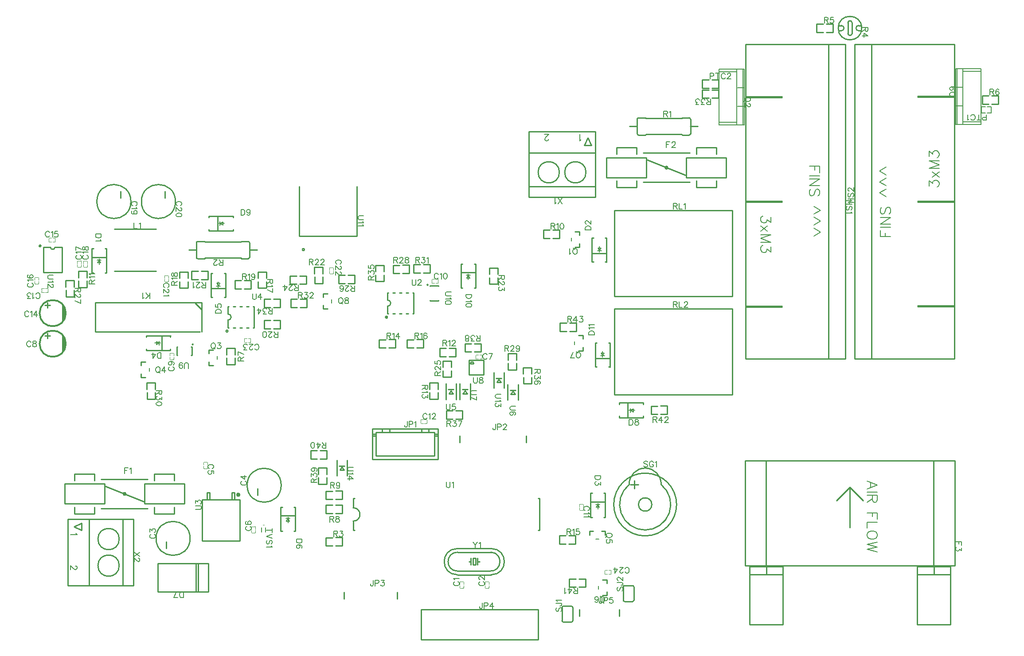
<source format=gto>
G04 Layer: TopSilkLayer*
G04 EasyEDA v6.3.22, 2020-03-14T22:20:27--7:00*
G04 457ca038791a4c03a2b045dd88f7922b,93ea2736136a419895ea0886014cbf9b,10*
G04 Gerber Generator version 0.2*
G04 Scale: 100 percent, Rotated: No, Reflected: No *
G04 Dimensions in inches *
G04 leading zeros omitted , absolute positions ,2 integer and 4 decimal *
%FSLAX24Y24*%
%MOIN*%
G90*
G70D02*

%ADD10C,0.010000*%
%ADD62C,0.003937*%
%ADD63C,0.005000*%
%ADD64C,0.005906*%
%ADD65C,0.007874*%
%ADD66C,0.005905*%
%ADD67C,0.011811*%
%ADD68C,0.015748*%
%ADD69C,0.006000*%
%ADD70C,0.008000*%

%LPD*%
G54D10*
G01X39389Y474D02*
G01X30610Y474D01*
G01X39389Y2738D02*
G01X30610Y2738D01*
G01X30610Y2738D02*
G01X30610Y474D01*
G01X39389Y2738D02*
G01X39389Y474D01*
G01X16573Y11029D02*
G01X16573Y11540D01*
G01X16376Y11540D01*
G01X16376Y11029D01*
G01X14714Y11027D02*
G01X14714Y11539D01*
G01X14517Y11539D01*
G01X14517Y11027D01*
G01X16956Y7899D02*
G01X16956Y11029D01*
G01X14143Y11029D01*
G01X14143Y7899D01*
G01X16956Y7899D01*
G54D62*
G01X33500Y4639D02*
G01X33500Y4796D01*
G01X33531Y4836D02*
G01X33768Y4836D01*
G01X33799Y4639D02*
G01X33799Y4796D01*
G01X33799Y4403D02*
G01X33799Y4560D01*
G01X33500Y4403D02*
G01X33500Y4560D01*
G01X33531Y4363D02*
G01X33768Y4363D01*
G01X33500Y4804D02*
G01X33500Y4796D01*
G01X33799Y4804D02*
G01X33799Y4796D01*
G01X33500Y4395D02*
G01X33500Y4403D01*
G01X33799Y4395D02*
G01X33799Y4403D01*
G01X35400Y4639D02*
G01X35400Y4796D01*
G01X35431Y4836D02*
G01X35668Y4836D01*
G01X35699Y4639D02*
G01X35699Y4796D01*
G01X35699Y4403D02*
G01X35699Y4560D01*
G01X35400Y4403D02*
G01X35400Y4560D01*
G01X35431Y4363D02*
G01X35668Y4363D01*
G01X35400Y4804D02*
G01X35400Y4796D01*
G01X35699Y4804D02*
G01X35699Y4796D01*
G01X35400Y4395D02*
G01X35400Y4403D01*
G01X35699Y4395D02*
G01X35699Y4403D01*
G54D63*
G01X18900Y8909D02*
G01X18900Y8590D01*
G01X18600Y8590D02*
G01X18600Y8909D01*
G54D62*
G01X18800Y9100D02*
G01X18700Y9100D01*
G54D10*
G01X35300Y21500D02*
G01X35300Y20400D01*
G01X35300Y20400D02*
G01X34200Y20400D01*
G01X34200Y20400D02*
G01X34200Y21500D01*
G01X34200Y21500D02*
G01X35300Y21500D01*
G01X34550Y21259D02*
G01X34319Y21259D01*
G01X3800Y10699D02*
G01X3800Y12199D01*
G01X4550Y12449D02*
G01X4550Y12949D01*
G01X4550Y12949D02*
G01X6050Y12949D01*
G01X6050Y12449D02*
G01X6050Y12949D01*
G01X4550Y10449D02*
G01X4550Y9949D01*
G01X6050Y9949D02*
G01X4550Y9949D01*
G01X6050Y9949D02*
G01X6050Y10449D01*
G01X6800Y12199D02*
G01X3800Y12199D01*
G01X6800Y12199D02*
G01X6800Y12049D01*
G01X6800Y10699D02*
G01X3800Y10699D01*
G01X9800Y10699D02*
G01X9800Y10849D01*
G01X10550Y12449D02*
G01X10550Y12949D01*
G01X10550Y12949D02*
G01X12050Y12949D01*
G01X12050Y12449D02*
G01X12050Y12949D01*
G01X10550Y10449D02*
G01X10550Y9949D01*
G01X12050Y9949D02*
G01X10550Y9949D01*
G01X12050Y9949D02*
G01X12050Y10449D01*
G01X12800Y12199D02*
G01X9800Y12199D01*
G01X12800Y12199D02*
G01X12800Y10699D01*
G01X12800Y10699D02*
G01X9800Y10699D01*
G01X6550Y12549D02*
G01X10050Y12549D01*
G01X6550Y10349D02*
G01X10050Y10349D01*
G01X6800Y12049D02*
G01X9800Y10849D01*
G01X6800Y12049D02*
G01X6800Y10699D01*
G01X9800Y10849D02*
G01X9800Y12199D01*
G01X44550Y35249D02*
G01X44550Y36749D01*
G01X45300Y36999D02*
G01X45300Y37499D01*
G01X45300Y37499D02*
G01X46800Y37499D01*
G01X46800Y36999D02*
G01X46800Y37499D01*
G01X45300Y34999D02*
G01X45300Y34499D01*
G01X46800Y34499D02*
G01X45300Y34499D01*
G01X46800Y34499D02*
G01X46800Y34999D01*
G01X47550Y36749D02*
G01X44550Y36749D01*
G01X47550Y36749D02*
G01X47550Y36599D01*
G01X47550Y35249D02*
G01X44550Y35249D01*
G01X50550Y35249D02*
G01X50550Y35399D01*
G01X51300Y36999D02*
G01X51300Y37499D01*
G01X51300Y37499D02*
G01X52800Y37499D01*
G01X52800Y36999D02*
G01X52800Y37499D01*
G01X51300Y34999D02*
G01X51300Y34499D01*
G01X52800Y34499D02*
G01X51300Y34499D01*
G01X52800Y34499D02*
G01X52800Y34999D01*
G01X53550Y36749D02*
G01X50550Y36749D01*
G01X53550Y36749D02*
G01X53550Y35249D01*
G01X53550Y35249D02*
G01X50550Y35249D01*
G01X47300Y37099D02*
G01X50800Y37099D01*
G01X47300Y34899D02*
G01X50800Y34899D01*
G01X47550Y36599D02*
G01X50550Y35399D01*
G01X47550Y36599D02*
G01X47550Y35249D01*
G01X50550Y35399D02*
G01X50550Y36749D01*
G01X11450Y7850D02*
G01X11450Y7350D01*
G01X18300Y11850D02*
G01X18300Y11350D01*
G01X8000Y33700D02*
G01X8000Y34200D01*
G01X11350Y33700D02*
G01X11350Y34200D01*
G01X14100Y25849D02*
G01X6100Y25849D01*
G01X6110Y23639D02*
G01X13984Y23639D01*
G01X14100Y23647D02*
G01X14100Y25851D01*
G01X6100Y23647D02*
G01X6100Y25851D01*
G01X14090Y25329D02*
G01X13590Y25829D01*
G01X42500Y2750D02*
G01X42500Y2250D01*
G01X45500Y2750D02*
G01X45500Y2250D01*
G01X27672Y16319D02*
G01X27672Y16083D01*
G01X31176Y16319D02*
G01X31176Y16083D01*
G01X28224Y16319D02*
G01X28224Y16083D01*
G01X26984Y15807D02*
G01X27180Y15807D01*
G01X26984Y15964D02*
G01X27180Y15965D01*
G01X26924Y16358D02*
G01X31885Y16358D01*
G01X31885Y14035D01*
G01X26924Y14035D01*
G01X26924Y16358D01*
G01X27200Y16083D02*
G01X31609Y16083D01*
G01X31609Y14311D01*
G01X27200Y14311D01*
G01X27200Y16083D01*
G01X31629Y15807D02*
G01X31826Y15807D01*
G01X31629Y15964D02*
G01X31826Y15965D01*
G01X30625Y16319D02*
G01X30625Y16083D01*
G01X24800Y4050D02*
G01X24800Y3550D01*
G01X28800Y4050D02*
G01X28800Y3550D01*
G01X33500Y15800D02*
G01X33500Y15300D01*
G01X38500Y15800D02*
G01X38500Y15300D01*
G01X62200Y46696D02*
G01X61998Y46696D01*
G01X61988Y46706D01*
G01X62200Y46303D02*
G01X61997Y46303D01*
G01X61988Y46294D01*
G01X63500Y46696D02*
G01X63674Y46696D01*
G01X63705Y46728D01*
G01X63500Y46303D02*
G01X63695Y46303D01*
G01X63710Y46288D01*
G01X62692Y46100D02*
G01X62692Y46903D01*
G01X62692Y46903D01*
G01X63007Y46900D02*
G01X63007Y46097D01*
G01X63007Y46097D01*
G01X12280Y21880D02*
G01X12239Y21880D01*
G01X12239Y22519D01*
G01X12280Y22519D01*
G01X13319Y22519D02*
G01X13360Y22519D01*
G01X13360Y21880D01*
G01X13319Y21880D01*
G01X31919Y26030D02*
G01X31919Y25990D01*
G01X31280Y25990D01*
G01X31280Y26030D01*
G01X31280Y27069D02*
G01X31280Y27109D01*
G01X31919Y27109D01*
G01X31919Y27069D01*
G01X23439Y8164D02*
G01X23439Y7535D01*
G01X24168Y7537D02*
G01X24660Y7537D01*
G01X24168Y8166D02*
G01X24660Y8166D01*
G01X23931Y7535D02*
G01X23439Y7535D01*
G01X23931Y8164D02*
G01X23439Y8164D01*
G01X24660Y8166D02*
G01X24660Y7537D01*
G01X51739Y42614D02*
G01X51739Y41985D01*
G01X52468Y41987D02*
G01X52960Y41987D01*
G01X52468Y42616D02*
G01X52960Y42616D01*
G01X52231Y41985D02*
G01X51739Y41985D01*
G01X52231Y42614D02*
G01X51739Y42614D01*
G01X52960Y42616D02*
G01X52960Y41987D01*
G01X23439Y10614D02*
G01X23439Y9985D01*
G01X24168Y9987D02*
G01X24660Y9987D01*
G01X24168Y10616D02*
G01X24660Y10616D01*
G01X23931Y9985D02*
G01X23439Y9985D01*
G01X23931Y10614D02*
G01X23439Y10614D01*
G01X24660Y10616D02*
G01X24660Y9987D01*
G01X23439Y11664D02*
G01X23439Y11035D01*
G01X24168Y11037D02*
G01X24660Y11037D01*
G01X24168Y11666D02*
G01X24660Y11666D01*
G01X23931Y11035D02*
G01X23439Y11035D01*
G01X23931Y11664D02*
G01X23439Y11664D01*
G01X24660Y11666D02*
G01X24660Y11037D01*
G01X39789Y31314D02*
G01X39789Y30685D01*
G01X40518Y30687D02*
G01X41010Y30687D01*
G01X40518Y31316D02*
G01X41010Y31316D01*
G01X40281Y30685D02*
G01X39789Y30685D01*
G01X40281Y31314D02*
G01X39789Y31314D01*
G01X41010Y31316D02*
G01X41010Y30687D01*
G01X31989Y22414D02*
G01X31989Y21785D01*
G01X32718Y21787D02*
G01X33210Y21787D01*
G01X32718Y22416D02*
G01X33210Y22416D01*
G01X32481Y21785D02*
G01X31989Y21785D01*
G01X32481Y22414D02*
G01X31989Y22414D01*
G01X33210Y22416D02*
G01X33210Y21787D01*
G01X31864Y19810D02*
G01X31235Y19810D01*
G01X31237Y19081D02*
G01X31237Y18589D01*
G01X31866Y19081D02*
G01X31866Y18589D01*
G01X31235Y19318D02*
G01X31235Y19810D01*
G01X31864Y19318D02*
G01X31864Y19810D01*
G01X31866Y18589D02*
G01X31237Y18589D01*
G01X18964Y28160D02*
G01X18335Y28160D01*
G01X18337Y27431D02*
G01X18337Y26939D01*
G01X18966Y27431D02*
G01X18966Y26939D01*
G01X18335Y27668D02*
G01X18335Y28160D01*
G01X18964Y27668D02*
G01X18964Y28160D01*
G01X18966Y26939D02*
G01X18337Y26939D01*
G01X12435Y26939D02*
G01X13064Y26939D01*
G01X13062Y27668D02*
G01X13062Y28160D01*
G01X12433Y27668D02*
G01X12433Y28160D01*
G01X13064Y27431D02*
G01X13064Y26939D01*
G01X12435Y27431D02*
G01X12435Y26939D01*
G01X12433Y28160D02*
G01X13062Y28160D01*
G01X14560Y27585D02*
G01X14560Y28214D01*
G01X13831Y28212D02*
G01X13339Y28212D01*
G01X13831Y27583D02*
G01X13339Y27583D01*
G01X14068Y28214D02*
G01X14560Y28214D01*
G01X14068Y27585D02*
G01X14560Y27585D01*
G01X13339Y27583D02*
G01X13339Y28212D01*
G01X16589Y27514D02*
G01X16589Y26885D01*
G01X17318Y26887D02*
G01X17810Y26887D01*
G01X17318Y27516D02*
G01X17810Y27516D01*
G01X17081Y26885D02*
G01X16589Y26885D01*
G01X17081Y27514D02*
G01X16589Y27514D01*
G01X17810Y27516D02*
G01X17810Y26887D01*
G01X40989Y8314D02*
G01X40989Y7685D01*
G01X41718Y7687D02*
G01X42210Y7687D01*
G01X41718Y8316D02*
G01X42210Y8316D01*
G01X41481Y7685D02*
G01X40989Y7685D01*
G01X41481Y8314D02*
G01X40989Y8314D01*
G01X42210Y8316D02*
G01X42210Y7687D01*
G01X25610Y27285D02*
G01X25610Y27914D01*
G01X24881Y27912D02*
G01X24389Y27912D01*
G01X24881Y27283D02*
G01X24389Y27283D01*
G01X25118Y27914D02*
G01X25610Y27914D01*
G01X25118Y27285D02*
G01X25610Y27285D01*
G01X24389Y27283D02*
G01X24389Y27912D01*
G01X37764Y22010D02*
G01X37135Y22010D01*
G01X37137Y21281D02*
G01X37137Y20789D01*
G01X37766Y21281D02*
G01X37766Y20789D01*
G01X37135Y21518D02*
G01X37135Y22010D01*
G01X37764Y21518D02*
G01X37764Y22010D01*
G01X37766Y20789D02*
G01X37137Y20789D01*
G01X20789Y26114D02*
G01X20789Y25485D01*
G01X21518Y25487D02*
G01X22010Y25487D01*
G01X21518Y26116D02*
G01X22010Y26116D01*
G01X21281Y25485D02*
G01X20789Y25485D01*
G01X21281Y26114D02*
G01X20789Y26114D01*
G01X22010Y26116D02*
G01X22010Y25487D01*
G01X60339Y46814D02*
G01X60339Y46185D01*
G01X61068Y46187D02*
G01X61560Y46187D01*
G01X61068Y46816D02*
G01X61560Y46816D01*
G01X60831Y46185D02*
G01X60339Y46185D01*
G01X60831Y46814D02*
G01X60339Y46814D01*
G01X61560Y46816D02*
G01X61560Y46187D01*
G54D64*
G01X72726Y40113D02*
G01X72726Y40586D01*
G01X73029Y40113D02*
G01X72726Y40113D01*
G01X73474Y40113D02*
G01X73474Y40586D01*
G01X73170Y40113D02*
G01X73474Y40113D01*
G01X73170Y40586D02*
G01X73474Y40586D01*
G01X73029Y40586D02*
G01X72726Y40586D01*
G54D10*
G01X32489Y17714D02*
G01X32489Y17085D01*
G01X33218Y17087D02*
G01X33710Y17087D01*
G01X33218Y17716D02*
G01X33710Y17716D01*
G01X32981Y17085D02*
G01X32489Y17085D01*
G01X32981Y17714D02*
G01X32489Y17714D01*
G01X33710Y17716D02*
G01X33710Y17087D01*
G01X27439Y23064D02*
G01X27439Y22435D01*
G01X28168Y22437D02*
G01X28660Y22437D01*
G01X28168Y23066D02*
G01X28660Y23066D01*
G01X27931Y22435D02*
G01X27439Y22435D01*
G01X27931Y23064D02*
G01X27439Y23064D01*
G01X28660Y23066D02*
G01X28660Y22437D01*
G01X29539Y23064D02*
G01X29539Y22435D01*
G01X30268Y22437D02*
G01X30760Y22437D01*
G01X30268Y23066D02*
G01X30760Y23066D01*
G01X30031Y22435D02*
G01X29539Y22435D01*
G01X30031Y23064D02*
G01X29539Y23064D01*
G01X30760Y23066D02*
G01X30760Y22437D01*
G01X32235Y20239D02*
G01X32864Y20239D01*
G01X32862Y20968D02*
G01X32862Y21460D01*
G01X32233Y20968D02*
G01X32233Y21460D01*
G01X32864Y20731D02*
G01X32864Y20239D01*
G01X32235Y20731D02*
G01X32235Y20239D01*
G01X32233Y21460D02*
G01X32862Y21460D01*
G01X72789Y41414D02*
G01X72789Y40785D01*
G01X73518Y40787D02*
G01X74010Y40787D01*
G01X73518Y41416D02*
G01X74010Y41416D01*
G01X73281Y40785D02*
G01X72789Y40785D01*
G01X73281Y41414D02*
G01X72789Y41414D01*
G01X74010Y41416D02*
G01X74010Y40787D01*
G01X52960Y41235D02*
G01X52960Y41864D01*
G01X52231Y41862D02*
G01X51739Y41862D01*
G01X52231Y41233D02*
G01X51739Y41233D01*
G01X52468Y41864D02*
G01X52960Y41864D01*
G01X52468Y41235D02*
G01X52960Y41235D01*
G01X51739Y41233D02*
G01X51739Y41862D01*
G01X35110Y22135D02*
G01X35110Y22764D01*
G01X34381Y22762D02*
G01X33889Y22762D01*
G01X34381Y22133D02*
G01X33889Y22133D01*
G01X34618Y22764D02*
G01X35110Y22764D01*
G01X34618Y22135D02*
G01X35110Y22135D01*
G01X33889Y22133D02*
G01X33889Y22762D01*
G01X4835Y26989D02*
G01X5464Y26989D01*
G01X5462Y27718D02*
G01X5462Y28210D01*
G01X4833Y27718D02*
G01X4833Y28210D01*
G01X5464Y27481D02*
G01X5464Y26989D01*
G01X4835Y27481D02*
G01X4835Y26989D01*
G01X4833Y28210D02*
G01X5462Y28210D01*
G01X23214Y28510D02*
G01X22585Y28510D01*
G01X22587Y27781D02*
G01X22587Y27289D01*
G01X23216Y27781D02*
G01X23216Y27289D01*
G01X22585Y28018D02*
G01X22585Y28510D01*
G01X23214Y28018D02*
G01X23214Y28510D01*
G01X23216Y27289D02*
G01X22587Y27289D01*
G01X15985Y21189D02*
G01X16614Y21189D01*
G01X16612Y21918D02*
G01X16612Y22410D01*
G01X15983Y21918D02*
G01X15983Y22410D01*
G01X16614Y21681D02*
G01X16614Y21189D01*
G01X15985Y21681D02*
G01X15985Y21189D01*
G01X15983Y22410D02*
G01X16612Y22410D01*
G01X36364Y28460D02*
G01X35735Y28460D01*
G01X35737Y27731D02*
G01X35737Y27239D01*
G01X36366Y27731D02*
G01X36366Y27239D01*
G01X35735Y27968D02*
G01X35735Y28460D01*
G01X36364Y27968D02*
G01X36364Y28460D01*
G01X36366Y27239D02*
G01X35737Y27239D01*
G01X21960Y27235D02*
G01X21960Y27864D01*
G01X21231Y27862D02*
G01X20739Y27862D01*
G01X21231Y27233D02*
G01X20739Y27233D01*
G01X21468Y27864D02*
G01X21960Y27864D01*
G01X21468Y27235D02*
G01X21960Y27235D01*
G01X20739Y27233D02*
G01X20739Y27862D01*
G01X4514Y27510D02*
G01X3885Y27510D01*
G01X3887Y26781D02*
G01X3887Y26289D01*
G01X4516Y26781D02*
G01X4516Y26289D01*
G01X3885Y27018D02*
G01X3885Y27510D01*
G01X4514Y27018D02*
G01X4514Y27510D01*
G01X4516Y26289D02*
G01X3887Y26289D01*
G01X28489Y28664D02*
G01X28489Y28035D01*
G01X29218Y28037D02*
G01X29710Y28037D01*
G01X29218Y28666D02*
G01X29710Y28666D01*
G01X28981Y28035D02*
G01X28489Y28035D01*
G01X28981Y28664D02*
G01X28489Y28664D01*
G01X29710Y28666D02*
G01X29710Y28037D01*
G01X30039Y28714D02*
G01X30039Y28085D01*
G01X30768Y28087D02*
G01X31260Y28087D01*
G01X30768Y28716D02*
G01X31260Y28716D01*
G01X30531Y28085D02*
G01X30039Y28085D01*
G01X30531Y28714D02*
G01X30039Y28714D01*
G01X31260Y28716D02*
G01X31260Y28087D01*
G01X20010Y25487D02*
G01X20010Y26117D01*
G01X19281Y26114D02*
G01X18789Y26114D01*
G01X19281Y25485D02*
G01X18789Y25485D01*
G01X19518Y26117D02*
G01X20010Y26117D01*
G01X19518Y25487D02*
G01X20010Y25487D01*
G01X18789Y25485D02*
G01X18789Y26114D01*
G01X27185Y27439D02*
G01X27814Y27439D01*
G01X27812Y28168D02*
G01X27812Y28660D01*
G01X27183Y28168D02*
G01X27183Y28660D01*
G01X27814Y27931D02*
G01X27814Y27439D01*
G01X27185Y27931D02*
G01X27185Y27439D01*
G01X27183Y28660D02*
G01X27812Y28660D01*
G01X38914Y20960D02*
G01X38285Y20960D01*
G01X38287Y20231D02*
G01X38287Y19739D01*
G01X38916Y20231D02*
G01X38916Y19739D01*
G01X38285Y20468D02*
G01X38285Y20960D01*
G01X38914Y20468D02*
G01X38914Y20960D01*
G01X38916Y19739D02*
G01X38287Y19739D01*
G01X22885Y12189D02*
G01X23514Y12189D01*
G01X23512Y12918D02*
G01X23512Y13410D01*
G01X22883Y12918D02*
G01X22883Y13410D01*
G01X23514Y12681D02*
G01X23514Y12189D01*
G01X22885Y12681D02*
G01X22885Y12189D01*
G01X22883Y13410D02*
G01X23512Y13410D01*
G01X23510Y14085D02*
G01X23510Y14714D01*
G01X22781Y14712D02*
G01X22289Y14712D01*
G01X22781Y14083D02*
G01X22289Y14083D01*
G01X23018Y14714D02*
G01X23510Y14714D01*
G01X23018Y14085D02*
G01X23510Y14085D01*
G01X22289Y14083D02*
G01X22289Y14712D01*
G01X10614Y19810D02*
G01X9985Y19810D01*
G01X9987Y19081D02*
G01X9987Y18589D01*
G01X10616Y19081D02*
G01X10616Y18589D01*
G01X9985Y19318D02*
G01X9985Y19810D01*
G01X10614Y19318D02*
G01X10614Y19810D01*
G01X10616Y18589D02*
G01X9987Y18589D01*
G01X42960Y4435D02*
G01X42960Y5064D01*
G01X42231Y5062D02*
G01X41739Y5062D01*
G01X42231Y4433D02*
G01X41739Y4433D01*
G01X42468Y5064D02*
G01X42960Y5064D01*
G01X42468Y4435D02*
G01X42960Y4435D01*
G01X41739Y4433D02*
G01X41739Y5062D01*
G01X47889Y18064D02*
G01X47889Y17435D01*
G01X48618Y17437D02*
G01X49110Y17437D01*
G01X48618Y18066D02*
G01X49110Y18066D01*
G01X48381Y17435D02*
G01X47889Y17435D01*
G01X48381Y18064D02*
G01X47889Y18064D01*
G01X49110Y18066D02*
G01X49110Y17437D01*
G01X41039Y24314D02*
G01X41039Y23685D01*
G01X41768Y23687D02*
G01X42260Y23687D01*
G01X41768Y24316D02*
G01X42260Y24316D01*
G01X41531Y23685D02*
G01X41039Y23685D01*
G01X41531Y24314D02*
G01X41039Y24314D01*
G01X42260Y24316D02*
G01X42260Y23687D01*
G01X32850Y19219D02*
G01X33010Y18990D01*
G01X33010Y18990D02*
G01X32689Y18990D01*
G01X32689Y18990D02*
G01X32850Y19219D01*
G01X33243Y19740D02*
G01X33243Y18559D01*
G01X32456Y18559D02*
G01X32456Y19740D01*
G01X33050Y19309D02*
G01X32650Y19309D01*
G01X37500Y19169D02*
G01X37660Y18940D01*
G01X37660Y18940D02*
G01X37339Y18940D01*
G01X37339Y18940D02*
G01X37500Y19169D01*
G01X37893Y19690D02*
G01X37893Y18509D01*
G01X37106Y18509D02*
G01X37106Y19690D01*
G01X37700Y19259D02*
G01X37300Y19259D01*
G01X33900Y19219D02*
G01X34060Y18990D01*
G01X34060Y18990D02*
G01X33739Y18990D01*
G01X33739Y18990D02*
G01X33900Y19219D01*
G01X34293Y19740D02*
G01X34293Y18559D01*
G01X33506Y18559D02*
G01X33506Y19740D01*
G01X34100Y19309D02*
G01X33700Y19309D01*
G01X36450Y20069D02*
G01X36610Y19840D01*
G01X36610Y19840D02*
G01X36289Y19840D01*
G01X36289Y19840D02*
G01X36450Y20069D01*
G01X36843Y20590D02*
G01X36843Y19409D01*
G01X36056Y19409D02*
G01X36056Y20590D01*
G01X36650Y20159D02*
G01X36250Y20159D01*
G01X24650Y13469D02*
G01X24810Y13240D01*
G01X24810Y13240D02*
G01X24489Y13240D01*
G01X24489Y13240D02*
G01X24650Y13469D01*
G01X25043Y13990D02*
G01X25043Y12809D01*
G01X24256Y12809D02*
G01X24256Y13990D01*
G01X24850Y13559D02*
G01X24450Y13559D01*
G01X42505Y30285D02*
G01X42505Y30025D01*
G01X42505Y30285D01*
G01X42505Y30025D01*
G01X42185Y30025D01*
G01X42185Y31174D02*
G01X42505Y31174D01*
G01X42505Y30914D01*
G54D65*
G01X41895Y30718D02*
G01X41895Y30481D01*
G54D10*
G01X44164Y8655D02*
G01X44424Y8655D01*
G01X44164Y8655D01*
G01X44424Y8655D01*
G01X44424Y8334D01*
G01X43275Y8334D02*
G01X43275Y8655D01*
G01X43535Y8655D01*
G54D65*
G01X43731Y8045D02*
G01X43968Y8045D01*
G54D10*
G01X23244Y26264D02*
G01X23244Y26524D01*
G01X23244Y26264D01*
G01X23244Y26524D01*
G01X23564Y26524D01*
G01X23564Y25375D02*
G01X23244Y25375D01*
G01X23244Y25635D01*
G54D65*
G01X23854Y25831D02*
G01X23854Y26068D01*
G54D10*
G01X14644Y22014D02*
G01X14644Y22274D01*
G01X14644Y22014D01*
G01X14644Y22274D01*
G01X14964Y22274D01*
G01X14964Y21125D02*
G01X14644Y21125D01*
G01X14644Y21385D01*
G54D65*
G01X15254Y21581D02*
G01X15254Y21818D01*
G54D10*
G01X9544Y21114D02*
G01X9544Y21374D01*
G01X9544Y21114D01*
G01X9544Y21374D01*
G01X9864Y21374D01*
G01X9864Y20225D02*
G01X9544Y20225D01*
G01X9544Y20485D01*
G54D65*
G01X10154Y20681D02*
G01X10154Y20918D01*
G54D10*
G01X44555Y4085D02*
G01X44555Y3825D01*
G01X44555Y4085D01*
G01X44555Y3825D01*
G01X44235Y3825D01*
G01X44235Y4974D02*
G01X44555Y4974D01*
G01X44555Y4714D01*
G54D65*
G01X43945Y4518D02*
G01X43945Y4281D01*
G54D10*
G01X42755Y22485D02*
G01X42755Y22225D01*
G01X42755Y22485D01*
G01X42755Y22225D01*
G01X42435Y22225D01*
G01X42435Y23374D02*
G01X42755Y23374D01*
G01X42755Y23114D01*
G54D65*
G01X42145Y22918D02*
G01X42145Y22681D01*
G54D10*
G01X43130Y38259D02*
G01X42870Y37680D01*
G01X42870Y37680D02*
G01X43390Y37680D01*
G01X43390Y37680D02*
G01X43130Y38259D01*
G01X43700Y34569D02*
G01X38700Y34569D01*
G01X43700Y37119D02*
G01X38700Y37119D01*
G01X43700Y33780D02*
G01X38700Y33780D01*
G01X38700Y33780D02*
G01X38700Y38700D01*
G01X38700Y38700D02*
G01X43700Y38700D01*
G01X43700Y38700D02*
G01X43700Y33780D01*
G01X4489Y8980D02*
G01X5069Y8720D01*
G01X5069Y8720D02*
G01X5069Y9240D01*
G01X5069Y9240D02*
G01X4489Y8980D01*
G01X8180Y9550D02*
G01X8180Y4550D01*
G01X5630Y9550D02*
G01X5630Y4550D01*
G01X8969Y9550D02*
G01X8969Y4550D01*
G01X8969Y4550D02*
G01X4050Y4550D01*
G01X4050Y4550D02*
G01X4050Y9550D01*
G01X4050Y9550D02*
G01X8969Y9550D01*
G01X25765Y34594D02*
G01X25765Y30854D01*
G01X21434Y34594D02*
G01X21434Y30854D01*
G01X21434Y30854D02*
G01X25765Y30854D01*
G54D62*
G01X14549Y13560D02*
G01X14549Y13403D01*
G01X14518Y13363D02*
G01X14281Y13363D01*
G01X14250Y13560D02*
G01X14250Y13403D01*
G01X14250Y13796D02*
G01X14250Y13639D01*
G01X14549Y13796D02*
G01X14549Y13639D01*
G01X14518Y13836D02*
G01X14281Y13836D01*
G01X14549Y13395D02*
G01X14549Y13403D01*
G01X14250Y13395D02*
G01X14250Y13403D01*
G01X14549Y13804D02*
G01X14549Y13796D01*
G01X14250Y13804D02*
G01X14250Y13796D01*
G01X17850Y8789D02*
G01X17850Y8946D01*
G01X17881Y8986D02*
G01X18118Y8986D01*
G01X18149Y8789D02*
G01X18149Y8946D01*
G01X18149Y8553D02*
G01X18149Y8710D01*
G01X17850Y8553D02*
G01X17850Y8710D01*
G01X17881Y8513D02*
G01X18118Y8513D01*
G01X17850Y8954D02*
G01X17850Y8946D01*
G01X18149Y8954D02*
G01X18149Y8946D01*
G01X17850Y8545D02*
G01X17850Y8553D01*
G01X18149Y8545D02*
G01X18149Y8553D01*
G01X34989Y21899D02*
G01X35146Y21899D01*
G01X35186Y21868D02*
G01X35186Y21631D01*
G01X34989Y21600D02*
G01X35146Y21600D01*
G01X34753Y21600D02*
G01X34910Y21600D01*
G01X34753Y21899D02*
G01X34910Y21899D01*
G01X34713Y21868D02*
G01X34713Y21631D01*
G01X35154Y21899D02*
G01X35146Y21899D01*
G01X35154Y21600D02*
G01X35146Y21600D01*
G01X34745Y21899D02*
G01X34753Y21899D01*
G01X34745Y21600D02*
G01X34753Y21600D01*
G01X31689Y27599D02*
G01X31846Y27599D01*
G01X31886Y27568D02*
G01X31886Y27331D01*
G01X31689Y27300D02*
G01X31846Y27300D01*
G01X31453Y27300D02*
G01X31610Y27300D01*
G01X31453Y27599D02*
G01X31610Y27599D01*
G01X31413Y27568D02*
G01X31413Y27331D01*
G01X31854Y27599D02*
G01X31846Y27599D01*
G01X31854Y27300D02*
G01X31846Y27300D01*
G01X31445Y27599D02*
G01X31453Y27599D01*
G01X31445Y27300D02*
G01X31453Y27300D01*
G01X42799Y10410D02*
G01X42799Y10253D01*
G01X42768Y10213D02*
G01X42531Y10213D01*
G01X42500Y10410D02*
G01X42500Y10253D01*
G01X42500Y10646D02*
G01X42500Y10489D01*
G01X42799Y10646D02*
G01X42799Y10489D01*
G01X42768Y10686D02*
G01X42531Y10686D01*
G01X42799Y10245D02*
G01X42799Y10253D01*
G01X42500Y10245D02*
G01X42500Y10253D01*
G01X42799Y10654D02*
G01X42799Y10646D01*
G01X42500Y10654D02*
G01X42500Y10646D01*
G01X30839Y17049D02*
G01X30996Y17049D01*
G01X31036Y17018D02*
G01X31036Y16781D01*
G01X30839Y16750D02*
G01X30996Y16750D01*
G01X30603Y16750D02*
G01X30760Y16750D01*
G01X30603Y17049D02*
G01X30760Y17049D01*
G01X30563Y17018D02*
G01X30563Y16781D01*
G01X31004Y17049D02*
G01X30996Y17049D01*
G01X31004Y16750D02*
G01X30996Y16750D01*
G01X30595Y17049D02*
G01X30603Y17049D01*
G01X30595Y16750D02*
G01X30603Y16750D01*
G01X2260Y26600D02*
G01X2103Y26600D01*
G01X2063Y26631D02*
G01X2063Y26868D01*
G01X2260Y26899D02*
G01X2103Y26899D01*
G01X2496Y26899D02*
G01X2339Y26899D01*
G01X2496Y26600D02*
G01X2339Y26600D01*
G01X2536Y26631D02*
G01X2536Y26868D01*
G01X2095Y26600D02*
G01X2103Y26600D01*
G01X2095Y26899D02*
G01X2103Y26899D01*
G01X2504Y26600D02*
G01X2496Y26600D01*
G01X2504Y26899D02*
G01X2496Y26899D01*
G01X2889Y30699D02*
G01X3046Y30699D01*
G01X3086Y30668D02*
G01X3086Y30431D01*
G01X2889Y30400D02*
G01X3046Y30400D01*
G01X2653Y30400D02*
G01X2810Y30400D01*
G01X2653Y30699D02*
G01X2810Y30699D01*
G01X2613Y30668D02*
G01X2613Y30431D01*
G01X3054Y30699D02*
G01X3046Y30699D01*
G01X3054Y30400D02*
G01X3046Y30400D01*
G01X2645Y30699D02*
G01X2653Y30699D01*
G01X2645Y30400D02*
G01X2653Y30400D01*
G01X1550Y27539D02*
G01X1550Y27696D01*
G01X1581Y27736D02*
G01X1818Y27736D01*
G01X1849Y27539D02*
G01X1849Y27696D01*
G01X1849Y27303D02*
G01X1849Y27460D01*
G01X1550Y27303D02*
G01X1550Y27460D01*
G01X1581Y27263D02*
G01X1818Y27263D01*
G01X1550Y27704D02*
G01X1550Y27696D01*
G01X1849Y27704D02*
G01X1849Y27696D01*
G01X1550Y27295D02*
G01X1550Y27303D01*
G01X1849Y27295D02*
G01X1849Y27303D01*
G01X4750Y28789D02*
G01X4750Y28946D01*
G01X4781Y28986D02*
G01X5018Y28986D01*
G01X5049Y28789D02*
G01X5049Y28946D01*
G01X5049Y28553D02*
G01X5049Y28710D01*
G01X4750Y28553D02*
G01X4750Y28710D01*
G01X4781Y28513D02*
G01X5018Y28513D01*
G01X4750Y28954D02*
G01X4750Y28946D01*
G01X5049Y28954D02*
G01X5049Y28946D01*
G01X4750Y28545D02*
G01X4750Y28553D01*
G01X5049Y28545D02*
G01X5049Y28553D01*
G01X5200Y28789D02*
G01X5200Y28946D01*
G01X5231Y28986D02*
G01X5468Y28986D01*
G01X5499Y28789D02*
G01X5499Y28946D01*
G01X5499Y28553D02*
G01X5499Y28710D01*
G01X5200Y28553D02*
G01X5200Y28710D01*
G01X5231Y28513D02*
G01X5468Y28513D01*
G01X5200Y28954D02*
G01X5200Y28946D01*
G01X5499Y28954D02*
G01X5499Y28946D01*
G01X5200Y28545D02*
G01X5200Y28553D01*
G01X5499Y28545D02*
G01X5499Y28553D01*
G01X11599Y27610D02*
G01X11599Y27453D01*
G01X11568Y27413D02*
G01X11331Y27413D01*
G01X11300Y27610D02*
G01X11300Y27453D01*
G01X11300Y27846D02*
G01X11300Y27689D01*
G01X11599Y27846D02*
G01X11599Y27689D01*
G01X11568Y27886D02*
G01X11331Y27886D01*
G01X11599Y27445D02*
G01X11599Y27453D01*
G01X11300Y27445D02*
G01X11300Y27453D01*
G01X11599Y27854D02*
G01X11599Y27846D01*
G01X11300Y27854D02*
G01X11300Y27846D01*
G01X23999Y28210D02*
G01X23999Y28053D01*
G01X23968Y28013D02*
G01X23731Y28013D01*
G01X23700Y28210D02*
G01X23700Y28053D01*
G01X23700Y28446D02*
G01X23700Y28289D01*
G01X23999Y28446D02*
G01X23999Y28289D01*
G01X23968Y28486D02*
G01X23731Y28486D01*
G01X23999Y28045D02*
G01X23999Y28053D01*
G01X23700Y28045D02*
G01X23700Y28053D01*
G01X23999Y28454D02*
G01X23999Y28446D01*
G01X23700Y28454D02*
G01X23700Y28446D01*
G01X17510Y22850D02*
G01X17353Y22850D01*
G01X17313Y22881D02*
G01X17313Y23118D01*
G01X17510Y23149D02*
G01X17353Y23149D01*
G01X17746Y23149D02*
G01X17589Y23149D01*
G01X17746Y22850D02*
G01X17589Y22850D01*
G01X17786Y22881D02*
G01X17786Y23118D01*
G01X17345Y22850D02*
G01X17353Y22850D01*
G01X17345Y23149D02*
G01X17353Y23149D01*
G01X17754Y22850D02*
G01X17746Y22850D01*
G01X17754Y23149D02*
G01X17746Y23149D01*
G54D10*
G01X17705Y30350D02*
G01X17705Y29250D01*
G01X17610Y29150D02*
G01X17089Y29150D01*
G01X17039Y29200D01*
G01X14360Y29200D01*
G01X14310Y29150D01*
G01X13789Y29150D01*
G01X17600Y30450D02*
G01X17089Y30450D01*
G01X17039Y30400D01*
G01X14360Y30400D01*
G01X14310Y30450D01*
G01X13800Y30450D01*
G01X13694Y30359D02*
G01X13694Y29259D01*
G01X13700Y29800D02*
G01X13144Y29800D01*
G01X17700Y29800D02*
G01X18264Y29800D01*
G01X46844Y38550D02*
G01X46844Y39650D01*
G01X46939Y39750D02*
G01X47460Y39750D01*
G01X47510Y39700D01*
G01X50189Y39700D01*
G01X50239Y39750D01*
G01X50760Y39750D01*
G01X46950Y38450D02*
G01X47460Y38450D01*
G01X47510Y38500D01*
G01X50189Y38500D01*
G01X50239Y38450D01*
G01X50750Y38450D01*
G01X50855Y38540D02*
G01X50855Y39640D01*
G01X50850Y39100D02*
G01X51405Y39100D01*
G01X46850Y39100D02*
G01X46285Y39100D01*
G01X25500Y9400D02*
G01X25500Y8700D01*
G01X39500Y8700D02*
G01X39500Y11100D01*
G01X25500Y11100D02*
G01X25500Y10400D01*
G01X25500Y11100D02*
G01X25600Y11100D01*
G01X25500Y8700D02*
G01X25600Y8700D01*
G01X39500Y8700D02*
G01X39400Y8700D01*
G01X39500Y11100D02*
G01X39400Y11100D01*
G01X2200Y30009D02*
G01X2200Y28109D01*
G01X3619Y28109D01*
G01X3619Y30000D01*
G01X3619Y30009D01*
G01X2200Y30009D02*
G01X2735Y30009D01*
G01X3065Y30009D02*
G01X3619Y30009D01*
G54D63*
G01X6510Y28840D02*
G01X6273Y28840D01*
G01X6273Y28851D02*
G01X6392Y29065D01*
G01X6392Y29065D02*
G01X6242Y29065D01*
G01X6392Y29065D02*
G01X6542Y29065D01*
G54D10*
G01X5954Y28094D02*
G01X5848Y28094D01*
G01X6951Y28094D02*
G01X6845Y28094D01*
G54D63*
G01X6400Y29159D02*
G01X6400Y28730D01*
G54D10*
G01X5848Y29905D02*
G01X5848Y28094D01*
G54D63*
G01X6510Y28840D02*
G01X6392Y29065D01*
G54D10*
G01X6950Y29250D02*
G01X5848Y29250D01*
G01X6950Y29900D02*
G01X6950Y28094D01*
G01X6950Y29900D02*
G01X6845Y29900D01*
G01X5954Y29900D02*
G01X5848Y29900D01*
G01X35781Y5641D02*
G01X33340Y5641D01*
G01X35879Y5365D02*
G01X33320Y5365D01*
G01X33340Y7058D02*
G01X35859Y7058D01*
G01X33320Y7334D02*
G01X35879Y7334D01*
G01X34500Y6600D02*
G01X34500Y6100D01*
G01X34500Y6100D02*
G01X34700Y6100D01*
G01X34700Y6100D02*
G01X34700Y6600D01*
G01X34700Y6600D02*
G01X34500Y6600D01*
G01X34350Y6600D02*
G01X34350Y6350D01*
G01X34350Y6350D02*
G01X34350Y6100D01*
G01X34350Y6350D02*
G01X34200Y6350D01*
G01X34850Y6600D02*
G01X34850Y6350D01*
G01X34850Y6350D02*
G01X34850Y6100D01*
G01X34850Y6350D02*
G01X35000Y6350D01*
G01X14589Y4087D02*
G01X10810Y4087D01*
G01X10810Y4087D02*
G01X10810Y6212D01*
G01X10810Y6212D02*
G01X14589Y6212D01*
G01X14589Y4087D02*
G01X14589Y6212D01*
G01X13842Y4087D02*
G01X13842Y6212D01*
G01X13682Y4087D02*
G01X13682Y6150D01*
G54D66*
G01X54350Y39400D02*
G01X53000Y39400D01*
G01X54350Y43200D02*
G01X53000Y43200D01*
G01X54800Y39200D02*
G01X54800Y43400D01*
G01X54400Y40600D02*
G01X54900Y40600D01*
G01X54400Y42000D02*
G01X54900Y42000D01*
G01X54350Y43400D02*
G01X54350Y39200D01*
G01X54900Y43400D02*
G01X54900Y39200D01*
G01X53000Y39200D01*
G01X53000Y43400D01*
G01X54900Y43400D01*
G01X71350Y43250D02*
G01X72700Y43250D01*
G01X71350Y39450D02*
G01X72700Y39450D01*
G01X70900Y43450D02*
G01X70900Y39250D01*
G01X71300Y42050D02*
G01X70800Y42050D01*
G01X71300Y40650D02*
G01X70800Y40650D01*
G01X71350Y39250D02*
G01X71350Y43450D01*
G01X70800Y39250D02*
G01X70800Y43450D01*
G01X72700Y43450D01*
G01X72700Y39250D01*
G01X70800Y39250D01*
G54D10*
G01X42000Y2900D02*
G01X42000Y1900D01*
G01X41900Y3000D02*
G01X41300Y3000D01*
G01X41900Y1800D02*
G01X41300Y1800D01*
G01X41200Y1900D02*
G01X41200Y2900D01*
G01X46600Y4450D02*
G01X46600Y3450D01*
G01X46500Y4550D02*
G01X45900Y4550D01*
G01X46500Y3350D02*
G01X45900Y3350D01*
G01X45800Y3450D02*
G01X45800Y4450D01*
G01X46350Y12150D02*
G01X46950Y12150D01*
G01X46650Y12450D02*
G01X46650Y11850D01*
G01X55000Y27225D02*
G01X55000Y21625D01*
G01X58800Y21625D01*
G01X62500Y21625D01*
G01X62500Y45275D01*
G01X56200Y45275D01*
G01X55000Y45275D01*
G01X55000Y27225D01*
G01X57750Y33415D02*
G01X54999Y33415D01*
G01X54999Y33415D02*
G01X54999Y33484D01*
G01X57750Y33484D01*
G01X55000Y25525D02*
G01X55000Y25594D01*
G01X57750Y25594D01*
G01X57750Y25525D02*
G01X55000Y25525D01*
G01X55000Y41275D02*
G01X55000Y41344D01*
G01X57750Y41344D01*
G01X57750Y41275D02*
G01X55000Y41275D01*
G01X61243Y45275D02*
G01X61243Y21625D01*
G01X70700Y39675D02*
G01X70700Y45275D01*
G01X66900Y45275D01*
G01X63200Y45275D01*
G01X63200Y21625D01*
G01X69500Y21625D01*
G01X70700Y21625D01*
G01X70700Y39675D01*
G01X67950Y33484D02*
G01X70700Y33484D01*
G01X70700Y33484D02*
G01X70700Y33415D01*
G01X67950Y33415D01*
G01X70700Y41375D02*
G01X70700Y41305D01*
G01X67949Y41305D01*
G01X67949Y41375D02*
G01X70700Y41375D01*
G01X70700Y25625D02*
G01X70700Y25555D01*
G01X67949Y25555D01*
G01X67949Y25625D02*
G01X70700Y25625D01*
G01X64456Y21625D02*
G01X64456Y45275D01*
G01X45145Y32798D02*
G01X54004Y32798D01*
G01X54004Y32798D02*
G01X54004Y26302D01*
G01X54004Y26302D02*
G01X45145Y26302D01*
G01X45145Y26302D02*
G01X45145Y32798D01*
G01X45145Y25398D02*
G01X54004Y25398D01*
G01X54004Y25398D02*
G01X54004Y18902D01*
G01X54004Y18902D02*
G01X45145Y18902D01*
G01X45145Y18902D02*
G01X45145Y25398D01*
G01X7525Y31374D02*
G01X10674Y31374D01*
G01X7525Y28225D02*
G01X10674Y28225D01*
G01X2303Y23340D02*
G01X2703Y23340D01*
G01X2506Y23537D02*
G01X2506Y23137D01*
G01X2303Y25640D02*
G01X2703Y25640D01*
G01X2506Y25837D02*
G01X2506Y25437D01*
G01X20010Y23885D02*
G01X20010Y24514D01*
G01X19281Y24512D02*
G01X18789Y24512D01*
G01X19281Y23883D02*
G01X18789Y23883D01*
G01X19518Y24514D02*
G01X20010Y24514D01*
G01X19518Y23885D02*
G01X20010Y23885D01*
G01X18789Y23883D02*
G01X18789Y24512D01*
G01X28065Y25012D02*
G01X28122Y25012D01*
G01X28477Y25012D02*
G01X28622Y25012D01*
G01X28065Y26587D02*
G01X28122Y26587D01*
G01X28477Y26587D02*
G01X28622Y26587D01*
G01X28977Y26587D02*
G01X29122Y26587D01*
G01X29477Y26587D02*
G01X29622Y26587D01*
G01X28065Y25571D02*
G01X28065Y25012D01*
G01X28977Y25012D02*
G01X29122Y25012D01*
G01X29477Y25012D02*
G01X29622Y25012D01*
G01X29977Y25012D02*
G01X30034Y25012D01*
G01X28065Y26587D02*
G01X28065Y26036D01*
G01X30034Y26587D02*
G01X30034Y25012D01*
G01X29977Y26587D02*
G01X30034Y26587D01*
G01X16065Y23962D02*
G01X16122Y23962D01*
G01X16477Y23962D02*
G01X16622Y23962D01*
G01X16065Y25537D02*
G01X16122Y25537D01*
G01X16477Y25537D02*
G01X16622Y25537D01*
G01X16977Y25537D02*
G01X17122Y25537D01*
G01X17477Y25537D02*
G01X17622Y25537D01*
G01X16065Y24521D02*
G01X16065Y23962D01*
G01X16977Y23962D02*
G01X17122Y23962D01*
G01X17477Y23962D02*
G01X17622Y23962D01*
G01X17977Y23962D02*
G01X18034Y23962D01*
G01X16065Y25537D02*
G01X16065Y24986D01*
G01X18034Y25537D02*
G01X18034Y23962D01*
G01X17977Y25537D02*
G01X18034Y25537D01*
G54D63*
G01X15239Y27309D02*
G01X15476Y27309D01*
G01X15476Y27298D02*
G01X15357Y27084D01*
G01X15357Y27084D02*
G01X15507Y27084D01*
G01X15357Y27084D02*
G01X15207Y27084D01*
G54D10*
G01X15795Y28055D02*
G01X15901Y28055D01*
G01X14798Y28055D02*
G01X14904Y28055D01*
G54D63*
G01X15350Y26990D02*
G01X15350Y27419D01*
G54D10*
G01X15901Y26244D02*
G01X15901Y28055D01*
G54D63*
G01X15239Y27309D02*
G01X15357Y27084D01*
G54D10*
G01X14800Y26900D02*
G01X15901Y26900D01*
G01X14800Y26250D02*
G01X14800Y28055D01*
G01X14800Y26250D02*
G01X14904Y26250D01*
G01X15795Y26250D02*
G01X15901Y26250D01*
G54D63*
G01X43889Y29959D02*
G01X44126Y29959D01*
G01X44126Y29948D02*
G01X44007Y29734D01*
G01X44007Y29734D02*
G01X44157Y29734D01*
G01X44007Y29734D02*
G01X43857Y29734D01*
G54D10*
G01X44445Y30705D02*
G01X44551Y30705D01*
G01X43448Y30705D02*
G01X43554Y30705D01*
G54D63*
G01X44000Y29640D02*
G01X44000Y30069D01*
G54D10*
G01X44551Y28894D02*
G01X44551Y30705D01*
G54D63*
G01X43889Y29959D02*
G01X44007Y29734D01*
G54D10*
G01X43450Y29550D02*
G01X44551Y29550D01*
G01X43450Y28900D02*
G01X43450Y30705D01*
G01X43450Y28900D02*
G01X43554Y28900D01*
G01X44445Y28900D02*
G01X44551Y28900D01*
G54D63*
G01X44139Y22059D02*
G01X44376Y22059D01*
G01X44376Y22048D02*
G01X44257Y21834D01*
G01X44257Y21834D02*
G01X44407Y21834D01*
G01X44257Y21834D02*
G01X44107Y21834D01*
G54D10*
G01X44695Y22805D02*
G01X44801Y22805D01*
G01X43698Y22805D02*
G01X43804Y22805D01*
G54D63*
G01X44250Y21740D02*
G01X44250Y22169D01*
G54D10*
G01X44801Y20994D02*
G01X44801Y22805D01*
G54D63*
G01X44139Y22059D02*
G01X44257Y21834D01*
G54D10*
G01X43700Y21650D02*
G01X44801Y21650D01*
G01X43700Y21000D02*
G01X43700Y22805D01*
G01X43700Y21000D02*
G01X43804Y21000D01*
G01X44695Y21000D02*
G01X44801Y21000D01*
G54D62*
G01X44610Y5400D02*
G01X44453Y5400D01*
G01X44413Y5431D02*
G01X44413Y5668D01*
G01X44610Y5699D02*
G01X44453Y5699D01*
G01X44846Y5699D02*
G01X44689Y5699D01*
G01X44846Y5400D02*
G01X44689Y5400D01*
G01X44886Y5431D02*
G01X44886Y5668D01*
G01X44445Y5400D02*
G01X44453Y5400D01*
G01X44445Y5699D02*
G01X44453Y5699D01*
G01X44854Y5400D02*
G01X44846Y5400D01*
G01X44854Y5699D02*
G01X44846Y5699D01*
G54D63*
G01X44010Y10440D02*
G01X43773Y10440D01*
G01X43773Y10451D02*
G01X43892Y10665D01*
G01X43892Y10665D02*
G01X43742Y10665D01*
G01X43892Y10665D02*
G01X44042Y10665D01*
G54D10*
G01X43454Y9694D02*
G01X43348Y9694D01*
G01X44451Y9694D02*
G01X44345Y9694D01*
G54D63*
G01X43900Y10759D02*
G01X43900Y10330D01*
G54D10*
G01X43348Y11505D02*
G01X43348Y9694D01*
G54D63*
G01X44010Y10440D02*
G01X43892Y10665D01*
G54D10*
G01X44450Y10850D02*
G01X43348Y10850D01*
G01X44450Y11500D02*
G01X44450Y9694D01*
G01X44450Y11500D02*
G01X44345Y11500D01*
G01X43454Y11500D02*
G01X43348Y11500D01*
G54D62*
G01X11700Y21839D02*
G01X11700Y21996D01*
G01X11731Y22036D02*
G01X11968Y22036D01*
G01X11999Y21839D02*
G01X11999Y21996D01*
G01X11999Y21603D02*
G01X11999Y21760D01*
G01X11700Y21603D02*
G01X11700Y21760D01*
G01X11731Y21563D02*
G01X11968Y21563D01*
G01X11700Y22004D02*
G01X11700Y21996D01*
G01X11999Y22004D02*
G01X11999Y21996D01*
G01X11700Y21595D02*
G01X11700Y21603D01*
G01X11999Y21595D02*
G01X11999Y21603D01*
G54D63*
G01X10689Y22690D02*
G01X10689Y22926D01*
G01X10701Y22926D02*
G01X10915Y22807D01*
G01X10915Y22807D02*
G01X10915Y22957D01*
G01X10915Y22807D02*
G01X10915Y22657D01*
G54D10*
G01X9944Y23245D02*
G01X9944Y23351D01*
G01X9944Y22248D02*
G01X9944Y22354D01*
G54D63*
G01X11010Y22800D02*
G01X10580Y22800D01*
G54D10*
G01X11755Y23351D02*
G01X9944Y23351D01*
G54D63*
G01X10689Y22690D02*
G01X10915Y22807D01*
G54D10*
G01X11100Y22250D02*
G01X11100Y23351D01*
G01X11750Y22250D02*
G01X9944Y22250D01*
G01X11750Y22250D02*
G01X11750Y22354D01*
G01X11750Y23245D02*
G01X11750Y23351D01*
G54D63*
G01X46560Y17859D02*
G01X46560Y17623D01*
G01X46548Y17623D02*
G01X46334Y17742D01*
G01X46334Y17742D02*
G01X46334Y17592D01*
G01X46334Y17742D02*
G01X46334Y17892D01*
G54D10*
G01X47305Y17304D02*
G01X47305Y17198D01*
G01X47305Y18301D02*
G01X47305Y18195D01*
G54D63*
G01X46239Y17750D02*
G01X46669Y17750D01*
G54D10*
G01X45494Y17198D02*
G01X47305Y17198D01*
G54D63*
G01X46560Y17859D02*
G01X46334Y17742D01*
G54D10*
G01X46150Y18300D02*
G01X46150Y17198D01*
G01X45500Y18300D02*
G01X47305Y18300D01*
G01X45500Y18300D02*
G01X45500Y18195D01*
G01X45500Y17304D02*
G01X45500Y17198D01*
G54D63*
G01X15710Y31909D02*
G01X15710Y31673D01*
G01X15698Y31673D02*
G01X15484Y31792D01*
G01X15484Y31792D02*
G01X15484Y31642D01*
G01X15484Y31792D02*
G01X15484Y31942D01*
G54D10*
G01X16455Y31354D02*
G01X16455Y31248D01*
G01X16455Y32351D02*
G01X16455Y32245D01*
G54D63*
G01X15389Y31800D02*
G01X15819Y31800D01*
G54D10*
G01X14644Y31248D02*
G01X16455Y31248D01*
G54D63*
G01X15710Y31909D02*
G01X15484Y31792D01*
G54D10*
G01X15300Y32350D02*
G01X15300Y31248D01*
G01X14650Y32350D02*
G01X16455Y32350D01*
G01X14650Y32350D02*
G01X14650Y32245D01*
G01X14650Y31354D02*
G01X14650Y31248D01*
G54D63*
G01X34260Y27690D02*
G01X34023Y27690D01*
G01X34023Y27701D02*
G01X34142Y27915D01*
G01X34142Y27915D02*
G01X33992Y27915D01*
G01X34142Y27915D02*
G01X34292Y27915D01*
G54D10*
G01X33704Y26944D02*
G01X33598Y26944D01*
G01X34701Y26944D02*
G01X34595Y26944D01*
G54D63*
G01X34150Y28009D02*
G01X34150Y27580D01*
G54D10*
G01X33598Y28755D02*
G01X33598Y26944D01*
G54D63*
G01X34260Y27690D02*
G01X34142Y27915D01*
G54D10*
G01X34700Y28100D02*
G01X33598Y28100D01*
G01X34700Y28750D02*
G01X34700Y26944D01*
G01X34700Y28750D02*
G01X34595Y28750D01*
G01X33704Y28750D02*
G01X33598Y28750D01*
G01X69149Y13937D02*
G01X69149Y6087D01*
G01X56550Y13937D02*
G01X56550Y6087D01*
G01X57800Y5975D02*
G01X57800Y5375D01*
G01X55300Y5375D01*
G01X55300Y5975D01*
G01X57800Y5975D01*
G01X56561Y5975D02*
G01X56561Y5375D01*
G01X57800Y5375D02*
G01X57800Y1625D01*
G01X55300Y1625D01*
G01X55300Y5375D01*
G01X62850Y11950D02*
G01X63850Y10950D01*
G01X62850Y11950D02*
G01X62850Y8900D01*
G01X62850Y11950D02*
G01X61850Y10950D01*
G01X70399Y5975D02*
G01X70399Y5375D01*
G01X67899Y5375D01*
G01X67899Y5975D01*
G01X70399Y5975D01*
G01X69160Y5975D02*
G01X69160Y5375D01*
G01X70399Y5375D02*
G01X70399Y1625D01*
G01X67899Y1625D01*
G01X67899Y5375D01*
G01X70724Y13937D02*
G01X70724Y6063D01*
G01X54976Y6063D01*
G01X54976Y13937D01*
G01X70724Y13937D01*
G54D63*
G01X20710Y9390D02*
G01X20473Y9390D01*
G01X20473Y9401D02*
G01X20592Y9615D01*
G01X20592Y9615D02*
G01X20442Y9615D01*
G01X20592Y9615D02*
G01X20742Y9615D01*
G54D10*
G01X20154Y8644D02*
G01X20048Y8644D01*
G01X21151Y8644D02*
G01X21045Y8644D01*
G54D63*
G01X20600Y9709D02*
G01X20600Y9280D01*
G54D10*
G01X20048Y10455D02*
G01X20048Y8644D01*
G54D63*
G01X20710Y9390D02*
G01X20592Y9615D01*
G54D10*
G01X21150Y9800D02*
G01X20048Y9800D01*
G01X21150Y10450D02*
G01X21150Y8644D01*
G01X21150Y10450D02*
G01X21045Y10450D01*
G01X20154Y10450D02*
G01X20048Y10450D01*
G54D69*
G01X35205Y3253D02*
G01X35205Y2926D01*
G01X35184Y2865D01*
G01X35164Y2844D01*
G01X35122Y2825D01*
G01X35081Y2825D01*
G01X35040Y2844D01*
G01X35019Y2865D01*
G01X35000Y2926D01*
G01X35000Y2967D01*
G01X35339Y3253D02*
G01X35339Y2825D01*
G01X35339Y3253D02*
G01X35523Y3253D01*
G01X35585Y3234D01*
G01X35605Y3213D01*
G01X35626Y3171D01*
G01X35626Y3111D01*
G01X35605Y3069D01*
G01X35585Y3050D01*
G01X35523Y3028D01*
G01X35339Y3028D01*
G01X35964Y3253D02*
G01X35760Y2967D01*
G01X36068Y2967D01*
G01X35964Y3253D02*
G01X35964Y2825D01*
G01X13645Y10276D02*
G01X13952Y10276D01*
G01X14013Y10296D01*
G01X14054Y10336D01*
G01X14074Y10398D01*
G01X14074Y10440D01*
G01X14054Y10501D01*
G01X14013Y10542D01*
G01X13952Y10561D01*
G01X13645Y10561D01*
G01X13645Y10738D02*
G01X13645Y10963D01*
G01X13809Y10840D01*
G01X13809Y10901D01*
G01X13829Y10942D01*
G01X13849Y10963D01*
G01X13911Y10984D01*
G01X13952Y10984D01*
G01X14013Y10963D01*
G01X14054Y10921D01*
G01X14074Y10861D01*
G01X14074Y10800D01*
G01X14054Y10738D01*
G01X14034Y10717D01*
G01X13993Y10696D01*
G01X33147Y4848D02*
G01X33106Y4827D01*
G01X33065Y4786D01*
G01X33046Y4746D01*
G01X33046Y4664D01*
G01X33065Y4623D01*
G01X33106Y4582D01*
G01X33147Y4561D01*
G01X33210Y4541D01*
G01X33311Y4541D01*
G01X33372Y4561D01*
G01X33414Y4582D01*
G01X33455Y4623D01*
G01X33475Y4664D01*
G01X33475Y4746D01*
G01X33455Y4786D01*
G01X33414Y4827D01*
G01X33372Y4848D01*
G01X33127Y4983D02*
G01X33106Y5024D01*
G01X33046Y5085D01*
G01X33475Y5085D01*
G01X35047Y4848D02*
G01X35006Y4827D01*
G01X34965Y4786D01*
G01X34946Y4746D01*
G01X34946Y4664D01*
G01X34965Y4623D01*
G01X35006Y4582D01*
G01X35047Y4561D01*
G01X35110Y4541D01*
G01X35211Y4541D01*
G01X35272Y4561D01*
G01X35314Y4582D01*
G01X35355Y4623D01*
G01X35375Y4664D01*
G01X35375Y4746D01*
G01X35355Y4786D01*
G01X35314Y4827D01*
G01X35272Y4848D01*
G01X35047Y5003D02*
G01X35027Y5003D01*
G01X34986Y5024D01*
G01X34965Y5044D01*
G01X34946Y5085D01*
G01X34946Y5167D01*
G01X34965Y5208D01*
G01X34986Y5228D01*
G01X35027Y5249D01*
G01X35068Y5249D01*
G01X35110Y5228D01*
G01X35171Y5187D01*
G01X35375Y4983D01*
G01X35375Y5269D01*
G01X19403Y8707D02*
G01X18975Y8707D01*
G01X19403Y8850D02*
G01X19403Y8563D01*
G01X19403Y8428D02*
G01X18975Y8265D01*
G01X19403Y8101D02*
G01X18975Y8265D01*
G01X19343Y7680D02*
G01X19384Y7721D01*
G01X19403Y7782D01*
G01X19403Y7863D01*
G01X19384Y7925D01*
G01X19343Y7965D01*
G01X19302Y7965D01*
G01X19260Y7946D01*
G01X19239Y7925D01*
G01X19219Y7884D01*
G01X19178Y7761D01*
G01X19159Y7721D01*
G01X19138Y7700D01*
G01X19097Y7680D01*
G01X19035Y7680D01*
G01X18994Y7721D01*
G01X18975Y7782D01*
G01X18975Y7863D01*
G01X18994Y7925D01*
G01X19035Y7965D01*
G01X19322Y7544D02*
G01X19343Y7503D01*
G01X19403Y7442D01*
G01X18975Y7442D01*
G01X34550Y20203D02*
G01X34550Y19896D01*
G01X34569Y19836D01*
G01X34610Y19794D01*
G01X34672Y19775D01*
G01X34714Y19775D01*
G01X34775Y19794D01*
G01X34815Y19836D01*
G01X34835Y19896D01*
G01X34835Y20203D01*
G01X35073Y20203D02*
G01X35011Y20184D01*
G01X34992Y20142D01*
G01X34992Y20102D01*
G01X35011Y20061D01*
G01X35052Y20040D01*
G01X35135Y20019D01*
G01X35196Y20000D01*
G01X35236Y19959D01*
G01X35257Y19917D01*
G01X35257Y19855D01*
G01X35236Y19815D01*
G01X35217Y19794D01*
G01X35155Y19775D01*
G01X35073Y19775D01*
G01X35011Y19794D01*
G01X34992Y19815D01*
G01X34971Y19855D01*
G01X34971Y19917D01*
G01X34992Y19959D01*
G01X35032Y20000D01*
G01X35093Y20019D01*
G01X35176Y20040D01*
G01X35217Y20061D01*
G01X35236Y20102D01*
G01X35236Y20142D01*
G01X35217Y20184D01*
G01X35155Y20203D01*
G01X35073Y20203D01*
G01X8300Y13403D02*
G01X8300Y12974D01*
G01X8300Y13403D02*
G01X8565Y13403D01*
G01X8300Y13199D02*
G01X8464Y13199D01*
G01X8701Y13321D02*
G01X8742Y13342D01*
G01X8802Y13403D01*
G01X8802Y12974D01*
G01X49050Y37953D02*
G01X49050Y37524D01*
G01X49050Y37953D02*
G01X49315Y37953D01*
G01X49050Y37749D02*
G01X49214Y37749D01*
G01X49471Y37851D02*
G01X49471Y37871D01*
G01X49492Y37912D01*
G01X49511Y37933D01*
G01X49552Y37953D01*
G01X49635Y37953D01*
G01X49676Y37933D01*
G01X49696Y37912D01*
G01X49717Y37871D01*
G01X49717Y37830D01*
G01X49696Y37789D01*
G01X49655Y37728D01*
G01X49451Y37524D01*
G01X49736Y37524D01*
G01X10297Y8407D02*
G01X10256Y8386D01*
G01X10215Y8344D01*
G01X10196Y8305D01*
G01X10196Y8223D01*
G01X10215Y8182D01*
G01X10256Y8140D01*
G01X10297Y8119D01*
G01X10360Y8100D01*
G01X10461Y8100D01*
G01X10522Y8119D01*
G01X10564Y8140D01*
G01X10605Y8182D01*
G01X10625Y8223D01*
G01X10625Y8305D01*
G01X10605Y8344D01*
G01X10564Y8386D01*
G01X10522Y8407D01*
G01X10196Y8582D02*
G01X10196Y8807D01*
G01X10360Y8684D01*
G01X10360Y8746D01*
G01X10380Y8786D01*
G01X10400Y8807D01*
G01X10461Y8828D01*
G01X10502Y8828D01*
G01X10564Y8807D01*
G01X10605Y8767D01*
G01X10625Y8705D01*
G01X10625Y8644D01*
G01X10605Y8582D01*
G01X10585Y8561D01*
G01X10543Y8542D01*
G01X17147Y12407D02*
G01X17106Y12386D01*
G01X17065Y12344D01*
G01X17046Y12305D01*
G01X17046Y12223D01*
G01X17065Y12182D01*
G01X17106Y12140D01*
G01X17147Y12119D01*
G01X17210Y12100D01*
G01X17311Y12100D01*
G01X17372Y12119D01*
G01X17414Y12140D01*
G01X17455Y12182D01*
G01X17475Y12223D01*
G01X17475Y12305D01*
G01X17455Y12344D01*
G01X17414Y12386D01*
G01X17372Y12407D01*
G01X17046Y12746D02*
G01X17331Y12542D01*
G01X17331Y12848D01*
G01X17046Y12746D02*
G01X17475Y12746D01*
G01X9152Y33142D02*
G01X9193Y33163D01*
G01X9234Y33205D01*
G01X9253Y33244D01*
G01X9253Y33327D01*
G01X9234Y33367D01*
G01X9193Y33409D01*
G01X9152Y33430D01*
G01X9089Y33450D01*
G01X8988Y33450D01*
G01X8927Y33430D01*
G01X8885Y33409D01*
G01X8844Y33367D01*
G01X8825Y33327D01*
G01X8825Y33244D01*
G01X8844Y33205D01*
G01X8885Y33163D01*
G01X8927Y33142D01*
G01X9172Y33007D02*
G01X9193Y32967D01*
G01X9253Y32905D01*
G01X8825Y32905D01*
G01X9110Y32505D02*
G01X9050Y32525D01*
G01X9009Y32565D01*
G01X8988Y32628D01*
G01X8988Y32648D01*
G01X9009Y32709D01*
G01X9050Y32750D01*
G01X9110Y32771D01*
G01X9131Y32771D01*
G01X9193Y32750D01*
G01X9234Y32709D01*
G01X9253Y32648D01*
G01X9253Y32628D01*
G01X9234Y32565D01*
G01X9193Y32525D01*
G01X9110Y32505D01*
G01X9009Y32505D01*
G01X8906Y32525D01*
G01X8844Y32565D01*
G01X8825Y32628D01*
G01X8825Y32669D01*
G01X8844Y32730D01*
G01X8885Y32750D01*
G01X12502Y33142D02*
G01X12543Y33163D01*
G01X12584Y33205D01*
G01X12603Y33244D01*
G01X12603Y33327D01*
G01X12584Y33367D01*
G01X12543Y33409D01*
G01X12502Y33430D01*
G01X12439Y33450D01*
G01X12338Y33450D01*
G01X12277Y33430D01*
G01X12235Y33409D01*
G01X12194Y33367D01*
G01X12175Y33327D01*
G01X12175Y33244D01*
G01X12194Y33205D01*
G01X12235Y33163D01*
G01X12277Y33142D01*
G01X12502Y32988D02*
G01X12522Y32988D01*
G01X12563Y32967D01*
G01X12584Y32946D01*
G01X12603Y32905D01*
G01X12603Y32823D01*
G01X12584Y32782D01*
G01X12563Y32763D01*
G01X12522Y32742D01*
G01X12481Y32742D01*
G01X12439Y32763D01*
G01X12378Y32804D01*
G01X12175Y33007D01*
G01X12175Y32721D01*
G01X12603Y32463D02*
G01X12584Y32525D01*
G01X12522Y32565D01*
G01X12419Y32586D01*
G01X12359Y32586D01*
G01X12256Y32565D01*
G01X12194Y32525D01*
G01X12175Y32463D01*
G01X12175Y32423D01*
G01X12194Y32361D01*
G01X12256Y32321D01*
G01X12359Y32300D01*
G01X12419Y32300D01*
G01X12522Y32321D01*
G01X12584Y32361D01*
G01X12603Y32423D01*
G01X12603Y32463D01*
G01X10200Y26146D02*
G01X10200Y26575D01*
G01X9914Y26146D02*
G01X10200Y26432D01*
G01X10097Y26330D02*
G01X9914Y26575D01*
G01X9778Y26228D02*
G01X9738Y26207D01*
G01X9676Y26146D01*
G01X9676Y26575D01*
G01X44205Y3653D02*
G01X44205Y3326D01*
G01X44184Y3265D01*
G01X44164Y3244D01*
G01X44122Y3225D01*
G01X44081Y3225D01*
G01X44040Y3244D01*
G01X44019Y3265D01*
G01X44000Y3326D01*
G01X44000Y3367D01*
G01X44339Y3653D02*
G01X44339Y3225D01*
G01X44339Y3653D02*
G01X44523Y3653D01*
G01X44585Y3634D01*
G01X44605Y3613D01*
G01X44626Y3571D01*
G01X44626Y3511D01*
G01X44605Y3469D01*
G01X44585Y3450D01*
G01X44523Y3428D01*
G01X44339Y3428D01*
G01X45006Y3653D02*
G01X44802Y3653D01*
G01X44781Y3469D01*
G01X44802Y3490D01*
G01X44863Y3511D01*
G01X44925Y3511D01*
G01X44985Y3490D01*
G01X45027Y3450D01*
G01X45047Y3388D01*
G01X45047Y3346D01*
G01X45027Y3286D01*
G01X44985Y3244D01*
G01X44925Y3225D01*
G01X44863Y3225D01*
G01X44802Y3244D01*
G01X44781Y3265D01*
G01X44760Y3305D01*
G01X29561Y16903D02*
G01X29561Y16577D01*
G01X29540Y16515D01*
G01X29520Y16494D01*
G01X29479Y16475D01*
G01X29438Y16475D01*
G01X29397Y16494D01*
G01X29376Y16515D01*
G01X29356Y16577D01*
G01X29356Y16617D01*
G01X29696Y16903D02*
G01X29696Y16475D01*
G01X29696Y16903D02*
G01X29880Y16903D01*
G01X29941Y16884D01*
G01X29961Y16863D01*
G01X29982Y16821D01*
G01X29982Y16761D01*
G01X29961Y16719D01*
G01X29941Y16700D01*
G01X29880Y16678D01*
G01X29696Y16678D01*
G01X30117Y16821D02*
G01X30158Y16842D01*
G01X30219Y16903D01*
G01X30219Y16475D01*
G01X27005Y4953D02*
G01X27005Y4626D01*
G01X26984Y4565D01*
G01X26964Y4544D01*
G01X26922Y4525D01*
G01X26881Y4525D01*
G01X26840Y4544D01*
G01X26819Y4565D01*
G01X26800Y4626D01*
G01X26800Y4667D01*
G01X27139Y4953D02*
G01X27139Y4525D01*
G01X27139Y4953D02*
G01X27323Y4953D01*
G01X27385Y4934D01*
G01X27405Y4913D01*
G01X27426Y4871D01*
G01X27426Y4811D01*
G01X27405Y4769D01*
G01X27385Y4750D01*
G01X27323Y4728D01*
G01X27139Y4728D01*
G01X27602Y4953D02*
G01X27827Y4953D01*
G01X27703Y4790D01*
G01X27764Y4790D01*
G01X27806Y4769D01*
G01X27827Y4750D01*
G01X27847Y4688D01*
G01X27847Y4646D01*
G01X27827Y4586D01*
G01X27785Y4544D01*
G01X27725Y4525D01*
G01X27663Y4525D01*
G01X27602Y4544D01*
G01X27581Y4565D01*
G01X27560Y4605D01*
G01X36205Y16703D02*
G01X36205Y16376D01*
G01X36184Y16315D01*
G01X36164Y16294D01*
G01X36122Y16275D01*
G01X36081Y16275D01*
G01X36040Y16294D01*
G01X36019Y16315D01*
G01X36000Y16376D01*
G01X36000Y16417D01*
G01X36339Y16703D02*
G01X36339Y16275D01*
G01X36339Y16703D02*
G01X36523Y16703D01*
G01X36585Y16684D01*
G01X36605Y16663D01*
G01X36626Y16621D01*
G01X36626Y16561D01*
G01X36605Y16519D01*
G01X36585Y16500D01*
G01X36523Y16478D01*
G01X36339Y16478D01*
G01X36781Y16602D02*
G01X36781Y16621D01*
G01X36802Y16663D01*
G01X36822Y16684D01*
G01X36863Y16703D01*
G01X36944Y16703D01*
G01X36985Y16684D01*
G01X37006Y16663D01*
G01X37027Y16621D01*
G01X37027Y16580D01*
G01X37006Y16540D01*
G01X36964Y16478D01*
G01X36760Y16275D01*
G01X37047Y16275D01*
G01X64204Y46550D02*
G01X63775Y46550D01*
G01X64204Y46550D02*
G01X64204Y46365D01*
G01X64184Y46305D01*
G01X64163Y46284D01*
G01X64122Y46263D01*
G01X64081Y46263D01*
G01X64039Y46284D01*
G01X64019Y46305D01*
G01X64000Y46365D01*
G01X64000Y46550D01*
G01X64000Y46407D02*
G01X63775Y46263D01*
G01X64204Y45923D02*
G01X63918Y46129D01*
G01X63918Y45821D01*
G01X64204Y45923D02*
G01X63775Y45923D01*
G01X13100Y20896D02*
G01X13100Y21203D01*
G01X13080Y21263D01*
G01X13039Y21305D01*
G01X12977Y21325D01*
G01X12935Y21325D01*
G01X12875Y21305D01*
G01X12834Y21263D01*
G01X12814Y21203D01*
G01X12814Y20896D01*
G01X12413Y21038D02*
G01X12432Y21100D01*
G01X12473Y21140D01*
G01X12535Y21161D01*
G01X12556Y21161D01*
G01X12617Y21140D01*
G01X12657Y21100D01*
G01X12678Y21038D01*
G01X12678Y21019D01*
G01X12657Y20957D01*
G01X12617Y20915D01*
G01X12556Y20896D01*
G01X12535Y20896D01*
G01X12473Y20915D01*
G01X12432Y20957D01*
G01X12413Y21038D01*
G01X12413Y21140D01*
G01X12432Y21244D01*
G01X12473Y21305D01*
G01X12535Y21325D01*
G01X12576Y21325D01*
G01X12638Y21305D01*
G01X12657Y21263D01*
G01X32854Y26650D02*
G01X32547Y26650D01*
G01X32485Y26630D01*
G01X32444Y26588D01*
G01X32425Y26527D01*
G01X32425Y26486D01*
G01X32444Y26425D01*
G01X32485Y26384D01*
G01X32547Y26363D01*
G01X32854Y26363D01*
G01X32772Y26228D02*
G01X32793Y26188D01*
G01X32854Y26126D01*
G01X32425Y26126D01*
G01X32854Y25869D02*
G01X32834Y25930D01*
G01X32772Y25971D01*
G01X32669Y25990D01*
G01X32609Y25990D01*
G01X32506Y25971D01*
G01X32444Y25930D01*
G01X32425Y25869D01*
G01X32425Y25828D01*
G01X32444Y25765D01*
G01X32506Y25725D01*
G01X32609Y25705D01*
G01X32669Y25705D01*
G01X32772Y25725D01*
G01X32834Y25765D01*
G01X32854Y25828D01*
G01X32854Y25869D01*
G01X24030Y8653D02*
G01X24030Y8225D01*
G01X24030Y8653D02*
G01X24214Y8653D01*
G01X24275Y8634D01*
G01X24296Y8613D01*
G01X24316Y8571D01*
G01X24316Y8530D01*
G01X24296Y8490D01*
G01X24275Y8469D01*
G01X24214Y8450D01*
G01X24030Y8450D01*
G01X24173Y8450D02*
G01X24316Y8225D01*
G01X24492Y8653D02*
G01X24717Y8653D01*
G01X24595Y8490D01*
G01X24656Y8490D01*
G01X24697Y8469D01*
G01X24717Y8450D01*
G01X24738Y8388D01*
G01X24738Y8346D01*
G01X24717Y8286D01*
G01X24676Y8244D01*
G01X24615Y8225D01*
G01X24554Y8225D01*
G01X24492Y8244D01*
G01X24472Y8265D01*
G01X24451Y8305D01*
G01X52330Y43104D02*
G01X52330Y42675D01*
G01X52330Y43104D02*
G01X52514Y43104D01*
G01X52575Y43084D01*
G01X52596Y43063D01*
G01X52616Y43021D01*
G01X52616Y42961D01*
G01X52596Y42919D01*
G01X52575Y42900D01*
G01X52514Y42879D01*
G01X52330Y42879D01*
G01X52895Y43104D02*
G01X52895Y42675D01*
G01X52751Y43104D02*
G01X53038Y43104D01*
G01X53480Y43002D02*
G01X53459Y43042D01*
G01X53418Y43084D01*
G01X53377Y43104D01*
G01X53295Y43104D01*
G01X53255Y43084D01*
G01X53214Y43042D01*
G01X53193Y43002D01*
G01X53173Y42940D01*
G01X53173Y42838D01*
G01X53193Y42777D01*
G01X53214Y42736D01*
G01X53255Y42694D01*
G01X53295Y42675D01*
G01X53377Y42675D01*
G01X53418Y42694D01*
G01X53459Y42736D01*
G01X53480Y42777D01*
G01X53635Y43002D02*
G01X53635Y43021D01*
G01X53655Y43063D01*
G01X53676Y43084D01*
G01X53717Y43104D01*
G01X53799Y43104D01*
G01X53840Y43084D01*
G01X53860Y43063D01*
G01X53880Y43021D01*
G01X53880Y42980D01*
G01X53860Y42940D01*
G01X53819Y42879D01*
G01X53615Y42675D01*
G01X53901Y42675D01*
G01X23750Y9753D02*
G01X23750Y9325D01*
G01X23750Y9753D02*
G01X23934Y9753D01*
G01X23994Y9734D01*
G01X24015Y9713D01*
G01X24035Y9671D01*
G01X24035Y9630D01*
G01X24015Y9590D01*
G01X23994Y9569D01*
G01X23934Y9550D01*
G01X23750Y9550D01*
G01X23893Y9550D02*
G01X24035Y9325D01*
G01X24273Y9753D02*
G01X24211Y9734D01*
G01X24192Y9692D01*
G01X24192Y9651D01*
G01X24211Y9611D01*
G01X24252Y9590D01*
G01X24335Y9569D01*
G01X24396Y9550D01*
G01X24436Y9509D01*
G01X24457Y9467D01*
G01X24457Y9405D01*
G01X24436Y9365D01*
G01X24417Y9344D01*
G01X24355Y9325D01*
G01X24273Y9325D01*
G01X24211Y9344D01*
G01X24192Y9365D01*
G01X24171Y9405D01*
G01X24171Y9467D01*
G01X24192Y9509D01*
G01X24232Y9550D01*
G01X24293Y9569D01*
G01X24376Y9590D01*
G01X24417Y9611D01*
G01X24436Y9651D01*
G01X24436Y9692D01*
G01X24417Y9734D01*
G01X24355Y9753D01*
G01X24273Y9753D01*
G01X23800Y12303D02*
G01X23800Y11875D01*
G01X23800Y12303D02*
G01X23984Y12303D01*
G01X24044Y12284D01*
G01X24065Y12263D01*
G01X24085Y12221D01*
G01X24085Y12180D01*
G01X24065Y12140D01*
G01X24044Y12119D01*
G01X23984Y12100D01*
G01X23800Y12100D01*
G01X23943Y12100D02*
G01X24085Y11875D01*
G01X24486Y12161D02*
G01X24467Y12100D01*
G01X24426Y12059D01*
G01X24364Y12038D01*
G01X24343Y12038D01*
G01X24282Y12059D01*
G01X24242Y12100D01*
G01X24221Y12161D01*
G01X24221Y12180D01*
G01X24242Y12242D01*
G01X24282Y12284D01*
G01X24343Y12303D01*
G01X24364Y12303D01*
G01X24426Y12284D01*
G01X24467Y12242D01*
G01X24486Y12161D01*
G01X24486Y12059D01*
G01X24467Y11955D01*
G01X24426Y11894D01*
G01X24364Y11875D01*
G01X24323Y11875D01*
G01X24261Y11894D01*
G01X24242Y11936D01*
G01X40380Y31803D02*
G01X40380Y31375D01*
G01X40380Y31803D02*
G01X40564Y31803D01*
G01X40625Y31784D01*
G01X40646Y31763D01*
G01X40666Y31721D01*
G01X40666Y31680D01*
G01X40646Y31640D01*
G01X40625Y31619D01*
G01X40564Y31600D01*
G01X40380Y31600D01*
G01X40523Y31600D02*
G01X40666Y31375D01*
G01X40801Y31721D02*
G01X40842Y31742D01*
G01X40904Y31803D01*
G01X40904Y31375D01*
G01X41161Y31803D02*
G01X41100Y31784D01*
G01X41059Y31721D01*
G01X41039Y31619D01*
G01X41039Y31559D01*
G01X41059Y31455D01*
G01X41100Y31394D01*
G01X41161Y31375D01*
G01X41202Y31375D01*
G01X41264Y31394D01*
G01X41305Y31455D01*
G01X41325Y31559D01*
G01X41325Y31619D01*
G01X41305Y31721D01*
G01X41264Y31784D01*
G01X41202Y31803D01*
G01X41161Y31803D01*
G01X32250Y23003D02*
G01X32250Y22575D01*
G01X32250Y23003D02*
G01X32434Y23003D01*
G01X32494Y22984D01*
G01X32515Y22963D01*
G01X32535Y22921D01*
G01X32535Y22880D01*
G01X32515Y22840D01*
G01X32494Y22819D01*
G01X32434Y22800D01*
G01X32250Y22800D01*
G01X32393Y22800D02*
G01X32535Y22575D01*
G01X32671Y22921D02*
G01X32711Y22942D01*
G01X32773Y23003D01*
G01X32773Y22575D01*
G01X32929Y22902D02*
G01X32929Y22921D01*
G01X32950Y22963D01*
G01X32969Y22984D01*
G01X33010Y23003D01*
G01X33093Y23003D01*
G01X33134Y22984D01*
G01X33154Y22963D01*
G01X33175Y22921D01*
G01X33175Y22880D01*
G01X33154Y22840D01*
G01X33113Y22778D01*
G01X32909Y22575D01*
G01X33194Y22575D01*
G01X31103Y19600D02*
G01X30675Y19600D01*
G01X31103Y19600D02*
G01X31103Y19415D01*
G01X31084Y19355D01*
G01X31063Y19334D01*
G01X31022Y19313D01*
G01X30981Y19313D01*
G01X30939Y19334D01*
G01X30919Y19355D01*
G01X30900Y19415D01*
G01X30900Y19600D01*
G01X30900Y19457D02*
G01X30675Y19313D01*
G01X31022Y19178D02*
G01X31043Y19138D01*
G01X31103Y19076D01*
G01X30675Y19076D01*
G01X31103Y18900D02*
G01X31103Y18675D01*
G01X30939Y18798D01*
G01X30939Y18736D01*
G01X30919Y18696D01*
G01X30900Y18675D01*
G01X30838Y18655D01*
G01X30797Y18655D01*
G01X30735Y18675D01*
G01X30694Y18715D01*
G01X30675Y18778D01*
G01X30675Y18838D01*
G01X30694Y18900D01*
G01X30714Y18921D01*
G01X30756Y18940D01*
G01X19453Y27569D02*
G01X19025Y27569D01*
G01X19453Y27569D02*
G01X19453Y27385D01*
G01X19434Y27324D01*
G01X19413Y27303D01*
G01X19372Y27283D01*
G01X19331Y27283D01*
G01X19289Y27303D01*
G01X19269Y27324D01*
G01X19250Y27385D01*
G01X19250Y27569D01*
G01X19250Y27426D02*
G01X19025Y27283D01*
G01X19372Y27148D02*
G01X19393Y27107D01*
G01X19453Y27045D01*
G01X19025Y27045D01*
G01X19453Y26624D02*
G01X19025Y26829D01*
G01X19453Y26910D02*
G01X19453Y26624D01*
G01X11846Y27150D02*
G01X12275Y27150D01*
G01X11846Y27150D02*
G01X11846Y27334D01*
G01X11865Y27394D01*
G01X11886Y27415D01*
G01X11927Y27436D01*
G01X11968Y27436D01*
G01X12010Y27415D01*
G01X12030Y27394D01*
G01X12050Y27334D01*
G01X12050Y27150D01*
G01X12050Y27292D02*
G01X12275Y27436D01*
G01X11927Y27571D02*
G01X11906Y27611D01*
G01X11846Y27673D01*
G01X12275Y27673D01*
G01X11846Y27911D02*
G01X11865Y27850D01*
G01X11906Y27828D01*
G01X11947Y27828D01*
G01X11989Y27850D01*
G01X12010Y27890D01*
G01X12030Y27971D01*
G01X12050Y28034D01*
G01X12090Y28075D01*
G01X12131Y28094D01*
G01X12193Y28094D01*
G01X12235Y28075D01*
G01X12255Y28053D01*
G01X12275Y27992D01*
G01X12275Y27911D01*
G01X12255Y27850D01*
G01X12235Y27828D01*
G01X12193Y27809D01*
G01X12131Y27809D01*
G01X12090Y27828D01*
G01X12050Y27869D01*
G01X12030Y27930D01*
G01X12010Y28013D01*
G01X11989Y28053D01*
G01X11947Y28075D01*
G01X11906Y28075D01*
G01X11865Y28053D01*
G01X11846Y27992D01*
G01X11846Y27911D01*
G01X14400Y26946D02*
G01X14400Y27375D01*
G01X14400Y26946D02*
G01X14215Y26946D01*
G01X14155Y26965D01*
G01X14134Y26986D01*
G01X14114Y27028D01*
G01X14114Y27069D01*
G01X14134Y27109D01*
G01X14155Y27130D01*
G01X14215Y27150D01*
G01X14400Y27150D01*
G01X14256Y27150D02*
G01X14114Y27375D01*
G01X13957Y27048D02*
G01X13957Y27028D01*
G01X13938Y26986D01*
G01X13917Y26965D01*
G01X13876Y26946D01*
G01X13794Y26946D01*
G01X13753Y26965D01*
G01X13732Y26986D01*
G01X13713Y27028D01*
G01X13713Y27069D01*
G01X13732Y27109D01*
G01X13773Y27171D01*
G01X13978Y27375D01*
G01X13692Y27375D01*
G01X13556Y27028D02*
G01X13515Y27007D01*
G01X13455Y26946D01*
G01X13455Y27375D01*
G01X17180Y28003D02*
G01X17180Y27575D01*
G01X17180Y28003D02*
G01X17364Y28003D01*
G01X17425Y27984D01*
G01X17446Y27963D01*
G01X17466Y27921D01*
G01X17466Y27880D01*
G01X17446Y27840D01*
G01X17425Y27819D01*
G01X17364Y27800D01*
G01X17180Y27800D01*
G01X17323Y27800D02*
G01X17466Y27575D01*
G01X17601Y27921D02*
G01X17642Y27942D01*
G01X17704Y28003D01*
G01X17704Y27575D01*
G01X18105Y27861D02*
G01X18084Y27800D01*
G01X18043Y27759D01*
G01X17982Y27738D01*
G01X17961Y27738D01*
G01X17900Y27759D01*
G01X17859Y27800D01*
G01X17839Y27861D01*
G01X17839Y27880D01*
G01X17859Y27942D01*
G01X17900Y27984D01*
G01X17961Y28003D01*
G01X17982Y28003D01*
G01X18043Y27984D01*
G01X18084Y27942D01*
G01X18105Y27861D01*
G01X18105Y27759D01*
G01X18084Y27655D01*
G01X18043Y27594D01*
G01X17982Y27575D01*
G01X17941Y27575D01*
G01X17880Y27594D01*
G01X17859Y27636D01*
G01X41580Y8803D02*
G01X41580Y8375D01*
G01X41580Y8803D02*
G01X41764Y8803D01*
G01X41825Y8784D01*
G01X41846Y8763D01*
G01X41866Y8721D01*
G01X41866Y8680D01*
G01X41846Y8640D01*
G01X41825Y8619D01*
G01X41764Y8600D01*
G01X41580Y8600D01*
G01X41723Y8600D02*
G01X41866Y8375D01*
G01X42001Y8721D02*
G01X42042Y8742D01*
G01X42104Y8803D01*
G01X42104Y8375D01*
G01X42484Y8803D02*
G01X42280Y8803D01*
G01X42259Y8619D01*
G01X42280Y8640D01*
G01X42341Y8661D01*
G01X42402Y8661D01*
G01X42464Y8640D01*
G01X42505Y8600D01*
G01X42525Y8538D01*
G01X42525Y8496D01*
G01X42505Y8436D01*
G01X42464Y8394D01*
G01X42402Y8375D01*
G01X42341Y8375D01*
G01X42280Y8394D01*
G01X42259Y8415D01*
G01X42239Y8455D01*
G01X25600Y26696D02*
G01X25600Y27125D01*
G01X25600Y26696D02*
G01X25415Y26696D01*
G01X25355Y26715D01*
G01X25334Y26736D01*
G01X25314Y26778D01*
G01X25314Y26819D01*
G01X25334Y26859D01*
G01X25355Y26880D01*
G01X25415Y26900D01*
G01X25600Y26900D01*
G01X25456Y26900D02*
G01X25314Y27125D01*
G01X25157Y26798D02*
G01X25157Y26778D01*
G01X25138Y26736D01*
G01X25117Y26715D01*
G01X25076Y26696D01*
G01X24994Y26696D01*
G01X24953Y26715D01*
G01X24932Y26736D01*
G01X24913Y26778D01*
G01X24913Y26819D01*
G01X24932Y26859D01*
G01X24973Y26921D01*
G01X25178Y27125D01*
G01X24892Y27125D01*
G01X24511Y26757D02*
G01X24531Y26715D01*
G01X24593Y26696D01*
G01X24635Y26696D01*
G01X24696Y26715D01*
G01X24736Y26778D01*
G01X24756Y26880D01*
G01X24756Y26982D01*
G01X24736Y27063D01*
G01X24696Y27105D01*
G01X24635Y27125D01*
G01X24614Y27125D01*
G01X24552Y27105D01*
G01X24511Y27063D01*
G01X24490Y27003D01*
G01X24490Y26982D01*
G01X24511Y26921D01*
G01X24552Y26880D01*
G01X24614Y26859D01*
G01X24635Y26859D01*
G01X24696Y26880D01*
G01X24736Y26921D01*
G01X24756Y26982D01*
G01X36900Y22603D02*
G01X36900Y22175D01*
G01X36900Y22603D02*
G01X37084Y22603D01*
G01X37144Y22584D01*
G01X37165Y22563D01*
G01X37185Y22521D01*
G01X37185Y22480D01*
G01X37165Y22440D01*
G01X37144Y22419D01*
G01X37084Y22400D01*
G01X36900Y22400D01*
G01X37043Y22400D02*
G01X37185Y22175D01*
G01X37342Y22502D02*
G01X37342Y22521D01*
G01X37361Y22563D01*
G01X37382Y22584D01*
G01X37423Y22603D01*
G01X37505Y22603D01*
G01X37546Y22584D01*
G01X37567Y22563D01*
G01X37586Y22521D01*
G01X37586Y22480D01*
G01X37567Y22440D01*
G01X37526Y22378D01*
G01X37321Y22175D01*
G01X37607Y22175D01*
G01X38009Y22461D02*
G01X37988Y22400D01*
G01X37947Y22359D01*
G01X37885Y22338D01*
G01X37864Y22338D01*
G01X37804Y22359D01*
G01X37763Y22400D01*
G01X37743Y22461D01*
G01X37743Y22480D01*
G01X37763Y22542D01*
G01X37804Y22584D01*
G01X37864Y22603D01*
G01X37885Y22603D01*
G01X37947Y22584D01*
G01X37988Y22542D01*
G01X38009Y22461D01*
G01X38009Y22359D01*
G01X37988Y22255D01*
G01X37947Y22194D01*
G01X37885Y22175D01*
G01X37844Y22175D01*
G01X37784Y22194D01*
G01X37763Y22236D01*
G01X21380Y26603D02*
G01X21380Y26175D01*
G01X21380Y26603D02*
G01X21564Y26603D01*
G01X21625Y26584D01*
G01X21646Y26563D01*
G01X21666Y26521D01*
G01X21666Y26480D01*
G01X21646Y26440D01*
G01X21625Y26419D01*
G01X21564Y26400D01*
G01X21380Y26400D01*
G01X21523Y26400D02*
G01X21666Y26175D01*
G01X21842Y26603D02*
G01X22067Y26603D01*
G01X21945Y26440D01*
G01X22006Y26440D01*
G01X22047Y26419D01*
G01X22067Y26400D01*
G01X22088Y26338D01*
G01X22088Y26296D01*
G01X22067Y26236D01*
G01X22026Y26194D01*
G01X21965Y26175D01*
G01X21904Y26175D01*
G01X21842Y26194D01*
G01X21822Y26215D01*
G01X21801Y26255D01*
G01X22243Y26502D02*
G01X22243Y26521D01*
G01X22264Y26563D01*
G01X22284Y26584D01*
G01X22325Y26603D01*
G01X22407Y26603D01*
G01X22448Y26584D01*
G01X22468Y26563D01*
G01X22489Y26521D01*
G01X22489Y26480D01*
G01X22468Y26440D01*
G01X22427Y26378D01*
G01X22223Y26175D01*
G01X22509Y26175D01*
G01X60930Y47304D02*
G01X60930Y46875D01*
G01X60930Y47304D02*
G01X61114Y47304D01*
G01X61175Y47284D01*
G01X61196Y47263D01*
G01X61216Y47221D01*
G01X61216Y47180D01*
G01X61196Y47140D01*
G01X61175Y47119D01*
G01X61114Y47100D01*
G01X60930Y47100D01*
G01X61073Y47100D02*
G01X61216Y46875D01*
G01X61597Y47304D02*
G01X61392Y47304D01*
G01X61372Y47119D01*
G01X61392Y47140D01*
G01X61454Y47161D01*
G01X61515Y47161D01*
G01X61576Y47140D01*
G01X61617Y47100D01*
G01X61638Y47038D01*
G01X61638Y46996D01*
G01X61617Y46936D01*
G01X61576Y46894D01*
G01X61515Y46875D01*
G01X61454Y46875D01*
G01X61392Y46894D01*
G01X61372Y46915D01*
G01X61351Y46955D01*
G01X73101Y39566D02*
G01X73101Y39995D01*
G01X73101Y39566D02*
G01X72917Y39566D01*
G01X72856Y39586D01*
G01X72835Y39607D01*
G01X72815Y39648D01*
G01X72815Y39709D01*
G01X72835Y39750D01*
G01X72856Y39770D01*
G01X72917Y39791D01*
G01X73101Y39791D01*
G01X72536Y39566D02*
G01X72536Y39995D01*
G01X72680Y39566D02*
G01X72393Y39566D01*
G01X71951Y39668D02*
G01X71972Y39627D01*
G01X72013Y39586D01*
G01X72054Y39566D01*
G01X72136Y39566D01*
G01X72176Y39586D01*
G01X72217Y39627D01*
G01X72238Y39668D01*
G01X72258Y39730D01*
G01X72258Y39832D01*
G01X72238Y39893D01*
G01X72217Y39934D01*
G01X72176Y39975D01*
G01X72136Y39995D01*
G01X72054Y39995D01*
G01X72013Y39975D01*
G01X71972Y39934D01*
G01X71951Y39893D01*
G01X71816Y39648D02*
G01X71776Y39627D01*
G01X71714Y39566D01*
G01X71714Y39995D01*
G01X32550Y16953D02*
G01X32550Y16525D01*
G01X32550Y16953D02*
G01X32734Y16953D01*
G01X32794Y16934D01*
G01X32815Y16913D01*
G01X32835Y16871D01*
G01X32835Y16830D01*
G01X32815Y16790D01*
G01X32794Y16769D01*
G01X32734Y16750D01*
G01X32550Y16750D01*
G01X32693Y16750D02*
G01X32835Y16525D01*
G01X33011Y16953D02*
G01X33236Y16953D01*
G01X33114Y16790D01*
G01X33176Y16790D01*
G01X33217Y16769D01*
G01X33236Y16750D01*
G01X33257Y16688D01*
G01X33257Y16646D01*
G01X33236Y16586D01*
G01X33196Y16544D01*
G01X33135Y16525D01*
G01X33073Y16525D01*
G01X33011Y16544D01*
G01X32992Y16565D01*
G01X32971Y16605D01*
G01X33679Y16953D02*
G01X33475Y16525D01*
G01X33393Y16953D02*
G01X33679Y16953D01*
G01X28030Y23553D02*
G01X28030Y23125D01*
G01X28030Y23553D02*
G01X28214Y23553D01*
G01X28275Y23534D01*
G01X28296Y23513D01*
G01X28316Y23471D01*
G01X28316Y23430D01*
G01X28296Y23390D01*
G01X28275Y23369D01*
G01X28214Y23350D01*
G01X28030Y23350D01*
G01X28173Y23350D02*
G01X28316Y23125D01*
G01X28451Y23471D02*
G01X28492Y23492D01*
G01X28554Y23553D01*
G01X28554Y23125D01*
G01X28893Y23553D02*
G01X28689Y23267D01*
G01X28995Y23267D01*
G01X28893Y23553D02*
G01X28893Y23125D01*
G01X30130Y23553D02*
G01X30130Y23125D01*
G01X30130Y23553D02*
G01X30314Y23553D01*
G01X30375Y23534D01*
G01X30396Y23513D01*
G01X30416Y23471D01*
G01X30416Y23430D01*
G01X30396Y23390D01*
G01X30375Y23369D01*
G01X30314Y23350D01*
G01X30130Y23350D01*
G01X30273Y23350D02*
G01X30416Y23125D01*
G01X30551Y23471D02*
G01X30592Y23492D01*
G01X30654Y23553D01*
G01X30654Y23125D01*
G01X31034Y23492D02*
G01X31014Y23534D01*
G01X30952Y23553D01*
G01X30911Y23553D01*
G01X30850Y23534D01*
G01X30809Y23471D01*
G01X30789Y23369D01*
G01X30789Y23267D01*
G01X30809Y23186D01*
G01X30850Y23144D01*
G01X30911Y23125D01*
G01X30932Y23125D01*
G01X30993Y23144D01*
G01X31034Y23186D01*
G01X31055Y23246D01*
G01X31055Y23267D01*
G01X31034Y23328D01*
G01X30993Y23369D01*
G01X30932Y23390D01*
G01X30911Y23390D01*
G01X30850Y23369D01*
G01X30809Y23328D01*
G01X30789Y23267D01*
G01X31646Y20350D02*
G01X32075Y20350D01*
G01X31646Y20350D02*
G01X31646Y20534D01*
G01X31665Y20594D01*
G01X31686Y20615D01*
G01X31727Y20636D01*
G01X31768Y20636D01*
G01X31810Y20615D01*
G01X31830Y20594D01*
G01X31850Y20534D01*
G01X31850Y20350D01*
G01X31850Y20492D02*
G01X32075Y20636D01*
G01X31747Y20792D02*
G01X31727Y20792D01*
G01X31686Y20811D01*
G01X31665Y20832D01*
G01X31646Y20873D01*
G01X31646Y20955D01*
G01X31665Y20996D01*
G01X31686Y21017D01*
G01X31727Y21036D01*
G01X31768Y21036D01*
G01X31810Y21017D01*
G01X31871Y20976D01*
G01X32075Y20771D01*
G01X32075Y21057D01*
G01X31646Y21438D02*
G01X31646Y21234D01*
G01X31830Y21213D01*
G01X31810Y21234D01*
G01X31789Y21294D01*
G01X31789Y21355D01*
G01X31810Y21417D01*
G01X31850Y21459D01*
G01X31911Y21478D01*
G01X31952Y21478D01*
G01X32014Y21459D01*
G01X32055Y21417D01*
G01X32075Y21355D01*
G01X32075Y21294D01*
G01X32055Y21234D01*
G01X32035Y21213D01*
G01X31993Y21192D01*
G01X73380Y41904D02*
G01X73380Y41475D01*
G01X73380Y41904D02*
G01X73564Y41904D01*
G01X73625Y41884D01*
G01X73646Y41863D01*
G01X73666Y41821D01*
G01X73666Y41780D01*
G01X73646Y41740D01*
G01X73625Y41719D01*
G01X73564Y41700D01*
G01X73380Y41700D01*
G01X73523Y41700D02*
G01X73666Y41475D01*
G01X74047Y41842D02*
G01X74026Y41884D01*
G01X73965Y41904D01*
G01X73924Y41904D01*
G01X73863Y41884D01*
G01X73822Y41821D01*
G01X73801Y41719D01*
G01X73801Y41617D01*
G01X73822Y41536D01*
G01X73863Y41494D01*
G01X73924Y41475D01*
G01X73945Y41475D01*
G01X74006Y41494D01*
G01X74047Y41536D01*
G01X74067Y41596D01*
G01X74067Y41617D01*
G01X74047Y41679D01*
G01X74006Y41719D01*
G01X73945Y41740D01*
G01X73924Y41740D01*
G01X73863Y41719D01*
G01X73822Y41679D01*
G01X73801Y41617D01*
G01X52369Y40746D02*
G01X52369Y41175D01*
G01X52369Y40746D02*
G01X52185Y40746D01*
G01X52124Y40765D01*
G01X52103Y40786D01*
G01X52083Y40828D01*
G01X52083Y40869D01*
G01X52103Y40909D01*
G01X52124Y40930D01*
G01X52185Y40950D01*
G01X52369Y40950D01*
G01X52226Y40950D02*
G01X52083Y41175D01*
G01X51907Y40746D02*
G01X51682Y40746D01*
G01X51804Y40909D01*
G01X51743Y40909D01*
G01X51702Y40930D01*
G01X51682Y40950D01*
G01X51661Y41011D01*
G01X51661Y41053D01*
G01X51682Y41113D01*
G01X51723Y41155D01*
G01X51784Y41175D01*
G01X51845Y41175D01*
G01X51907Y41155D01*
G01X51927Y41134D01*
G01X51948Y41094D01*
G01X51485Y40746D02*
G01X51260Y40746D01*
G01X51383Y40909D01*
G01X51322Y40909D01*
G01X51281Y40930D01*
G01X51260Y40950D01*
G01X51240Y41011D01*
G01X51240Y41053D01*
G01X51260Y41113D01*
G01X51301Y41155D01*
G01X51363Y41175D01*
G01X51424Y41175D01*
G01X51485Y41155D01*
G01X51506Y41134D01*
G01X51526Y41094D01*
G01X35050Y22946D02*
G01X35050Y23375D01*
G01X35050Y22946D02*
G01X34865Y22946D01*
G01X34805Y22965D01*
G01X34784Y22986D01*
G01X34764Y23028D01*
G01X34764Y23069D01*
G01X34784Y23109D01*
G01X34805Y23130D01*
G01X34865Y23150D01*
G01X35050Y23150D01*
G01X34906Y23150D02*
G01X34764Y23375D01*
G01X34588Y22946D02*
G01X34363Y22946D01*
G01X34485Y23109D01*
G01X34423Y23109D01*
G01X34382Y23130D01*
G01X34363Y23150D01*
G01X34342Y23211D01*
G01X34342Y23253D01*
G01X34363Y23313D01*
G01X34404Y23355D01*
G01X34464Y23375D01*
G01X34526Y23375D01*
G01X34588Y23355D01*
G01X34607Y23334D01*
G01X34629Y23294D01*
G01X34105Y22946D02*
G01X34165Y22965D01*
G01X34186Y23007D01*
G01X34186Y23048D01*
G01X34165Y23088D01*
G01X34125Y23109D01*
G01X34043Y23130D01*
G01X33981Y23150D01*
G01X33940Y23190D01*
G01X33921Y23232D01*
G01X33921Y23294D01*
G01X33940Y23334D01*
G01X33961Y23355D01*
G01X34022Y23375D01*
G01X34105Y23375D01*
G01X34165Y23355D01*
G01X34186Y23334D01*
G01X34206Y23294D01*
G01X34206Y23232D01*
G01X34186Y23190D01*
G01X34146Y23150D01*
G01X34085Y23130D01*
G01X34002Y23109D01*
G01X33961Y23088D01*
G01X33940Y23048D01*
G01X33940Y23007D01*
G01X33961Y22965D01*
G01X34022Y22946D01*
G01X34105Y22946D01*
G01X5646Y27250D02*
G01X6075Y27250D01*
G01X5646Y27250D02*
G01X5646Y27434D01*
G01X5665Y27494D01*
G01X5686Y27515D01*
G01X5727Y27536D01*
G01X5768Y27536D01*
G01X5810Y27515D01*
G01X5830Y27494D01*
G01X5850Y27434D01*
G01X5850Y27250D01*
G01X5850Y27392D02*
G01X6075Y27536D01*
G01X5727Y27671D02*
G01X5706Y27711D01*
G01X5646Y27773D01*
G01X6075Y27773D01*
G01X5727Y27909D02*
G01X5706Y27950D01*
G01X5646Y28011D01*
G01X6075Y28011D01*
G01X22200Y29103D02*
G01X22200Y28675D01*
G01X22200Y29103D02*
G01X22384Y29103D01*
G01X22444Y29084D01*
G01X22465Y29063D01*
G01X22485Y29021D01*
G01X22485Y28980D01*
G01X22465Y28940D01*
G01X22444Y28919D01*
G01X22384Y28900D01*
G01X22200Y28900D01*
G01X22343Y28900D02*
G01X22485Y28675D01*
G01X22642Y29002D02*
G01X22642Y29021D01*
G01X22661Y29063D01*
G01X22682Y29084D01*
G01X22723Y29103D01*
G01X22805Y29103D01*
G01X22846Y29084D01*
G01X22867Y29063D01*
G01X22886Y29021D01*
G01X22886Y28980D01*
G01X22867Y28940D01*
G01X22826Y28878D01*
G01X22621Y28675D01*
G01X22907Y28675D01*
G01X23063Y29002D02*
G01X23063Y29021D01*
G01X23084Y29063D01*
G01X23103Y29084D01*
G01X23144Y29103D01*
G01X23227Y29103D01*
G01X23268Y29084D01*
G01X23288Y29063D01*
G01X23309Y29021D01*
G01X23309Y28980D01*
G01X23288Y28940D01*
G01X23247Y28878D01*
G01X23043Y28675D01*
G01X23328Y28675D01*
G01X16846Y21450D02*
G01X17275Y21450D01*
G01X16846Y21450D02*
G01X16846Y21634D01*
G01X16865Y21694D01*
G01X16886Y21715D01*
G01X16927Y21736D01*
G01X16968Y21736D01*
G01X17010Y21715D01*
G01X17030Y21694D01*
G01X17050Y21634D01*
G01X17050Y21450D01*
G01X17050Y21592D02*
G01X17275Y21736D01*
G01X16846Y22157D02*
G01X17275Y21953D01*
G01X16846Y21871D02*
G01X16846Y22157D01*
G01X36854Y27869D02*
G01X36425Y27869D01*
G01X36854Y27869D02*
G01X36854Y27685D01*
G01X36834Y27624D01*
G01X36813Y27603D01*
G01X36772Y27583D01*
G01X36731Y27583D01*
G01X36689Y27603D01*
G01X36669Y27624D01*
G01X36650Y27685D01*
G01X36650Y27869D01*
G01X36650Y27726D02*
G01X36425Y27583D01*
G01X36752Y27427D02*
G01X36772Y27427D01*
G01X36813Y27407D01*
G01X36834Y27386D01*
G01X36854Y27345D01*
G01X36854Y27264D01*
G01X36834Y27223D01*
G01X36813Y27202D01*
G01X36772Y27182D01*
G01X36731Y27182D01*
G01X36689Y27202D01*
G01X36629Y27243D01*
G01X36425Y27448D01*
G01X36425Y27161D01*
G01X36854Y26985D02*
G01X36854Y26760D01*
G01X36689Y26883D01*
G01X36689Y26822D01*
G01X36669Y26781D01*
G01X36650Y26760D01*
G01X36588Y26740D01*
G01X36547Y26740D01*
G01X36485Y26760D01*
G01X36444Y26801D01*
G01X36425Y26863D01*
G01X36425Y26924D01*
G01X36444Y26985D01*
G01X36464Y27006D01*
G01X36506Y27026D01*
G01X21369Y26746D02*
G01X21369Y27175D01*
G01X21369Y26746D02*
G01X21185Y26746D01*
G01X21124Y26765D01*
G01X21103Y26786D01*
G01X21083Y26828D01*
G01X21083Y26869D01*
G01X21103Y26909D01*
G01X21124Y26930D01*
G01X21185Y26950D01*
G01X21369Y26950D01*
G01X21226Y26950D02*
G01X21083Y27175D01*
G01X20927Y26848D02*
G01X20927Y26828D01*
G01X20907Y26786D01*
G01X20886Y26765D01*
G01X20845Y26746D01*
G01X20764Y26746D01*
G01X20723Y26765D01*
G01X20702Y26786D01*
G01X20682Y26828D01*
G01X20682Y26869D01*
G01X20702Y26909D01*
G01X20743Y26971D01*
G01X20948Y27175D01*
G01X20661Y27175D01*
G01X20322Y26746D02*
G01X20526Y27032D01*
G01X20219Y27032D01*
G01X20322Y26746D02*
G01X20322Y27175D01*
G01X5003Y26919D02*
G01X4575Y26919D01*
G01X5003Y26919D02*
G01X5003Y26735D01*
G01X4984Y26674D01*
G01X4963Y26653D01*
G01X4922Y26633D01*
G01X4881Y26633D01*
G01X4839Y26653D01*
G01X4819Y26674D01*
G01X4800Y26735D01*
G01X4800Y26919D01*
G01X4800Y26776D02*
G01X4575Y26633D01*
G01X4902Y26477D02*
G01X4922Y26477D01*
G01X4963Y26457D01*
G01X4984Y26436D01*
G01X5003Y26395D01*
G01X5003Y26314D01*
G01X4984Y26273D01*
G01X4963Y26252D01*
G01X4922Y26232D01*
G01X4881Y26232D01*
G01X4839Y26252D01*
G01X4778Y26293D01*
G01X4575Y26498D01*
G01X4575Y26211D01*
G01X5003Y25790D02*
G01X4575Y25994D01*
G01X5003Y26076D02*
G01X5003Y25790D01*
G01X28550Y29253D02*
G01X28550Y28825D01*
G01X28550Y29253D02*
G01X28734Y29253D01*
G01X28794Y29234D01*
G01X28815Y29213D01*
G01X28835Y29171D01*
G01X28835Y29130D01*
G01X28815Y29090D01*
G01X28794Y29069D01*
G01X28734Y29050D01*
G01X28550Y29050D01*
G01X28693Y29050D02*
G01X28835Y28825D01*
G01X28992Y29152D02*
G01X28992Y29171D01*
G01X29011Y29213D01*
G01X29032Y29234D01*
G01X29073Y29253D01*
G01X29155Y29253D01*
G01X29196Y29234D01*
G01X29217Y29213D01*
G01X29236Y29171D01*
G01X29236Y29130D01*
G01X29217Y29090D01*
G01X29176Y29028D01*
G01X28971Y28825D01*
G01X29257Y28825D01*
G01X29494Y29253D02*
G01X29434Y29234D01*
G01X29413Y29192D01*
G01X29413Y29152D01*
G01X29434Y29111D01*
G01X29475Y29090D01*
G01X29556Y29069D01*
G01X29618Y29050D01*
G01X29659Y29009D01*
G01X29678Y28967D01*
G01X29678Y28905D01*
G01X29659Y28865D01*
G01X29638Y28844D01*
G01X29577Y28825D01*
G01X29494Y28825D01*
G01X29434Y28844D01*
G01X29413Y28865D01*
G01X29393Y28905D01*
G01X29393Y28967D01*
G01X29413Y29009D01*
G01X29453Y29050D01*
G01X29514Y29069D01*
G01X29597Y29090D01*
G01X29638Y29111D01*
G01X29659Y29152D01*
G01X29659Y29192D01*
G01X29638Y29234D01*
G01X29577Y29253D01*
G01X29494Y29253D01*
G01X30200Y29253D02*
G01X30200Y28825D01*
G01X30200Y29253D02*
G01X30384Y29253D01*
G01X30444Y29234D01*
G01X30465Y29213D01*
G01X30485Y29171D01*
G01X30485Y29130D01*
G01X30465Y29090D01*
G01X30444Y29069D01*
G01X30384Y29050D01*
G01X30200Y29050D01*
G01X30343Y29050D02*
G01X30485Y28825D01*
G01X30661Y29253D02*
G01X30886Y29253D01*
G01X30764Y29090D01*
G01X30826Y29090D01*
G01X30867Y29069D01*
G01X30886Y29050D01*
G01X30907Y28988D01*
G01X30907Y28946D01*
G01X30886Y28886D01*
G01X30846Y28844D01*
G01X30785Y28825D01*
G01X30723Y28825D01*
G01X30661Y28844D01*
G01X30642Y28865D01*
G01X30621Y28905D01*
G01X31043Y29171D02*
G01X31084Y29192D01*
G01X31144Y29253D01*
G01X31144Y28825D01*
G01X19419Y24998D02*
G01X19419Y25427D01*
G01X19419Y24998D02*
G01X19235Y24998D01*
G01X19174Y25018D01*
G01X19153Y25039D01*
G01X19133Y25080D01*
G01X19133Y25121D01*
G01X19153Y25162D01*
G01X19174Y25182D01*
G01X19235Y25202D01*
G01X19419Y25202D01*
G01X19276Y25202D02*
G01X19133Y25427D01*
G01X18957Y24998D02*
G01X18732Y24998D01*
G01X18854Y25162D01*
G01X18793Y25162D01*
G01X18752Y25182D01*
G01X18732Y25202D01*
G01X18711Y25264D01*
G01X18711Y25305D01*
G01X18732Y25366D01*
G01X18773Y25407D01*
G01X18834Y25427D01*
G01X18895Y25427D01*
G01X18957Y25407D01*
G01X18977Y25387D01*
G01X18998Y25346D01*
G01X18372Y24998D02*
G01X18576Y25284D01*
G01X18269Y25284D01*
G01X18372Y24998D02*
G01X18372Y25427D01*
G01X26646Y27550D02*
G01X27075Y27550D01*
G01X26646Y27550D02*
G01X26646Y27734D01*
G01X26665Y27794D01*
G01X26686Y27815D01*
G01X26727Y27836D01*
G01X26768Y27836D01*
G01X26810Y27815D01*
G01X26830Y27794D01*
G01X26850Y27734D01*
G01X26850Y27550D01*
G01X26850Y27692D02*
G01X27075Y27836D01*
G01X26646Y28011D02*
G01X26646Y28236D01*
G01X26810Y28115D01*
G01X26810Y28176D01*
G01X26830Y28217D01*
G01X26850Y28236D01*
G01X26911Y28257D01*
G01X26952Y28257D01*
G01X27014Y28236D01*
G01X27055Y28196D01*
G01X27075Y28134D01*
G01X27075Y28073D01*
G01X27055Y28011D01*
G01X27035Y27992D01*
G01X26993Y27971D01*
G01X26646Y28638D02*
G01X26646Y28434D01*
G01X26830Y28413D01*
G01X26810Y28434D01*
G01X26789Y28494D01*
G01X26789Y28555D01*
G01X26810Y28617D01*
G01X26850Y28659D01*
G01X26911Y28678D01*
G01X26952Y28678D01*
G01X27014Y28659D01*
G01X27055Y28617D01*
G01X27075Y28555D01*
G01X27075Y28494D01*
G01X27055Y28434D01*
G01X27035Y28413D01*
G01X26993Y28392D01*
G01X39554Y20800D02*
G01X39125Y20800D01*
G01X39554Y20800D02*
G01X39554Y20615D01*
G01X39534Y20555D01*
G01X39513Y20534D01*
G01X39472Y20513D01*
G01X39431Y20513D01*
G01X39389Y20534D01*
G01X39369Y20555D01*
G01X39350Y20615D01*
G01X39350Y20800D01*
G01X39350Y20657D02*
G01X39125Y20513D01*
G01X39554Y20338D02*
G01X39554Y20113D01*
G01X39389Y20234D01*
G01X39389Y20173D01*
G01X39369Y20132D01*
G01X39350Y20113D01*
G01X39288Y20092D01*
G01X39247Y20092D01*
G01X39185Y20113D01*
G01X39144Y20153D01*
G01X39125Y20215D01*
G01X39125Y20276D01*
G01X39144Y20338D01*
G01X39164Y20357D01*
G01X39206Y20378D01*
G01X39493Y19711D02*
G01X39534Y19732D01*
G01X39554Y19794D01*
G01X39554Y19834D01*
G01X39534Y19896D01*
G01X39472Y19936D01*
G01X39369Y19957D01*
G01X39268Y19957D01*
G01X39185Y19936D01*
G01X39144Y19896D01*
G01X39125Y19834D01*
G01X39125Y19813D01*
G01X39144Y19753D01*
G01X39185Y19711D01*
G01X39247Y19690D01*
G01X39268Y19690D01*
G01X39329Y19711D01*
G01X39369Y19753D01*
G01X39389Y19813D01*
G01X39389Y19834D01*
G01X39369Y19896D01*
G01X39329Y19936D01*
G01X39268Y19957D01*
G01X22346Y12300D02*
G01X22775Y12300D01*
G01X22346Y12300D02*
G01X22346Y12484D01*
G01X22365Y12544D01*
G01X22386Y12565D01*
G01X22427Y12586D01*
G01X22468Y12586D01*
G01X22510Y12565D01*
G01X22530Y12544D01*
G01X22550Y12484D01*
G01X22550Y12300D01*
G01X22550Y12442D02*
G01X22775Y12586D01*
G01X22346Y12761D02*
G01X22346Y12986D01*
G01X22510Y12865D01*
G01X22510Y12926D01*
G01X22530Y12967D01*
G01X22550Y12986D01*
G01X22611Y13007D01*
G01X22652Y13007D01*
G01X22714Y12986D01*
G01X22755Y12946D01*
G01X22775Y12884D01*
G01X22775Y12823D01*
G01X22755Y12761D01*
G01X22735Y12742D01*
G01X22693Y12721D01*
G01X22489Y13409D02*
G01X22550Y13388D01*
G01X22590Y13346D01*
G01X22611Y13286D01*
G01X22611Y13265D01*
G01X22590Y13203D01*
G01X22550Y13163D01*
G01X22489Y13142D01*
G01X22468Y13142D01*
G01X22406Y13163D01*
G01X22365Y13203D01*
G01X22346Y13265D01*
G01X22346Y13286D01*
G01X22365Y13346D01*
G01X22406Y13388D01*
G01X22489Y13409D01*
G01X22590Y13409D01*
G01X22693Y13388D01*
G01X22755Y13346D01*
G01X22775Y13286D01*
G01X22775Y13244D01*
G01X22755Y13184D01*
G01X22714Y13163D01*
G01X23450Y14896D02*
G01X23450Y15325D01*
G01X23450Y14896D02*
G01X23265Y14896D01*
G01X23205Y14915D01*
G01X23184Y14936D01*
G01X23164Y14978D01*
G01X23164Y15019D01*
G01X23184Y15059D01*
G01X23205Y15080D01*
G01X23265Y15100D01*
G01X23450Y15100D01*
G01X23306Y15100D02*
G01X23164Y15325D01*
G01X22823Y14896D02*
G01X23028Y15182D01*
G01X22722Y15182D01*
G01X22823Y14896D02*
G01X22823Y15325D01*
G01X22464Y14896D02*
G01X22525Y14915D01*
G01X22565Y14978D01*
G01X22586Y15080D01*
G01X22586Y15140D01*
G01X22565Y15244D01*
G01X22525Y15305D01*
G01X22464Y15325D01*
G01X22422Y15325D01*
G01X22361Y15305D01*
G01X22321Y15244D01*
G01X22300Y15140D01*
G01X22300Y15080D01*
G01X22321Y14978D01*
G01X22361Y14915D01*
G01X22422Y14896D01*
G01X22464Y14896D01*
G01X11103Y19219D02*
G01X10675Y19219D01*
G01X11103Y19219D02*
G01X11103Y19035D01*
G01X11084Y18974D01*
G01X11063Y18953D01*
G01X11022Y18933D01*
G01X10981Y18933D01*
G01X10939Y18953D01*
G01X10919Y18974D01*
G01X10900Y19035D01*
G01X10900Y19219D01*
G01X10900Y19076D02*
G01X10675Y18933D01*
G01X11103Y18757D02*
G01X11103Y18532D01*
G01X10939Y18654D01*
G01X10939Y18593D01*
G01X10919Y18552D01*
G01X10900Y18532D01*
G01X10838Y18511D01*
G01X10797Y18511D01*
G01X10735Y18532D01*
G01X10694Y18573D01*
G01X10675Y18634D01*
G01X10675Y18695D01*
G01X10694Y18757D01*
G01X10714Y18777D01*
G01X10756Y18798D01*
G01X11103Y18254D02*
G01X11084Y18315D01*
G01X11022Y18356D01*
G01X10919Y18376D01*
G01X10859Y18376D01*
G01X10756Y18356D01*
G01X10694Y18315D01*
G01X10675Y18254D01*
G01X10675Y18213D01*
G01X10694Y18151D01*
G01X10756Y18110D01*
G01X10859Y18090D01*
G01X10919Y18090D01*
G01X11022Y18110D01*
G01X11084Y18151D01*
G01X11103Y18213D01*
G01X11103Y18254D01*
G01X42369Y3946D02*
G01X42369Y4375D01*
G01X42369Y3946D02*
G01X42185Y3946D01*
G01X42124Y3965D01*
G01X42103Y3986D01*
G01X42083Y4028D01*
G01X42083Y4069D01*
G01X42103Y4109D01*
G01X42124Y4130D01*
G01X42185Y4150D01*
G01X42369Y4150D01*
G01X42226Y4150D02*
G01X42083Y4375D01*
G01X41743Y3946D02*
G01X41948Y4232D01*
G01X41641Y4232D01*
G01X41743Y3946D02*
G01X41743Y4375D01*
G01X41506Y4028D02*
G01X41465Y4007D01*
G01X41404Y3946D01*
G01X41404Y4375D01*
G01X48050Y17253D02*
G01X48050Y16825D01*
G01X48050Y17253D02*
G01X48234Y17253D01*
G01X48294Y17234D01*
G01X48315Y17213D01*
G01X48335Y17171D01*
G01X48335Y17130D01*
G01X48315Y17090D01*
G01X48294Y17069D01*
G01X48234Y17050D01*
G01X48050Y17050D01*
G01X48193Y17050D02*
G01X48335Y16825D01*
G01X48676Y17253D02*
G01X48471Y16967D01*
G01X48777Y16967D01*
G01X48676Y17253D02*
G01X48676Y16825D01*
G01X48934Y17152D02*
G01X48934Y17171D01*
G01X48954Y17213D01*
G01X48975Y17234D01*
G01X49014Y17253D01*
G01X49097Y17253D01*
G01X49138Y17234D01*
G01X49159Y17213D01*
G01X49179Y17171D01*
G01X49179Y17130D01*
G01X49159Y17090D01*
G01X49118Y17028D01*
G01X48913Y16825D01*
G01X49200Y16825D01*
G01X41630Y24803D02*
G01X41630Y24375D01*
G01X41630Y24803D02*
G01X41814Y24803D01*
G01X41875Y24784D01*
G01X41896Y24763D01*
G01X41916Y24721D01*
G01X41916Y24680D01*
G01X41896Y24640D01*
G01X41875Y24619D01*
G01X41814Y24600D01*
G01X41630Y24600D01*
G01X41773Y24600D02*
G01X41916Y24375D01*
G01X42256Y24803D02*
G01X42051Y24517D01*
G01X42358Y24517D01*
G01X42256Y24803D02*
G01X42256Y24375D01*
G01X42534Y24803D02*
G01X42759Y24803D01*
G01X42636Y24640D01*
G01X42698Y24640D01*
G01X42739Y24619D01*
G01X42759Y24600D01*
G01X42780Y24538D01*
G01X42780Y24496D01*
G01X42759Y24436D01*
G01X42718Y24394D01*
G01X42657Y24375D01*
G01X42595Y24375D01*
G01X42534Y24394D01*
G01X42514Y24415D01*
G01X42493Y24455D01*
G01X32500Y18203D02*
G01X32500Y17896D01*
G01X32519Y17836D01*
G01X32560Y17794D01*
G01X32622Y17775D01*
G01X32664Y17775D01*
G01X32725Y17794D01*
G01X32765Y17836D01*
G01X32785Y17896D01*
G01X32785Y18203D01*
G01X33167Y18203D02*
G01X32961Y18203D01*
G01X32942Y18019D01*
G01X32961Y18040D01*
G01X33023Y18061D01*
G01X33085Y18061D01*
G01X33146Y18040D01*
G01X33186Y18000D01*
G01X33207Y17938D01*
G01X33207Y17896D01*
G01X33186Y17836D01*
G01X33146Y17794D01*
G01X33085Y17775D01*
G01X33023Y17775D01*
G01X32961Y17794D01*
G01X32942Y17815D01*
G01X32921Y17855D01*
G01X37704Y18050D02*
G01X37397Y18050D01*
G01X37335Y18030D01*
G01X37294Y17988D01*
G01X37275Y17927D01*
G01X37275Y17886D01*
G01X37294Y17825D01*
G01X37335Y17784D01*
G01X37397Y17763D01*
G01X37704Y17763D01*
G01X37643Y17382D02*
G01X37684Y17403D01*
G01X37704Y17465D01*
G01X37704Y17505D01*
G01X37684Y17567D01*
G01X37622Y17607D01*
G01X37519Y17628D01*
G01X37418Y17628D01*
G01X37335Y17607D01*
G01X37294Y17567D01*
G01X37275Y17505D01*
G01X37275Y17484D01*
G01X37294Y17423D01*
G01X37335Y17382D01*
G01X37397Y17363D01*
G01X37418Y17363D01*
G01X37479Y17382D01*
G01X37519Y17423D01*
G01X37539Y17484D01*
G01X37539Y17505D01*
G01X37519Y17567D01*
G01X37479Y17607D01*
G01X37418Y17628D01*
G01X34754Y19209D02*
G01X34447Y19209D01*
G01X34385Y19190D01*
G01X34344Y19148D01*
G01X34325Y19086D01*
G01X34325Y19046D01*
G01X34344Y18984D01*
G01X34385Y18944D01*
G01X34447Y18923D01*
G01X34754Y18923D01*
G01X34754Y18502D02*
G01X34325Y18707D01*
G01X34754Y18788D02*
G01X34754Y18502D01*
G01X36604Y18950D02*
G01X36297Y18950D01*
G01X36235Y18930D01*
G01X36194Y18888D01*
G01X36175Y18827D01*
G01X36175Y18786D01*
G01X36194Y18725D01*
G01X36235Y18684D01*
G01X36297Y18663D01*
G01X36604Y18663D01*
G01X36522Y18528D02*
G01X36543Y18488D01*
G01X36604Y18426D01*
G01X36175Y18426D01*
G01X36604Y18250D02*
G01X36604Y18025D01*
G01X36439Y18148D01*
G01X36439Y18086D01*
G01X36419Y18046D01*
G01X36400Y18025D01*
G01X36338Y18005D01*
G01X36297Y18005D01*
G01X36235Y18025D01*
G01X36194Y18065D01*
G01X36175Y18128D01*
G01X36175Y18188D01*
G01X36194Y18250D01*
G01X36214Y18271D01*
G01X36256Y18290D01*
G01X25503Y13459D02*
G01X25197Y13459D01*
G01X25135Y13440D01*
G01X25094Y13398D01*
G01X25075Y13336D01*
G01X25075Y13296D01*
G01X25094Y13234D01*
G01X25135Y13194D01*
G01X25197Y13173D01*
G01X25503Y13173D01*
G01X25422Y13038D02*
G01X25443Y12998D01*
G01X25503Y12936D01*
G01X25075Y12936D01*
G01X25503Y12596D02*
G01X25218Y12801D01*
G01X25218Y12494D01*
G01X25503Y12596D02*
G01X25075Y12596D01*
G01X42218Y29496D02*
G01X42260Y29515D01*
G01X42301Y29557D01*
G01X42322Y29598D01*
G01X42342Y29659D01*
G01X42342Y29761D01*
G01X42322Y29823D01*
G01X42301Y29863D01*
G01X42260Y29905D01*
G01X42218Y29925D01*
G01X42136Y29925D01*
G01X42097Y29905D01*
G01X42056Y29863D01*
G01X42035Y29823D01*
G01X42014Y29761D01*
G01X42014Y29659D01*
G01X42035Y29598D01*
G01X42056Y29557D01*
G01X42097Y29515D01*
G01X42136Y29496D01*
G01X42218Y29496D01*
G01X42157Y29844D02*
G01X42035Y29965D01*
G01X41880Y29578D02*
G01X41839Y29557D01*
G01X41777Y29496D01*
G01X41777Y29925D01*
G01X44954Y8369D02*
G01X44934Y8409D01*
G01X44893Y8451D01*
G01X44852Y8471D01*
G01X44789Y8492D01*
G01X44688Y8492D01*
G01X44627Y8471D01*
G01X44585Y8451D01*
G01X44544Y8409D01*
G01X44525Y8369D01*
G01X44525Y8286D01*
G01X44544Y8246D01*
G01X44585Y8205D01*
G01X44627Y8184D01*
G01X44688Y8165D01*
G01X44789Y8165D01*
G01X44852Y8184D01*
G01X44893Y8205D01*
G01X44934Y8246D01*
G01X44954Y8286D01*
G01X44954Y8369D01*
G01X44606Y8307D02*
G01X44484Y8184D01*
G01X44954Y7784D02*
G01X44954Y7988D01*
G01X44769Y8009D01*
G01X44789Y7988D01*
G01X44810Y7926D01*
G01X44810Y7865D01*
G01X44789Y7805D01*
G01X44750Y7763D01*
G01X44688Y7742D01*
G01X44647Y7742D01*
G01X44585Y7763D01*
G01X44544Y7805D01*
G01X44525Y7865D01*
G01X44525Y7926D01*
G01X44544Y7988D01*
G01X44564Y8009D01*
G01X44606Y8030D01*
G01X24522Y26203D02*
G01X24481Y26184D01*
G01X24440Y26142D01*
G01X24419Y26102D01*
G01X24400Y26040D01*
G01X24400Y25938D01*
G01X24419Y25877D01*
G01X24440Y25836D01*
G01X24481Y25794D01*
G01X24522Y25775D01*
G01X24605Y25775D01*
G01X24644Y25794D01*
G01X24685Y25836D01*
G01X24706Y25877D01*
G01X24727Y25938D01*
G01X24727Y26040D01*
G01X24706Y26102D01*
G01X24685Y26142D01*
G01X24644Y26184D01*
G01X24605Y26203D01*
G01X24522Y26203D01*
G01X24584Y25855D02*
G01X24706Y25734D01*
G01X24964Y26203D02*
G01X24902Y26184D01*
G01X24882Y26142D01*
G01X24882Y26102D01*
G01X24902Y26061D01*
G01X24943Y26040D01*
G01X25026Y26019D01*
G01X25086Y26000D01*
G01X25127Y25959D01*
G01X25148Y25917D01*
G01X25148Y25855D01*
G01X25127Y25815D01*
G01X25107Y25794D01*
G01X25046Y25775D01*
G01X24964Y25775D01*
G01X24902Y25794D01*
G01X24882Y25815D01*
G01X24861Y25855D01*
G01X24861Y25917D01*
G01X24882Y25959D01*
G01X24923Y26000D01*
G01X24985Y26019D01*
G01X25067Y26040D01*
G01X25107Y26061D01*
G01X25127Y26102D01*
G01X25127Y26142D01*
G01X25107Y26184D01*
G01X25046Y26203D01*
G01X24964Y26203D01*
G01X14931Y22803D02*
G01X14889Y22784D01*
G01X14848Y22742D01*
G01X14827Y22702D01*
G01X14807Y22640D01*
G01X14807Y22538D01*
G01X14827Y22477D01*
G01X14848Y22436D01*
G01X14889Y22394D01*
G01X14931Y22375D01*
G01X15013Y22375D01*
G01X15052Y22394D01*
G01X15093Y22436D01*
G01X15114Y22477D01*
G01X15135Y22538D01*
G01X15135Y22640D01*
G01X15114Y22702D01*
G01X15093Y22742D01*
G01X15052Y22784D01*
G01X15013Y22803D01*
G01X14931Y22803D01*
G01X14992Y22455D02*
G01X15114Y22334D01*
G01X15310Y22803D02*
G01X15535Y22803D01*
G01X15413Y22640D01*
G01X15475Y22640D01*
G01X15515Y22619D01*
G01X15535Y22600D01*
G01X15556Y22538D01*
G01X15556Y22496D01*
G01X15535Y22436D01*
G01X15494Y22394D01*
G01X15434Y22375D01*
G01X15372Y22375D01*
G01X15310Y22394D01*
G01X15290Y22415D01*
G01X15269Y22455D01*
G01X10772Y21003D02*
G01X10731Y20984D01*
G01X10690Y20942D01*
G01X10669Y20902D01*
G01X10650Y20840D01*
G01X10650Y20738D01*
G01X10669Y20677D01*
G01X10690Y20636D01*
G01X10731Y20594D01*
G01X10772Y20575D01*
G01X10855Y20575D01*
G01X10894Y20594D01*
G01X10935Y20636D01*
G01X10956Y20677D01*
G01X10977Y20738D01*
G01X10977Y20840D01*
G01X10956Y20902D01*
G01X10935Y20942D01*
G01X10894Y20984D01*
G01X10855Y21003D01*
G01X10772Y21003D01*
G01X10834Y20655D02*
G01X10956Y20534D01*
G01X11317Y21003D02*
G01X11111Y20717D01*
G01X11418Y20717D01*
G01X11317Y21003D02*
G01X11317Y20575D01*
G01X44268Y3296D02*
G01X44310Y3315D01*
G01X44351Y3357D01*
G01X44372Y3398D01*
G01X44392Y3459D01*
G01X44392Y3561D01*
G01X44372Y3623D01*
G01X44351Y3663D01*
G01X44310Y3705D01*
G01X44268Y3725D01*
G01X44186Y3725D01*
G01X44147Y3705D01*
G01X44106Y3663D01*
G01X44085Y3623D01*
G01X44064Y3561D01*
G01X44064Y3459D01*
G01X44085Y3398D01*
G01X44106Y3357D01*
G01X44147Y3315D01*
G01X44186Y3296D01*
G01X44268Y3296D01*
G01X44207Y3644D02*
G01X44085Y3765D01*
G01X43684Y3357D02*
G01X43705Y3315D01*
G01X43765Y3296D01*
G01X43806Y3296D01*
G01X43868Y3315D01*
G01X43909Y3378D01*
G01X43930Y3480D01*
G01X43930Y3582D01*
G01X43909Y3663D01*
G01X43868Y3705D01*
G01X43806Y3725D01*
G01X43786Y3725D01*
G01X43725Y3705D01*
G01X43684Y3663D01*
G01X43664Y3603D01*
G01X43664Y3582D01*
G01X43684Y3521D01*
G01X43725Y3480D01*
G01X43786Y3459D01*
G01X43806Y3459D01*
G01X43868Y3480D01*
G01X43909Y3521D01*
G01X43930Y3582D01*
G01X42468Y21696D02*
G01X42510Y21715D01*
G01X42551Y21757D01*
G01X42572Y21798D01*
G01X42592Y21859D01*
G01X42592Y21961D01*
G01X42572Y22023D01*
G01X42551Y22063D01*
G01X42510Y22105D01*
G01X42468Y22125D01*
G01X42386Y22125D01*
G01X42347Y22105D01*
G01X42306Y22063D01*
G01X42285Y22023D01*
G01X42264Y21961D01*
G01X42264Y21859D01*
G01X42285Y21798D01*
G01X42306Y21757D01*
G01X42347Y21715D01*
G01X42386Y21696D01*
G01X42468Y21696D01*
G01X42407Y22044D02*
G01X42285Y22165D01*
G01X41843Y21696D02*
G01X42047Y22125D01*
G01X42130Y21696D02*
G01X41843Y21696D01*
G01X41200Y33296D02*
G01X40914Y33725D01*
G01X40914Y33296D02*
G01X41200Y33725D01*
G01X40779Y33378D02*
G01X40738Y33357D01*
G01X40676Y33296D01*
G01X40676Y33725D01*
G01X42640Y38117D02*
G01X42595Y38094D01*
G01X42526Y38027D01*
G01X42526Y38505D01*
G01X40177Y38140D02*
G01X40177Y38117D01*
G01X40155Y38073D01*
G01X40132Y38050D01*
G01X40086Y38027D01*
G01X39995Y38027D01*
G01X39950Y38050D01*
G01X39927Y38073D01*
G01X39905Y38117D01*
G01X39905Y38163D01*
G01X39927Y38209D01*
G01X39973Y38277D01*
G01X40200Y38505D01*
G01X39882Y38505D01*
G01X9453Y7050D02*
G01X9025Y6764D01*
G01X9453Y6764D02*
G01X9025Y7050D01*
G01X9352Y6608D02*
G01X9372Y6608D01*
G01X9413Y6588D01*
G01X9434Y6567D01*
G01X9453Y6526D01*
G01X9453Y6445D01*
G01X9434Y6404D01*
G01X9413Y6383D01*
G01X9372Y6363D01*
G01X9331Y6363D01*
G01X9289Y6383D01*
G01X9228Y6424D01*
G01X9025Y6629D01*
G01X9025Y6342D01*
G01X4631Y8490D02*
G01X4655Y8445D01*
G01X4722Y8376D01*
G01X4244Y8376D01*
G01X4609Y6027D02*
G01X4631Y6027D01*
G01X4677Y6005D01*
G01X4700Y5982D01*
G01X4722Y5936D01*
G01X4722Y5845D01*
G01X4700Y5800D01*
G01X4677Y5777D01*
G01X4631Y5755D01*
G01X4585Y5755D01*
G01X4540Y5777D01*
G01X4472Y5823D01*
G01X4244Y6050D01*
G01X4244Y5732D01*
G01X26284Y32367D02*
G01X25977Y32367D01*
G01X25916Y32347D01*
G01X25875Y32306D01*
G01X25855Y32244D01*
G01X25855Y32203D01*
G01X25875Y32142D01*
G01X25916Y32101D01*
G01X25977Y32081D01*
G01X26284Y32081D01*
G01X26202Y31946D02*
G01X26223Y31905D01*
G01X26284Y31843D01*
G01X25855Y31843D01*
G01X26202Y31708D02*
G01X26223Y31667D01*
G01X26284Y31606D01*
G01X25855Y31606D01*
G01X14902Y13351D02*
G01X14943Y13372D01*
G01X14984Y13413D01*
G01X15003Y13453D01*
G01X15003Y13535D01*
G01X14984Y13576D01*
G01X14943Y13617D01*
G01X14902Y13638D01*
G01X14839Y13658D01*
G01X14738Y13658D01*
G01X14677Y13638D01*
G01X14635Y13617D01*
G01X14594Y13576D01*
G01X14575Y13535D01*
G01X14575Y13453D01*
G01X14594Y13413D01*
G01X14635Y13372D01*
G01X14677Y13351D01*
G01X15003Y12971D02*
G01X15003Y13175D01*
G01X14819Y13196D01*
G01X14839Y13175D01*
G01X14860Y13114D01*
G01X14860Y13053D01*
G01X14839Y12991D01*
G01X14800Y12950D01*
G01X14738Y12930D01*
G01X14697Y12930D01*
G01X14635Y12950D01*
G01X14594Y12991D01*
G01X14575Y13053D01*
G01X14575Y13114D01*
G01X14594Y13175D01*
G01X14614Y13196D01*
G01X14656Y13216D01*
G01X17497Y8998D02*
G01X17456Y8977D01*
G01X17415Y8936D01*
G01X17396Y8896D01*
G01X17396Y8814D01*
G01X17415Y8773D01*
G01X17456Y8732D01*
G01X17497Y8711D01*
G01X17560Y8691D01*
G01X17661Y8691D01*
G01X17722Y8711D01*
G01X17764Y8732D01*
G01X17805Y8773D01*
G01X17825Y8814D01*
G01X17825Y8896D01*
G01X17805Y8936D01*
G01X17764Y8977D01*
G01X17722Y8998D01*
G01X17456Y9378D02*
G01X17415Y9358D01*
G01X17396Y9296D01*
G01X17396Y9256D01*
G01X17415Y9194D01*
G01X17477Y9153D01*
G01X17580Y9133D01*
G01X17681Y9133D01*
G01X17764Y9153D01*
G01X17805Y9194D01*
G01X17825Y9256D01*
G01X17825Y9276D01*
G01X17805Y9337D01*
G01X17764Y9378D01*
G01X17702Y9399D01*
G01X17681Y9399D01*
G01X17621Y9378D01*
G01X17580Y9337D01*
G01X17560Y9276D01*
G01X17560Y9256D01*
G01X17580Y9194D01*
G01X17621Y9153D01*
G01X17681Y9133D01*
G01X35556Y21902D02*
G01X35535Y21942D01*
G01X35494Y21984D01*
G01X35455Y22003D01*
G01X35372Y22003D01*
G01X35331Y21984D01*
G01X35290Y21942D01*
G01X35269Y21902D01*
G01X35250Y21840D01*
G01X35250Y21738D01*
G01X35269Y21677D01*
G01X35290Y21636D01*
G01X35331Y21594D01*
G01X35372Y21575D01*
G01X35455Y21575D01*
G01X35494Y21594D01*
G01X35535Y21636D01*
G01X35556Y21677D01*
G01X35977Y22003D02*
G01X35773Y21575D01*
G01X35692Y22003D02*
G01X35977Y22003D01*
G01X31898Y27952D02*
G01X31877Y27992D01*
G01X31836Y28034D01*
G01X31796Y28053D01*
G01X31714Y28053D01*
G01X31673Y28034D01*
G01X31632Y27992D01*
G01X31611Y27952D01*
G01X31591Y27890D01*
G01X31591Y27788D01*
G01X31611Y27727D01*
G01X31632Y27686D01*
G01X31673Y27644D01*
G01X31714Y27625D01*
G01X31796Y27625D01*
G01X31836Y27644D01*
G01X31877Y27686D01*
G01X31898Y27727D01*
G01X32033Y27971D02*
G01X32074Y27992D01*
G01X32135Y28053D01*
G01X32135Y27625D01*
G01X32393Y28053D02*
G01X32331Y28034D01*
G01X32291Y27971D01*
G01X32270Y27869D01*
G01X32270Y27809D01*
G01X32291Y27705D01*
G01X32331Y27644D01*
G01X32393Y27625D01*
G01X32434Y27625D01*
G01X32495Y27644D01*
G01X32536Y27705D01*
G01X32556Y27809D01*
G01X32556Y27869D01*
G01X32536Y27971D01*
G01X32495Y28034D01*
G01X32434Y28053D01*
G01X32393Y28053D01*
G01X43152Y10201D02*
G01X43193Y10222D01*
G01X43234Y10263D01*
G01X43254Y10303D01*
G01X43254Y10385D01*
G01X43234Y10426D01*
G01X43193Y10467D01*
G01X43152Y10488D01*
G01X43089Y10508D01*
G01X42988Y10508D01*
G01X42927Y10488D01*
G01X42885Y10467D01*
G01X42844Y10426D01*
G01X42825Y10385D01*
G01X42825Y10303D01*
G01X42844Y10263D01*
G01X42885Y10222D01*
G01X42927Y10201D01*
G01X43172Y10066D02*
G01X43193Y10025D01*
G01X43254Y9964D01*
G01X42825Y9964D01*
G01X43172Y9829D02*
G01X43193Y9788D01*
G01X43254Y9727D01*
G01X42825Y9727D01*
G01X31048Y17402D02*
G01X31027Y17442D01*
G01X30986Y17484D01*
G01X30946Y17503D01*
G01X30864Y17503D01*
G01X30823Y17484D01*
G01X30782Y17442D01*
G01X30761Y17402D01*
G01X30741Y17340D01*
G01X30741Y17238D01*
G01X30761Y17177D01*
G01X30782Y17136D01*
G01X30823Y17094D01*
G01X30864Y17075D01*
G01X30946Y17075D01*
G01X30986Y17094D01*
G01X31027Y17136D01*
G01X31048Y17177D01*
G01X31183Y17421D02*
G01X31224Y17442D01*
G01X31285Y17503D01*
G01X31285Y17075D01*
G01X31441Y17402D02*
G01X31441Y17421D01*
G01X31461Y17463D01*
G01X31481Y17484D01*
G01X31522Y17503D01*
G01X31604Y17503D01*
G01X31645Y17484D01*
G01X31666Y17463D01*
G01X31686Y17421D01*
G01X31686Y17380D01*
G01X31666Y17340D01*
G01X31625Y17278D01*
G01X31420Y17075D01*
G01X31706Y17075D01*
G01X1643Y26248D02*
G01X1664Y26207D01*
G01X1705Y26165D01*
G01X1744Y26146D01*
G01X1827Y26146D01*
G01X1868Y26165D01*
G01X1909Y26207D01*
G01X1930Y26248D01*
G01X1950Y26309D01*
G01X1950Y26411D01*
G01X1930Y26473D01*
G01X1909Y26513D01*
G01X1868Y26555D01*
G01X1827Y26575D01*
G01X1744Y26575D01*
G01X1705Y26555D01*
G01X1664Y26513D01*
G01X1643Y26473D01*
G01X1507Y26228D02*
G01X1467Y26207D01*
G01X1406Y26146D01*
G01X1406Y26575D01*
G01X1230Y26146D02*
G01X1005Y26146D01*
G01X1127Y26309D01*
G01X1065Y26309D01*
G01X1025Y26330D01*
G01X1005Y26350D01*
G01X985Y26411D01*
G01X985Y26453D01*
G01X1005Y26513D01*
G01X1046Y26555D01*
G01X1106Y26575D01*
G01X1168Y26575D01*
G01X1230Y26555D01*
G01X1250Y26534D01*
G01X1271Y26494D01*
G01X2656Y31102D02*
G01X2635Y31142D01*
G01X2594Y31184D01*
G01X2555Y31203D01*
G01X2472Y31203D01*
G01X2431Y31184D01*
G01X2390Y31142D01*
G01X2369Y31102D01*
G01X2350Y31040D01*
G01X2350Y30938D01*
G01X2369Y30877D01*
G01X2390Y30836D01*
G01X2431Y30794D01*
G01X2472Y30775D01*
G01X2555Y30775D01*
G01X2594Y30794D01*
G01X2635Y30836D01*
G01X2656Y30877D01*
G01X2792Y31121D02*
G01X2832Y31142D01*
G01X2893Y31203D01*
G01X2893Y30775D01*
G01X3275Y31203D02*
G01X3069Y31203D01*
G01X3050Y31019D01*
G01X3069Y31040D01*
G01X3131Y31061D01*
G01X3193Y31061D01*
G01X3253Y31040D01*
G01X3294Y31000D01*
G01X3314Y30938D01*
G01X3314Y30896D01*
G01X3294Y30836D01*
G01X3253Y30794D01*
G01X3193Y30775D01*
G01X3131Y30775D01*
G01X3069Y30794D01*
G01X3050Y30815D01*
G01X3028Y30855D01*
G01X1097Y27307D02*
G01X1056Y27286D01*
G01X1015Y27244D01*
G01X996Y27205D01*
G01X996Y27123D01*
G01X1015Y27082D01*
G01X1056Y27040D01*
G01X1097Y27019D01*
G01X1160Y27000D01*
G01X1261Y27000D01*
G01X1322Y27019D01*
G01X1364Y27040D01*
G01X1405Y27082D01*
G01X1425Y27123D01*
G01X1425Y27205D01*
G01X1405Y27244D01*
G01X1364Y27286D01*
G01X1322Y27307D01*
G01X1077Y27442D02*
G01X1056Y27482D01*
G01X996Y27544D01*
G01X1425Y27544D01*
G01X1056Y27925D02*
G01X1015Y27903D01*
G01X996Y27842D01*
G01X996Y27802D01*
G01X1015Y27740D01*
G01X1077Y27700D01*
G01X1180Y27678D01*
G01X1281Y27678D01*
G01X1364Y27700D01*
G01X1405Y27740D01*
G01X1425Y27802D01*
G01X1425Y27821D01*
G01X1405Y27884D01*
G01X1364Y27925D01*
G01X1302Y27944D01*
G01X1281Y27944D01*
G01X1221Y27925D01*
G01X1180Y27884D01*
G01X1160Y27821D01*
G01X1160Y27802D01*
G01X1180Y27740D01*
G01X1221Y27700D01*
G01X1281Y27678D01*
G01X4747Y29407D02*
G01X4706Y29386D01*
G01X4665Y29344D01*
G01X4646Y29305D01*
G01X4646Y29223D01*
G01X4665Y29182D01*
G01X4706Y29140D01*
G01X4747Y29119D01*
G01X4810Y29100D01*
G01X4911Y29100D01*
G01X4972Y29119D01*
G01X5014Y29140D01*
G01X5055Y29182D01*
G01X5075Y29223D01*
G01X5075Y29305D01*
G01X5055Y29344D01*
G01X5014Y29386D01*
G01X4972Y29407D01*
G01X4727Y29542D02*
G01X4706Y29582D01*
G01X4646Y29644D01*
G01X5075Y29644D01*
G01X4646Y30065D02*
G01X5075Y29861D01*
G01X4646Y29778D02*
G01X4646Y30065D01*
G01X5247Y29407D02*
G01X5206Y29386D01*
G01X5165Y29344D01*
G01X5146Y29305D01*
G01X5146Y29223D01*
G01X5165Y29182D01*
G01X5206Y29140D01*
G01X5247Y29119D01*
G01X5310Y29100D01*
G01X5411Y29100D01*
G01X5472Y29119D01*
G01X5514Y29140D01*
G01X5555Y29182D01*
G01X5575Y29223D01*
G01X5575Y29305D01*
G01X5555Y29344D01*
G01X5514Y29386D01*
G01X5472Y29407D01*
G01X5227Y29542D02*
G01X5206Y29582D01*
G01X5146Y29644D01*
G01X5575Y29644D01*
G01X5146Y29880D02*
G01X5165Y29819D01*
G01X5206Y29800D01*
G01X5247Y29800D01*
G01X5289Y29819D01*
G01X5310Y29861D01*
G01X5330Y29942D01*
G01X5350Y30003D01*
G01X5390Y30044D01*
G01X5431Y30065D01*
G01X5493Y30065D01*
G01X5535Y30044D01*
G01X5555Y30025D01*
G01X5575Y29963D01*
G01X5575Y29880D01*
G01X5555Y29819D01*
G01X5535Y29800D01*
G01X5493Y29778D01*
G01X5431Y29778D01*
G01X5390Y29800D01*
G01X5350Y29840D01*
G01X5330Y29902D01*
G01X5310Y29984D01*
G01X5289Y30025D01*
G01X5247Y30044D01*
G01X5206Y30044D01*
G01X5165Y30025D01*
G01X5146Y29963D01*
G01X5146Y29880D01*
G01X11552Y26992D02*
G01X11593Y27013D01*
G01X11634Y27055D01*
G01X11653Y27094D01*
G01X11653Y27177D01*
G01X11634Y27217D01*
G01X11593Y27259D01*
G01X11552Y27280D01*
G01X11489Y27300D01*
G01X11388Y27300D01*
G01X11327Y27280D01*
G01X11285Y27259D01*
G01X11244Y27217D01*
G01X11225Y27177D01*
G01X11225Y27094D01*
G01X11244Y27055D01*
G01X11285Y27013D01*
G01X11327Y26992D01*
G01X11552Y26838D02*
G01X11572Y26838D01*
G01X11613Y26817D01*
G01X11634Y26796D01*
G01X11653Y26755D01*
G01X11653Y26673D01*
G01X11634Y26632D01*
G01X11613Y26613D01*
G01X11572Y26592D01*
G01X11531Y26592D01*
G01X11489Y26613D01*
G01X11428Y26653D01*
G01X11225Y26857D01*
G01X11225Y26571D01*
G01X11572Y26436D02*
G01X11593Y26396D01*
G01X11653Y26334D01*
G01X11225Y26334D01*
G01X24502Y28742D02*
G01X24543Y28763D01*
G01X24584Y28805D01*
G01X24603Y28844D01*
G01X24603Y28927D01*
G01X24584Y28967D01*
G01X24543Y29009D01*
G01X24502Y29030D01*
G01X24439Y29050D01*
G01X24338Y29050D01*
G01X24277Y29030D01*
G01X24235Y29009D01*
G01X24194Y28967D01*
G01X24175Y28927D01*
G01X24175Y28844D01*
G01X24194Y28805D01*
G01X24235Y28763D01*
G01X24277Y28742D01*
G01X24502Y28588D02*
G01X24522Y28588D01*
G01X24563Y28567D01*
G01X24584Y28546D01*
G01X24603Y28505D01*
G01X24603Y28423D01*
G01X24584Y28382D01*
G01X24563Y28363D01*
G01X24522Y28342D01*
G01X24481Y28342D01*
G01X24439Y28363D01*
G01X24378Y28403D01*
G01X24175Y28607D01*
G01X24175Y28321D01*
G01X24502Y28165D02*
G01X24522Y28165D01*
G01X24563Y28146D01*
G01X24584Y28125D01*
G01X24603Y28084D01*
G01X24603Y28003D01*
G01X24584Y27961D01*
G01X24563Y27940D01*
G01X24522Y27921D01*
G01X24481Y27921D01*
G01X24439Y27940D01*
G01X24378Y27982D01*
G01X24175Y28186D01*
G01X24175Y27900D01*
G01X18093Y22398D02*
G01X18114Y22357D01*
G01X18155Y22315D01*
G01X18194Y22296D01*
G01X18277Y22296D01*
G01X18318Y22315D01*
G01X18359Y22357D01*
G01X18380Y22398D01*
G01X18400Y22459D01*
G01X18400Y22561D01*
G01X18380Y22623D01*
G01X18359Y22663D01*
G01X18318Y22705D01*
G01X18277Y22725D01*
G01X18194Y22725D01*
G01X18155Y22705D01*
G01X18114Y22663D01*
G01X18093Y22623D01*
G01X17938Y22398D02*
G01X17938Y22378D01*
G01X17917Y22336D01*
G01X17897Y22315D01*
G01X17856Y22296D01*
G01X17773Y22296D01*
G01X17732Y22315D01*
G01X17713Y22336D01*
G01X17692Y22378D01*
G01X17692Y22419D01*
G01X17713Y22459D01*
G01X17753Y22521D01*
G01X17957Y22725D01*
G01X17672Y22725D01*
G01X17496Y22296D02*
G01X17271Y22296D01*
G01X17393Y22459D01*
G01X17331Y22459D01*
G01X17290Y22480D01*
G01X17271Y22500D01*
G01X17250Y22561D01*
G01X17250Y22603D01*
G01X17271Y22663D01*
G01X17311Y22705D01*
G01X17372Y22725D01*
G01X17435Y22725D01*
G01X17496Y22705D01*
G01X17515Y22684D01*
G01X17536Y22644D01*
G01X15700Y28646D02*
G01X15700Y29075D01*
G01X15700Y28646D02*
G01X15515Y28646D01*
G01X15455Y28665D01*
G01X15434Y28686D01*
G01X15414Y28728D01*
G01X15414Y28769D01*
G01X15434Y28809D01*
G01X15455Y28830D01*
G01X15515Y28850D01*
G01X15700Y28850D01*
G01X15556Y28850D02*
G01X15414Y29075D01*
G01X15257Y28748D02*
G01X15257Y28728D01*
G01X15238Y28686D01*
G01X15217Y28665D01*
G01X15176Y28646D01*
G01X15094Y28646D01*
G01X15053Y28665D01*
G01X15032Y28686D01*
G01X15013Y28728D01*
G01X15013Y28769D01*
G01X15032Y28809D01*
G01X15073Y28871D01*
G01X15278Y29075D01*
G01X14992Y29075D01*
G01X48850Y40254D02*
G01X48850Y39825D01*
G01X48850Y40254D02*
G01X49034Y40254D01*
G01X49094Y40234D01*
G01X49115Y40213D01*
G01X49135Y40171D01*
G01X49135Y40130D01*
G01X49115Y40090D01*
G01X49094Y40069D01*
G01X49034Y40050D01*
G01X48850Y40050D01*
G01X48993Y40050D02*
G01X49135Y39825D01*
G01X49271Y40171D02*
G01X49311Y40192D01*
G01X49373Y40254D01*
G01X49373Y39825D01*
G01X32500Y12353D02*
G01X32500Y12046D01*
G01X32519Y11986D01*
G01X32560Y11944D01*
G01X32622Y11925D01*
G01X32664Y11925D01*
G01X32725Y11944D01*
G01X32765Y11986D01*
G01X32785Y12046D01*
G01X32785Y12353D01*
G01X32921Y12271D02*
G01X32961Y12292D01*
G01X33023Y12353D01*
G01X33023Y11925D01*
G01X2953Y27900D02*
G01X2647Y27900D01*
G01X2585Y27880D01*
G01X2544Y27838D01*
G01X2525Y27777D01*
G01X2525Y27736D01*
G01X2544Y27675D01*
G01X2585Y27634D01*
G01X2647Y27613D01*
G01X2953Y27613D01*
G01X2872Y27478D02*
G01X2893Y27438D01*
G01X2953Y27376D01*
G01X2525Y27376D01*
G01X2852Y27221D02*
G01X2872Y27221D01*
G01X2913Y27200D01*
G01X2934Y27180D01*
G01X2953Y27138D01*
G01X2953Y27057D01*
G01X2934Y27015D01*
G01X2913Y26996D01*
G01X2872Y26975D01*
G01X2831Y26975D01*
G01X2789Y26996D01*
G01X2728Y27036D01*
G01X2525Y27240D01*
G01X2525Y26955D01*
G01X6553Y31000D02*
G01X6125Y31000D01*
G01X6553Y31000D02*
G01X6553Y30857D01*
G01X6534Y30794D01*
G01X6493Y30755D01*
G01X6452Y30734D01*
G01X6389Y30713D01*
G01X6288Y30713D01*
G01X6227Y30734D01*
G01X6185Y30755D01*
G01X6144Y30794D01*
G01X6125Y30857D01*
G01X6125Y31000D01*
G01X6472Y30578D02*
G01X6493Y30538D01*
G01X6553Y30476D01*
G01X6125Y30476D01*
G01X34500Y7803D02*
G01X34664Y7600D01*
G01X34664Y7375D01*
G01X34827Y7803D02*
G01X34664Y7600D01*
G01X34961Y7721D02*
G01X35002Y7742D01*
G01X35064Y7803D01*
G01X35064Y7375D01*
G01X12722Y3646D02*
G01X12722Y4075D01*
G01X12722Y3646D02*
G01X12579Y3646D01*
G01X12517Y3665D01*
G01X12477Y3707D01*
G01X12456Y3748D01*
G01X12436Y3809D01*
G01X12436Y3911D01*
G01X12456Y3973D01*
G01X12477Y4013D01*
G01X12517Y4055D01*
G01X12579Y4075D01*
G01X12722Y4075D01*
G01X12014Y3646D02*
G01X12219Y4075D01*
G01X12301Y3646D02*
G01X12014Y3646D01*
G01X55354Y41177D02*
G01X55334Y41217D01*
G01X55293Y41259D01*
G01X55252Y41280D01*
G01X55189Y41300D01*
G01X55088Y41300D01*
G01X55027Y41280D01*
G01X54985Y41259D01*
G01X54944Y41217D01*
G01X54925Y41177D01*
G01X54925Y41094D01*
G01X54944Y41055D01*
G01X54985Y41013D01*
G01X55027Y40992D01*
G01X55088Y40973D01*
G01X55189Y40973D01*
G01X55252Y40992D01*
G01X55293Y41013D01*
G01X55334Y41055D01*
G01X55354Y41094D01*
G01X55354Y41177D01*
G01X55006Y41115D02*
G01X54884Y40992D01*
G01X55252Y40817D02*
G01X55272Y40817D01*
G01X55313Y40796D01*
G01X55334Y40776D01*
G01X55354Y40734D01*
G01X55354Y40654D01*
G01X55334Y40613D01*
G01X55313Y40592D01*
G01X55272Y40571D01*
G01X55231Y40571D01*
G01X55189Y40592D01*
G01X55129Y40632D01*
G01X54925Y40838D01*
G01X54925Y40551D01*
G01X70346Y41473D02*
G01X70365Y41432D01*
G01X70406Y41390D01*
G01X70447Y41369D01*
G01X70510Y41350D01*
G01X70611Y41350D01*
G01X70672Y41369D01*
G01X70714Y41390D01*
G01X70755Y41432D01*
G01X70775Y41473D01*
G01X70775Y41555D01*
G01X70755Y41594D01*
G01X70714Y41636D01*
G01X70672Y41657D01*
G01X70611Y41677D01*
G01X70510Y41677D01*
G01X70447Y41657D01*
G01X70406Y41636D01*
G01X70365Y41594D01*
G01X70346Y41555D01*
G01X70346Y41473D01*
G01X70693Y41534D02*
G01X70815Y41657D01*
G01X70489Y42078D02*
G01X70550Y42057D01*
G01X70590Y42017D01*
G01X70611Y41955D01*
G01X70611Y41934D01*
G01X70590Y41873D01*
G01X70550Y41832D01*
G01X70489Y41811D01*
G01X70468Y41811D01*
G01X70406Y41832D01*
G01X70365Y41873D01*
G01X70346Y41934D01*
G01X70346Y41955D01*
G01X70365Y42017D01*
G01X70406Y42057D01*
G01X70489Y42078D01*
G01X70590Y42078D01*
G01X70693Y42057D01*
G01X70755Y42017D01*
G01X70775Y41955D01*
G01X70775Y41915D01*
G01X70755Y41853D01*
G01X70714Y41832D01*
G01X40806Y2886D02*
G01X40765Y2844D01*
G01X40746Y2784D01*
G01X40746Y2701D01*
G01X40765Y2640D01*
G01X40806Y2600D01*
G01X40847Y2600D01*
G01X40889Y2619D01*
G01X40910Y2640D01*
G01X40930Y2682D01*
G01X40971Y2805D01*
G01X40990Y2844D01*
G01X41011Y2865D01*
G01X41052Y2886D01*
G01X41114Y2886D01*
G01X41155Y2844D01*
G01X41175Y2784D01*
G01X41175Y2701D01*
G01X41155Y2640D01*
G01X41114Y2600D01*
G01X40746Y3226D02*
G01X41072Y3226D01*
G01X41135Y3205D01*
G01X41155Y3184D01*
G01X41175Y3144D01*
G01X41175Y3103D01*
G01X41155Y3061D01*
G01X41135Y3042D01*
G01X41072Y3021D01*
G01X41031Y3021D01*
G01X40827Y3361D02*
G01X40806Y3401D01*
G01X40746Y3463D01*
G01X41175Y3463D01*
G01X45406Y4436D02*
G01X45365Y4394D01*
G01X45346Y4334D01*
G01X45346Y4251D01*
G01X45365Y4190D01*
G01X45406Y4150D01*
G01X45447Y4150D01*
G01X45489Y4169D01*
G01X45510Y4190D01*
G01X45530Y4232D01*
G01X45571Y4355D01*
G01X45590Y4394D01*
G01X45611Y4415D01*
G01X45652Y4436D01*
G01X45714Y4436D01*
G01X45755Y4394D01*
G01X45775Y4334D01*
G01X45775Y4251D01*
G01X45755Y4190D01*
G01X45714Y4150D01*
G01X45346Y4776D02*
G01X45672Y4776D01*
G01X45735Y4755D01*
G01X45755Y4734D01*
G01X45775Y4694D01*
G01X45775Y4653D01*
G01X45755Y4611D01*
G01X45735Y4592D01*
G01X45672Y4571D01*
G01X45631Y4571D01*
G01X45447Y4930D02*
G01X45427Y4930D01*
G01X45386Y4951D01*
G01X45365Y4971D01*
G01X45346Y5013D01*
G01X45346Y5094D01*
G01X45365Y5136D01*
G01X45386Y5155D01*
G01X45427Y5176D01*
G01X45468Y5176D01*
G01X45510Y5155D01*
G01X45571Y5115D01*
G01X45775Y4911D01*
G01X45775Y5196D01*
G01X47635Y13842D02*
G01X47594Y13884D01*
G01X47534Y13903D01*
G01X47452Y13903D01*
G01X47390Y13884D01*
G01X47350Y13842D01*
G01X47350Y13801D01*
G01X47369Y13761D01*
G01X47390Y13740D01*
G01X47431Y13719D01*
G01X47555Y13678D01*
G01X47594Y13659D01*
G01X47615Y13638D01*
G01X47635Y13596D01*
G01X47635Y13536D01*
G01X47594Y13494D01*
G01X47534Y13475D01*
G01X47452Y13475D01*
G01X47390Y13494D01*
G01X47350Y13536D01*
G01X48077Y13801D02*
G01X48057Y13842D01*
G01X48017Y13884D01*
G01X47976Y13903D01*
G01X47893Y13903D01*
G01X47852Y13884D01*
G01X47811Y13842D01*
G01X47792Y13801D01*
G01X47771Y13740D01*
G01X47771Y13638D01*
G01X47792Y13576D01*
G01X47811Y13536D01*
G01X47852Y13494D01*
G01X47893Y13475D01*
G01X47976Y13475D01*
G01X48017Y13494D01*
G01X48057Y13536D01*
G01X48077Y13576D01*
G01X48077Y13638D01*
G01X47976Y13638D02*
G01X48077Y13638D01*
G01X48213Y13821D02*
G01X48254Y13842D01*
G01X48314Y13903D01*
G01X48314Y13475D01*
G01X63004Y33525D02*
G01X62575Y33525D01*
G01X63004Y33238D02*
G01X62575Y33238D01*
G01X62800Y33525D02*
G01X62800Y33238D01*
G01X62943Y32817D02*
G01X62984Y32857D01*
G01X63004Y32919D01*
G01X63004Y33001D01*
G01X62984Y33063D01*
G01X62943Y33104D01*
G01X62902Y33104D01*
G01X62860Y33082D01*
G01X62839Y33063D01*
G01X62819Y33021D01*
G01X62779Y32898D01*
G01X62759Y32857D01*
G01X62738Y32838D01*
G01X62697Y32817D01*
G01X62635Y32817D01*
G01X62594Y32857D01*
G01X62575Y32919D01*
G01X62575Y33001D01*
G01X62594Y33063D01*
G01X62635Y33104D01*
G01X62922Y32682D02*
G01X62943Y32640D01*
G01X63004Y32580D01*
G01X62575Y32580D01*
G54D70*
G01X56906Y32277D02*
G01X56906Y31877D01*
G01X56615Y32094D01*
G01X56615Y31986D01*
G01X56580Y31913D01*
G01X56543Y31877D01*
G01X56435Y31840D01*
G01X56361Y31840D01*
G01X56252Y31877D01*
G01X56180Y31950D01*
G01X56143Y32059D01*
G01X56143Y32167D01*
G01X56180Y32277D01*
G01X56215Y32313D01*
G01X56289Y32350D01*
G01X56652Y31601D02*
G01X56143Y31201D01*
G01X56652Y31201D02*
G01X56143Y31601D01*
G01X56906Y30961D02*
G01X56143Y30961D01*
G01X56906Y30961D02*
G01X56143Y30669D01*
G01X56906Y30378D02*
G01X56143Y30669D01*
G01X56906Y30378D02*
G01X56143Y30378D01*
G01X56906Y30065D02*
G01X56906Y29665D01*
G01X56615Y29884D01*
G01X56615Y29775D01*
G01X56580Y29703D01*
G01X56543Y29665D01*
G01X56435Y29630D01*
G01X56361Y29630D01*
G01X56252Y29665D01*
G01X56180Y29738D01*
G01X56143Y29848D01*
G01X56143Y29957D01*
G01X56180Y30065D01*
G01X56215Y30103D01*
G01X56289Y30138D01*
G01X60556Y36100D02*
G01X59793Y36100D01*
G01X60556Y36100D02*
G01X60556Y35627D01*
G01X60193Y36100D02*
G01X60193Y35809D01*
G01X60556Y35386D02*
G01X59793Y35386D01*
G01X60556Y35146D02*
G01X59793Y35146D01*
G01X60556Y35146D02*
G01X59793Y34638D01*
G01X60556Y34638D02*
G01X59793Y34638D01*
G01X60447Y33888D02*
G01X60521Y33961D01*
G01X60556Y34071D01*
G01X60556Y34215D01*
G01X60521Y34325D01*
G01X60447Y34398D01*
G01X60375Y34398D01*
G01X60302Y34361D01*
G01X60265Y34325D01*
G01X60230Y34253D01*
G01X60156Y34034D01*
G01X60121Y33961D01*
G01X60085Y33925D01*
G01X60011Y33888D01*
G01X59902Y33888D01*
G01X59830Y33961D01*
G01X59793Y34071D01*
G01X59793Y34215D01*
G01X59830Y34325D01*
G01X59902Y34398D01*
G01X60630Y32798D02*
G01X60121Y33088D01*
G01X60630Y32798D02*
G01X60121Y32507D01*
G01X60630Y31976D02*
G01X60121Y32267D01*
G01X60630Y31976D02*
G01X60121Y31684D01*
G01X60630Y31155D02*
G01X60121Y31444D01*
G01X60630Y31155D02*
G01X60121Y30863D01*
G54D69*
G01X62696Y33375D02*
G01X63125Y33375D01*
G01X62696Y33661D02*
G01X63125Y33661D01*
G01X62900Y33375D02*
G01X62900Y33661D01*
G01X62756Y34082D02*
G01X62715Y34042D01*
G01X62696Y33980D01*
G01X62696Y33898D01*
G01X62715Y33836D01*
G01X62756Y33796D01*
G01X62797Y33796D01*
G01X62839Y33817D01*
G01X62860Y33836D01*
G01X62880Y33878D01*
G01X62921Y34001D01*
G01X62940Y34042D01*
G01X62961Y34061D01*
G01X63002Y34082D01*
G01X63064Y34082D01*
G01X63105Y34042D01*
G01X63125Y33980D01*
G01X63125Y33898D01*
G01X63105Y33836D01*
G01X63064Y33796D01*
G01X62797Y34238D02*
G01X62777Y34238D01*
G01X62736Y34259D01*
G01X62715Y34279D01*
G01X62696Y34319D01*
G01X62696Y34402D01*
G01X62715Y34442D01*
G01X62736Y34463D01*
G01X62777Y34484D01*
G01X62818Y34484D01*
G01X62860Y34463D01*
G01X62921Y34421D01*
G01X63125Y34217D01*
G01X63125Y34504D01*
G54D70*
G01X68793Y34623D02*
G01X68793Y35023D01*
G01X69084Y34805D01*
G01X69084Y34913D01*
G01X69119Y34986D01*
G01X69156Y35023D01*
G01X69264Y35059D01*
G01X69338Y35059D01*
G01X69447Y35023D01*
G01X69519Y34950D01*
G01X69556Y34840D01*
G01X69556Y34732D01*
G01X69519Y34623D01*
G01X69484Y34586D01*
G01X69410Y34550D01*
G01X69047Y35298D02*
G01X69556Y35698D01*
G01X69047Y35698D02*
G01X69556Y35298D01*
G01X68793Y35938D02*
G01X69556Y35938D01*
G01X68793Y35938D02*
G01X69556Y36230D01*
G01X68793Y36521D02*
G01X69556Y36230D01*
G01X68793Y36521D02*
G01X69556Y36521D01*
G01X68793Y36834D02*
G01X68793Y37234D01*
G01X69084Y37015D01*
G01X69084Y37125D01*
G01X69119Y37196D01*
G01X69156Y37234D01*
G01X69264Y37269D01*
G01X69338Y37269D01*
G01X69447Y37234D01*
G01X69519Y37161D01*
G01X69556Y37052D01*
G01X69556Y36942D01*
G01X69519Y36834D01*
G01X69484Y36796D01*
G01X69410Y36761D01*
G01X65143Y30800D02*
G01X65906Y30800D01*
G01X65143Y30800D02*
G01X65143Y31273D01*
G01X65506Y30800D02*
G01X65506Y31090D01*
G01X65143Y31513D02*
G01X65906Y31513D01*
G01X65143Y31753D02*
G01X65906Y31753D01*
G01X65143Y31753D02*
G01X65906Y32261D01*
G01X65143Y32261D02*
G01X65906Y32261D01*
G01X65252Y33011D02*
G01X65179Y32938D01*
G01X65143Y32829D01*
G01X65143Y32684D01*
G01X65179Y32575D01*
G01X65252Y32502D01*
G01X65325Y32502D01*
G01X65397Y32538D01*
G01X65434Y32575D01*
G01X65469Y32646D01*
G01X65543Y32865D01*
G01X65579Y32938D01*
G01X65614Y32975D01*
G01X65688Y33011D01*
G01X65797Y33011D01*
G01X65869Y32938D01*
G01X65906Y32829D01*
G01X65906Y32684D01*
G01X65869Y32575D01*
G01X65797Y32502D01*
G01X65069Y34102D02*
G01X65579Y33811D01*
G01X65069Y34102D02*
G01X65579Y34392D01*
G01X65069Y34923D02*
G01X65579Y34632D01*
G01X65069Y34923D02*
G01X65579Y35215D01*
G01X65069Y35744D02*
G01X65579Y35455D01*
G01X65069Y35744D02*
G01X65579Y36036D01*
G54D69*
G01X49575Y33304D02*
G01X49575Y32875D01*
G01X49575Y33304D02*
G01X49759Y33304D01*
G01X49819Y33284D01*
G01X49840Y33263D01*
G01X49860Y33221D01*
G01X49860Y33180D01*
G01X49840Y33140D01*
G01X49819Y33119D01*
G01X49759Y33100D01*
G01X49575Y33100D01*
G01X49718Y33100D02*
G01X49860Y32875D01*
G01X49996Y33304D02*
G01X49996Y32875D01*
G01X49996Y32875D02*
G01X50242Y32875D01*
G01X50377Y33221D02*
G01X50418Y33242D01*
G01X50479Y33304D01*
G01X50479Y32875D01*
G01X49575Y25903D02*
G01X49575Y25475D01*
G01X49575Y25903D02*
G01X49759Y25903D01*
G01X49819Y25884D01*
G01X49840Y25863D01*
G01X49860Y25821D01*
G01X49860Y25780D01*
G01X49840Y25740D01*
G01X49819Y25719D01*
G01X49759Y25700D01*
G01X49575Y25700D01*
G01X49718Y25700D02*
G01X49860Y25475D01*
G01X49996Y25903D02*
G01X49996Y25475D01*
G01X49996Y25475D02*
G01X50242Y25475D01*
G01X50397Y25802D02*
G01X50397Y25821D01*
G01X50418Y25863D01*
G01X50438Y25884D01*
G01X50479Y25903D01*
G01X50560Y25903D01*
G01X50602Y25884D01*
G01X50622Y25863D01*
G01X50643Y25821D01*
G01X50643Y25780D01*
G01X50622Y25740D01*
G01X50581Y25678D01*
G01X50377Y25475D01*
G01X50663Y25475D01*
G01X9009Y31853D02*
G01X9009Y31425D01*
G01X9009Y31425D02*
G01X9254Y31425D01*
G01X9389Y31771D02*
G01X9430Y31792D01*
G01X9492Y31853D01*
G01X9492Y31425D01*
G01X1256Y22852D02*
G01X1235Y22892D01*
G01X1194Y22934D01*
G01X1155Y22953D01*
G01X1072Y22953D01*
G01X1031Y22934D01*
G01X990Y22892D01*
G01X969Y22852D01*
G01X950Y22790D01*
G01X950Y22688D01*
G01X969Y22627D01*
G01X990Y22586D01*
G01X1031Y22544D01*
G01X1072Y22525D01*
G01X1155Y22525D01*
G01X1194Y22544D01*
G01X1235Y22586D01*
G01X1256Y22627D01*
G01X1493Y22953D02*
G01X1432Y22934D01*
G01X1411Y22892D01*
G01X1411Y22852D01*
G01X1432Y22811D01*
G01X1473Y22790D01*
G01X1555Y22769D01*
G01X1617Y22750D01*
G01X1657Y22709D01*
G01X1677Y22667D01*
G01X1677Y22605D01*
G01X1657Y22565D01*
G01X1636Y22544D01*
G01X1576Y22525D01*
G01X1493Y22525D01*
G01X1432Y22544D01*
G01X1411Y22565D01*
G01X1392Y22605D01*
G01X1392Y22667D01*
G01X1411Y22709D01*
G01X1452Y22750D01*
G01X1514Y22769D01*
G01X1596Y22790D01*
G01X1636Y22811D01*
G01X1657Y22852D01*
G01X1657Y22892D01*
G01X1636Y22934D01*
G01X1576Y22953D01*
G01X1493Y22953D01*
G01X1106Y25102D02*
G01X1085Y25142D01*
G01X1044Y25184D01*
G01X1005Y25203D01*
G01X922Y25203D01*
G01X881Y25184D01*
G01X840Y25142D01*
G01X819Y25102D01*
G01X800Y25040D01*
G01X800Y24938D01*
G01X819Y24877D01*
G01X840Y24836D01*
G01X881Y24794D01*
G01X922Y24775D01*
G01X1005Y24775D01*
G01X1044Y24794D01*
G01X1085Y24836D01*
G01X1106Y24877D01*
G01X1242Y25121D02*
G01X1282Y25142D01*
G01X1343Y25203D01*
G01X1343Y24775D01*
G01X1684Y25203D02*
G01X1478Y24917D01*
G01X1785Y24917D01*
G01X1684Y25203D02*
G01X1684Y24775D01*
G01X19821Y23228D02*
G01X19821Y23657D01*
G01X19821Y23228D02*
G01X19637Y23228D01*
G01X19576Y23248D01*
G01X19555Y23269D01*
G01X19535Y23311D01*
G01X19535Y23352D01*
G01X19555Y23392D01*
G01X19576Y23413D01*
G01X19637Y23432D01*
G01X19821Y23432D01*
G01X19678Y23432D02*
G01X19535Y23657D01*
G01X19379Y23330D02*
G01X19379Y23311D01*
G01X19359Y23269D01*
G01X19338Y23248D01*
G01X19297Y23228D01*
G01X19216Y23228D01*
G01X19175Y23248D01*
G01X19154Y23269D01*
G01X19134Y23311D01*
G01X19134Y23352D01*
G01X19154Y23392D01*
G01X19195Y23453D01*
G01X19400Y23657D01*
G01X19113Y23657D01*
G01X18856Y23228D02*
G01X18917Y23248D01*
G01X18958Y23311D01*
G01X18978Y23413D01*
G01X18978Y23473D01*
G01X18958Y23577D01*
G01X18917Y23638D01*
G01X18856Y23657D01*
G01X18815Y23657D01*
G01X18753Y23638D01*
G01X18712Y23577D01*
G01X18692Y23473D01*
G01X18692Y23413D01*
G01X18712Y23311D01*
G01X18753Y23248D01*
G01X18815Y23228D01*
G01X18856Y23228D01*
G01X29925Y27573D02*
G01X29925Y27267D01*
G01X29944Y27205D01*
G01X29985Y27165D01*
G01X30047Y27144D01*
G01X30089Y27144D01*
G01X30150Y27165D01*
G01X30190Y27205D01*
G01X30210Y27267D01*
G01X30210Y27573D01*
G01X30367Y27471D02*
G01X30367Y27492D01*
G01X30386Y27532D01*
G01X30407Y27553D01*
G01X30448Y27573D01*
G01X30530Y27573D01*
G01X30571Y27553D01*
G01X30592Y27532D01*
G01X30611Y27492D01*
G01X30611Y27451D01*
G01X30592Y27409D01*
G01X30551Y27348D01*
G01X30346Y27144D01*
G01X30632Y27144D01*
G01X17925Y26523D02*
G01X17925Y26217D01*
G01X17944Y26155D01*
G01X17985Y26115D01*
G01X18047Y26094D01*
G01X18089Y26094D01*
G01X18150Y26115D01*
G01X18190Y26155D01*
G01X18210Y26217D01*
G01X18210Y26523D01*
G01X18551Y26523D02*
G01X18346Y26238D01*
G01X18652Y26238D01*
G01X18551Y26523D02*
G01X18551Y26094D01*
G01X15146Y25050D02*
G01X15575Y25050D01*
G01X15146Y25050D02*
G01X15146Y25192D01*
G01X15165Y25255D01*
G01X15206Y25294D01*
G01X15247Y25315D01*
G01X15310Y25336D01*
G01X15411Y25336D01*
G01X15472Y25315D01*
G01X15514Y25294D01*
G01X15555Y25255D01*
G01X15575Y25192D01*
G01X15575Y25050D01*
G01X15146Y25717D02*
G01X15146Y25511D01*
G01X15330Y25492D01*
G01X15310Y25511D01*
G01X15289Y25573D01*
G01X15289Y25634D01*
G01X15310Y25696D01*
G01X15350Y25736D01*
G01X15411Y25757D01*
G01X15452Y25757D01*
G01X15514Y25736D01*
G01X15555Y25696D01*
G01X15575Y25634D01*
G01X15575Y25573D01*
G01X15555Y25511D01*
G01X15535Y25492D01*
G01X15493Y25471D01*
G01X42946Y31314D02*
G01X43375Y31314D01*
G01X42946Y31314D02*
G01X42946Y31457D01*
G01X42965Y31519D01*
G01X43006Y31559D01*
G01X43047Y31580D01*
G01X43110Y31600D01*
G01X43211Y31600D01*
G01X43272Y31580D01*
G01X43314Y31559D01*
G01X43355Y31519D01*
G01X43375Y31457D01*
G01X43375Y31314D01*
G01X43047Y31756D02*
G01X43027Y31756D01*
G01X42986Y31776D01*
G01X42965Y31797D01*
G01X42946Y31838D01*
G01X42946Y31919D01*
G01X42965Y31960D01*
G01X42986Y31981D01*
G01X43027Y32001D01*
G01X43068Y32001D01*
G01X43110Y31981D01*
G01X43171Y31940D01*
G01X43375Y31735D01*
G01X43375Y32022D01*
G01X43196Y23414D02*
G01X43625Y23414D01*
G01X43196Y23414D02*
G01X43196Y23557D01*
G01X43215Y23619D01*
G01X43256Y23659D01*
G01X43297Y23680D01*
G01X43360Y23700D01*
G01X43461Y23700D01*
G01X43522Y23680D01*
G01X43564Y23659D01*
G01X43605Y23619D01*
G01X43625Y23557D01*
G01X43625Y23414D01*
G01X43277Y23835D02*
G01X43256Y23876D01*
G01X43196Y23938D01*
G01X43625Y23938D01*
G01X43277Y24073D02*
G01X43256Y24114D01*
G01X43196Y24175D01*
G01X43625Y24175D01*
G01X45943Y5598D02*
G01X45964Y5557D01*
G01X46005Y5515D01*
G01X46044Y5496D01*
G01X46127Y5496D01*
G01X46168Y5515D01*
G01X46209Y5557D01*
G01X46230Y5598D01*
G01X46250Y5659D01*
G01X46250Y5761D01*
G01X46230Y5823D01*
G01X46209Y5863D01*
G01X46168Y5905D01*
G01X46127Y5925D01*
G01X46044Y5925D01*
G01X46005Y5905D01*
G01X45964Y5863D01*
G01X45943Y5823D01*
G01X45788Y5598D02*
G01X45788Y5578D01*
G01X45767Y5536D01*
G01X45747Y5515D01*
G01X45706Y5496D01*
G01X45623Y5496D01*
G01X45582Y5515D01*
G01X45563Y5536D01*
G01X45542Y5578D01*
G01X45542Y5619D01*
G01X45563Y5659D01*
G01X45604Y5721D01*
G01X45807Y5925D01*
G01X45522Y5925D01*
G01X45181Y5496D02*
G01X45386Y5782D01*
G01X45080Y5782D01*
G01X45181Y5496D02*
G01X45181Y5925D01*
G01X44104Y12800D02*
G01X43675Y12800D01*
G01X44104Y12800D02*
G01X44104Y12657D01*
G01X44084Y12594D01*
G01X44043Y12555D01*
G01X44002Y12534D01*
G01X43939Y12513D01*
G01X43838Y12513D01*
G01X43777Y12534D01*
G01X43735Y12555D01*
G01X43694Y12594D01*
G01X43675Y12657D01*
G01X43675Y12800D01*
G01X44104Y12338D02*
G01X44104Y12113D01*
G01X43939Y12234D01*
G01X43939Y12173D01*
G01X43919Y12132D01*
G01X43900Y12113D01*
G01X43838Y12092D01*
G01X43797Y12092D01*
G01X43735Y12113D01*
G01X43694Y12153D01*
G01X43675Y12215D01*
G01X43675Y12276D01*
G01X43694Y12338D01*
G01X43714Y12357D01*
G01X43756Y12378D01*
G01X11697Y21007D02*
G01X11656Y20986D01*
G01X11615Y20944D01*
G01X11596Y20905D01*
G01X11596Y20823D01*
G01X11615Y20782D01*
G01X11656Y20740D01*
G01X11697Y20719D01*
G01X11760Y20700D01*
G01X11861Y20700D01*
G01X11922Y20719D01*
G01X11964Y20740D01*
G01X12005Y20782D01*
G01X12025Y20823D01*
G01X12025Y20905D01*
G01X12005Y20944D01*
G01X11964Y20986D01*
G01X11922Y21007D01*
G01X11739Y21407D02*
G01X11800Y21386D01*
G01X11840Y21346D01*
G01X11861Y21284D01*
G01X11861Y21265D01*
G01X11840Y21203D01*
G01X11800Y21161D01*
G01X11739Y21142D01*
G01X11718Y21142D01*
G01X11656Y21161D01*
G01X11615Y21203D01*
G01X11596Y21265D01*
G01X11596Y21284D01*
G01X11615Y21346D01*
G01X11656Y21386D01*
G01X11739Y21407D01*
G01X11840Y21407D01*
G01X11943Y21386D01*
G01X12005Y21346D01*
G01X12025Y21284D01*
G01X12025Y21244D01*
G01X12005Y21182D01*
G01X11964Y21161D01*
G01X11050Y21646D02*
G01X11050Y22075D01*
G01X11050Y21646D02*
G01X10906Y21646D01*
G01X10844Y21665D01*
G01X10805Y21707D01*
G01X10784Y21748D01*
G01X10764Y21809D01*
G01X10764Y21911D01*
G01X10784Y21973D01*
G01X10805Y22013D01*
G01X10844Y22055D01*
G01X10906Y22075D01*
G01X11050Y22075D01*
G01X10423Y21646D02*
G01X10628Y21932D01*
G01X10322Y21932D01*
G01X10423Y21646D02*
G01X10423Y22075D01*
G01X46250Y17053D02*
G01X46250Y16625D01*
G01X46250Y17053D02*
G01X46393Y17053D01*
G01X46455Y17034D01*
G01X46494Y16992D01*
G01X46515Y16952D01*
G01X46535Y16890D01*
G01X46535Y16788D01*
G01X46515Y16727D01*
G01X46494Y16686D01*
G01X46455Y16644D01*
G01X46393Y16625D01*
G01X46250Y16625D01*
G01X46773Y17053D02*
G01X46711Y17034D01*
G01X46692Y16992D01*
G01X46692Y16952D01*
G01X46711Y16911D01*
G01X46752Y16890D01*
G01X46835Y16869D01*
G01X46896Y16850D01*
G01X46936Y16809D01*
G01X46957Y16767D01*
G01X46957Y16705D01*
G01X46936Y16665D01*
G01X46917Y16644D01*
G01X46855Y16625D01*
G01X46773Y16625D01*
G01X46711Y16644D01*
G01X46692Y16665D01*
G01X46671Y16705D01*
G01X46671Y16767D01*
G01X46692Y16809D01*
G01X46732Y16850D01*
G01X46793Y16869D01*
G01X46876Y16890D01*
G01X46917Y16911D01*
G01X46936Y16952D01*
G01X46936Y16992D01*
G01X46917Y17034D01*
G01X46855Y17053D01*
G01X46773Y17053D01*
G01X17064Y32854D02*
G01X17064Y32425D01*
G01X17064Y32854D02*
G01X17207Y32854D01*
G01X17269Y32834D01*
G01X17309Y32792D01*
G01X17330Y32752D01*
G01X17350Y32690D01*
G01X17350Y32588D01*
G01X17330Y32527D01*
G01X17309Y32486D01*
G01X17269Y32444D01*
G01X17207Y32425D01*
G01X17064Y32425D01*
G01X17751Y32711D02*
G01X17731Y32650D01*
G01X17690Y32609D01*
G01X17629Y32588D01*
G01X17608Y32588D01*
G01X17547Y32609D01*
G01X17506Y32650D01*
G01X17485Y32711D01*
G01X17485Y32730D01*
G01X17506Y32792D01*
G01X17547Y32834D01*
G01X17608Y32854D01*
G01X17629Y32854D01*
G01X17690Y32834D01*
G01X17731Y32792D01*
G01X17751Y32711D01*
G01X17751Y32609D01*
G01X17731Y32505D01*
G01X17690Y32444D01*
G01X17629Y32425D01*
G01X17588Y32425D01*
G01X17526Y32444D01*
G01X17506Y32486D01*
G01X34404Y26450D02*
G01X33975Y26450D01*
G01X34404Y26450D02*
G01X34404Y26307D01*
G01X34384Y26244D01*
G01X34343Y26205D01*
G01X34302Y26184D01*
G01X34239Y26163D01*
G01X34138Y26163D01*
G01X34077Y26184D01*
G01X34035Y26205D01*
G01X33994Y26244D01*
G01X33975Y26307D01*
G01X33975Y26450D01*
G01X34322Y26028D02*
G01X34343Y25988D01*
G01X34404Y25926D01*
G01X33975Y25926D01*
G01X34404Y25669D02*
G01X34384Y25730D01*
G01X34322Y25771D01*
G01X34219Y25790D01*
G01X34159Y25790D01*
G01X34056Y25771D01*
G01X33994Y25730D01*
G01X33975Y25669D01*
G01X33975Y25628D01*
G01X33994Y25565D01*
G01X34056Y25525D01*
G01X34159Y25505D01*
G01X34219Y25505D01*
G01X34322Y25525D01*
G01X34384Y25565D01*
G01X34404Y25628D01*
G01X34404Y25669D01*
G01X71228Y7837D02*
G01X70799Y7837D01*
G01X71228Y7837D02*
G01X71228Y7571D01*
G01X71024Y7837D02*
G01X71024Y7673D01*
G01X71228Y7395D02*
G01X71228Y7170D01*
G01X71064Y7293D01*
G01X71064Y7232D01*
G01X71044Y7191D01*
G01X71024Y7170D01*
G01X70962Y7150D01*
G01X70921Y7150D01*
G01X70860Y7170D01*
G01X70819Y7211D01*
G01X70799Y7272D01*
G01X70799Y7334D01*
G01X70819Y7395D01*
G01X70839Y7416D01*
G01X70880Y7436D01*
G54D70*
G01X64906Y12109D02*
G01X64143Y12400D01*
G01X64906Y12109D02*
G01X64143Y11817D01*
G01X64397Y12290D02*
G01X64397Y11926D01*
G01X64906Y11578D02*
G01X64143Y11578D01*
G01X64906Y11338D02*
G01X64143Y11338D01*
G01X64906Y11338D02*
G01X64906Y11011D01*
G01X64871Y10901D01*
G01X64835Y10865D01*
G01X64761Y10828D01*
G01X64689Y10828D01*
G01X64615Y10865D01*
G01X64580Y10901D01*
G01X64543Y11011D01*
G01X64543Y11338D01*
G01X64543Y11084D02*
G01X64143Y10828D01*
G01X64906Y10028D02*
G01X64143Y10028D01*
G01X64906Y10028D02*
G01X64906Y9555D01*
G01X64543Y10028D02*
G01X64543Y9738D01*
G01X64906Y9315D02*
G01X64143Y9315D01*
G01X64143Y9315D02*
G01X64143Y8880D01*
G01X64906Y8421D02*
G01X64871Y8494D01*
G01X64797Y8567D01*
G01X64725Y8603D01*
G01X64615Y8640D01*
G01X64435Y8640D01*
G01X64325Y8603D01*
G01X64252Y8567D01*
G01X64180Y8494D01*
G01X64143Y8421D01*
G01X64143Y8276D01*
G01X64180Y8203D01*
G01X64252Y8130D01*
G01X64325Y8094D01*
G01X64435Y8057D01*
G01X64615Y8057D01*
G01X64725Y8094D01*
G01X64797Y8130D01*
G01X64871Y8203D01*
G01X64906Y8276D01*
G01X64906Y8421D01*
G01X64906Y7817D02*
G01X64143Y7636D01*
G01X64906Y7455D02*
G01X64143Y7636D01*
G01X64906Y7455D02*
G01X64143Y7273D01*
G01X64906Y7090D02*
G01X64143Y7273D01*
G54D69*
G01X21653Y8035D02*
G01X21225Y8035D01*
G01X21653Y8035D02*
G01X21653Y7892D01*
G01X21634Y7830D01*
G01X21593Y7790D01*
G01X21552Y7769D01*
G01X21489Y7749D01*
G01X21388Y7749D01*
G01X21327Y7769D01*
G01X21285Y7790D01*
G01X21244Y7830D01*
G01X21225Y7892D01*
G01X21225Y8035D01*
G01X21593Y7368D02*
G01X21634Y7389D01*
G01X21653Y7450D01*
G01X21653Y7491D01*
G01X21634Y7552D01*
G01X21572Y7593D01*
G01X21469Y7614D01*
G01X21368Y7614D01*
G01X21285Y7593D01*
G01X21244Y7552D01*
G01X21225Y7491D01*
G01X21225Y7470D01*
G01X21244Y7409D01*
G01X21285Y7368D01*
G01X21347Y7348D01*
G01X21368Y7348D01*
G01X21428Y7368D01*
G01X21469Y7409D01*
G01X21489Y7470D01*
G01X21489Y7491D01*
G01X21469Y7552D01*
G01X21428Y7593D01*
G01X21368Y7614D01*
G54D68*
G75*
G01X16770Y11384D02*
G03X16770Y11384I78J0D01*
G01*
G54D62*
G75*
G01X33532Y4836D02*
G03X33500Y4805I0J-31D01*
G01*
G75*
G01X33768Y4836D02*
G02X33800Y4805I0J-31D01*
G01*
G75*
G01X33532Y4364D02*
G02X33500Y4395I0J31D01*
G01*
G75*
G01X33768Y4364D02*
G03X33800Y4395I0J31D01*
G01*
G75*
G01X35432Y4836D02*
G03X35400Y4805I0J-31D01*
G01*
G75*
G01X35668Y4836D02*
G02X35700Y4805I0J-31D01*
G01*
G75*
G01X35432Y4364D02*
G02X35400Y4395I0J31D01*
G01*
G75*
G01X35668Y4364D02*
G03X35700Y4395I0J31D01*
G01*
G54D10*
G75*
G01X34317Y21265D02*
G02X34553Y21265I118J0D01*
G01*
G75*
G01X62200Y46697D02*
G02X62200Y46303I0J-197D01*
G01*
G75*
G01X63500Y46303D02*
G02X63500Y46697I0J197D01*
G01*
G75*
G01X62693Y46903D02*
G02X63007Y46900I157J-2D01*
G01*
G75*
G01X63007Y46098D02*
G02X62693Y46100I-157J1D01*
G01*
G54D62*
G75*
G01X14518Y13364D02*
G03X14550Y13395I0J31D01*
G01*
G75*
G01X14282Y13364D02*
G02X14250Y13395I0J31D01*
G01*
G75*
G01X14518Y13836D02*
G02X14550Y13805I0J-31D01*
G01*
G75*
G01X14282Y13836D02*
G03X14250Y13805I0J-31D01*
G01*
G75*
G01X17882Y8986D02*
G03X17850Y8955I0J-31D01*
G01*
G75*
G01X18118Y8986D02*
G02X18150Y8955I0J-31D01*
G01*
G75*
G01X17882Y8514D02*
G02X17850Y8545I0J31D01*
G01*
G75*
G01X18118Y8514D02*
G03X18150Y8545I0J31D01*
G01*
G75*
G01X35186Y21868D02*
G03X35155Y21900I-31J0D01*
G01*
G75*
G01X35186Y21632D02*
G02X35155Y21600I-31J0D01*
G01*
G75*
G01X34714Y21868D02*
G02X34745Y21900I31J0D01*
G01*
G75*
G01X34714Y21632D02*
G03X34745Y21600I31J0D01*
G01*
G75*
G01X31886Y27568D02*
G03X31855Y27600I-31J0D01*
G01*
G75*
G01X31886Y27332D02*
G02X31855Y27300I-31J0D01*
G01*
G75*
G01X31414Y27568D02*
G02X31445Y27600I31J0D01*
G01*
G75*
G01X31414Y27332D02*
G03X31445Y27300I31J0D01*
G01*
G75*
G01X42768Y10214D02*
G03X42800Y10245I0J31D01*
G01*
G75*
G01X42532Y10214D02*
G02X42500Y10245I0J31D01*
G01*
G75*
G01X42768Y10686D02*
G02X42800Y10655I0J-31D01*
G01*
G75*
G01X42532Y10686D02*
G03X42500Y10655I0J-31D01*
G01*
G75*
G01X31036Y17018D02*
G03X31005Y17050I-31J0D01*
G01*
G75*
G01X31036Y16782D02*
G02X31005Y16750I-31J0D01*
G01*
G75*
G01X30564Y17018D02*
G02X30595Y17050I31J0D01*
G01*
G75*
G01X30564Y16782D02*
G03X30595Y16750I31J0D01*
G01*
G75*
G01X2064Y26632D02*
G03X2095Y26600I31J0D01*
G01*
G75*
G01X2064Y26868D02*
G02X2095Y26900I31J0D01*
G01*
G75*
G01X2536Y26632D02*
G02X2505Y26600I-31J0D01*
G01*
G75*
G01X2536Y26868D02*
G03X2505Y26900I-31J0D01*
G01*
G75*
G01X3086Y30668D02*
G03X3055Y30700I-31J0D01*
G01*
G75*
G01X3086Y30432D02*
G02X3055Y30400I-31J0D01*
G01*
G75*
G01X2614Y30668D02*
G02X2645Y30700I31J0D01*
G01*
G75*
G01X2614Y30432D02*
G03X2645Y30400I31J0D01*
G01*
G75*
G01X1582Y27736D02*
G03X1550Y27705I0J-31D01*
G01*
G75*
G01X1818Y27736D02*
G02X1850Y27705I0J-31D01*
G01*
G75*
G01X1582Y27264D02*
G02X1550Y27295I0J31D01*
G01*
G75*
G01X1818Y27264D02*
G03X1850Y27295I0J31D01*
G01*
G75*
G01X4782Y28986D02*
G03X4750Y28955I0J-31D01*
G01*
G75*
G01X5018Y28986D02*
G02X5050Y28955I0J-31D01*
G01*
G75*
G01X4782Y28514D02*
G02X4750Y28545I0J31D01*
G01*
G75*
G01X5018Y28514D02*
G03X5050Y28545I0J31D01*
G01*
G75*
G01X5232Y28986D02*
G03X5200Y28955I0J-31D01*
G01*
G75*
G01X5468Y28986D02*
G02X5500Y28955I0J-31D01*
G01*
G75*
G01X5232Y28514D02*
G02X5200Y28545I0J31D01*
G01*
G75*
G01X5468Y28514D02*
G03X5500Y28545I0J31D01*
G01*
G75*
G01X11568Y27414D02*
G03X11600Y27445I0J31D01*
G01*
G75*
G01X11332Y27414D02*
G02X11300Y27445I0J31D01*
G01*
G75*
G01X11568Y27886D02*
G02X11600Y27855I0J-31D01*
G01*
G75*
G01X11332Y27886D02*
G03X11300Y27855I0J-31D01*
G01*
G75*
G01X23968Y28014D02*
G03X24000Y28045I0J31D01*
G01*
G75*
G01X23732Y28014D02*
G02X23700Y28045I0J31D01*
G01*
G75*
G01X23968Y28486D02*
G02X24000Y28455I0J-31D01*
G01*
G75*
G01X23732Y28486D02*
G03X23700Y28455I0J-31D01*
G01*
G75*
G01X17314Y22882D02*
G03X17345Y22850I31J0D01*
G01*
G75*
G01X17314Y23118D02*
G02X17345Y23150I31J0D01*
G01*
G75*
G01X17786Y22882D02*
G02X17755Y22850I-31J0D01*
G01*
G75*
G01X17786Y23118D02*
G03X17755Y23150I-31J0D01*
G01*
G54D10*
G75*
G01X17702Y29253D02*
G02X17602Y29153I-100J0D01*
G01*
G75*
G01X17702Y30347D02*
G03X17602Y30447I-100J0D01*
G01*
G75*
G01X13798Y30447D02*
G03X13698Y30347I0J-100D01*
G01*
G75*
G01X13798Y29148D02*
G02X13698Y29248I0J100D01*
G01*
G75*
G01X46848Y39647D02*
G02X46948Y39747I100J0D01*
G01*
G75*
G01X46848Y38553D02*
G03X46948Y38453I100J0D01*
G01*
G75*
G01X50752Y38453D02*
G03X50852Y38553I0J100D01*
G01*
G75*
G01X50752Y39752D02*
G02X50852Y39652I0J-100D01*
G01*
G75*
G01X25500Y9400D02*
G03X25500Y10400I0J500D01*
G01*
G54D67*
G75*
G01X2010Y30110D02*
G03X2010Y30109I-59J0D01*
G01*
G54D10*
G75*
G01X2736Y30010D02*
G03X3065Y30010I165J0D01*
G01*
G75*
G01X35880Y7334D02*
G02X35880Y5366I-3J-984D01*
G01*
G75*
G01X33320Y5366D02*
G02X33320Y7334I3J984D01*
G01*
G75*
G01X35860Y7059D02*
G02X35781Y5641I-42J-709D01*
G01*
G75*
G01X33340Y5641D02*
G02X33340Y7059I0J709D01*
G01*
G75*
G01X41200Y2900D02*
G02X41300Y3000I100J0D01*
G01*
G75*
G01X41300Y1800D02*
G02X41200Y1900I0J100D01*
G01*
G75*
G01X41900Y1800D02*
G03X42000Y1900I0J100D01*
G01*
G75*
G01X42000Y2900D02*
G03X41900Y3000I-100J0D01*
G01*
G75*
G01X45800Y4450D02*
G02X45900Y4550I100J0D01*
G01*
G75*
G01X45900Y3350D02*
G02X45800Y3450I0J100D01*
G01*
G75*
G01X46500Y3350D02*
G03X46600Y3450I0J100D01*
G01*
G75*
G01X46600Y4450D02*
G03X46500Y4550I-100J0D01*
G01*
G75*
G01X46250Y12150D02*
G03X48650Y12150I1200J-1500D01*
G01*
G75*
G01X46250Y12150D02*
G02X48650Y12150I1200J41D01*
G01*
G75*
G01X28070Y26036D02*
G02X28070Y25572I17J-232D01*
G01*
G75*
G01X16070Y24986D02*
G02X16070Y24522I17J-232D01*
G01*
G54D62*
G75*
G01X44414Y5432D02*
G03X44445Y5400I31J0D01*
G01*
G75*
G01X44414Y5668D02*
G02X44445Y5700I31J0D01*
G01*
G75*
G01X44886Y5432D02*
G02X44855Y5400I-31J0D01*
G01*
G75*
G01X44886Y5668D02*
G03X44855Y5700I-31J0D01*
G01*
G75*
G01X11732Y22036D02*
G03X11700Y22005I0J-31D01*
G01*
G75*
G01X11968Y22036D02*
G02X12000Y22005I0J-31D01*
G01*
G75*
G01X11732Y21564D02*
G02X11700Y21595I0J31D01*
G01*
G75*
G01X11968Y21564D02*
G03X12000Y21595I0J31D01*
G01*
G54D10*
G75*
G01X8400Y11450D02*
G03X8400Y11450I-100J0D01*
G01*
G75*
G01X49150Y36000D02*
G03X49150Y36000I-100J0D01*
G01*
G75*
G01X13230Y8100D02*
G03X13230Y8100I-1280J0D01*
G01*
G75*
G01X20080Y12100D02*
G03X20080Y12100I-1280J0D01*
G01*
G75*
G01X8780Y33450D02*
G03X8780Y33450I-1280J0D01*
G01*
G75*
G01X12130Y33450D02*
G03X12130Y33450I-1280J0D01*
G01*
G75*
G01X63736Y46500D02*
G03X63736Y46500I-886J0D01*
G01*
G75*
G01X13470Y22710D02*
G03X13470Y22710I-40J0D01*
G01*
G75*
G01X31130Y27180D02*
G03X31130Y27180I-40J0D01*
G01*
G75*
G01X41000Y35650D02*
G03X41000Y35650I-800J0D01*
G01*
G75*
G01X43000Y35650D02*
G03X43000Y35650I-800J0D01*
G01*
G75*
G01X7900Y6050D02*
G03X7900Y6050I-800J0D01*
G01*
G75*
G01X7900Y8050D02*
G03X7900Y8050I-800J0D01*
G01*
G75*
G01X21828Y29831D02*
G03X21828Y29831I-79J0D01*
G01*
G75*
G01X49812Y10650D02*
G03X49812Y10650I-2362J0D01*
G01*
G75*
G01X47950Y10650D02*
G03X47950Y10650I-500J0D01*
G01*
G54D67*
G75*
G01X3884Y22750D02*
G03X3884Y22750I-984J0D01*
G01*
G75*
G01X3884Y25050D02*
G03X3884Y25050I-984J0D01*
G01*
G54D10*
G75*
G01X28075Y24750D02*
G03X28075Y24750I-75J0D01*
G01*
G75*
G01X16075Y23700D02*
G03X16075Y23700I-75J0D01*
G01*

%LPD*%
G36*
G01X3625Y23381D02*
G01X3606Y23400D01*
G01X3606Y22100D01*
G01X3625Y22118D01*
G01X3644Y22138D01*
G01X3662Y22158D01*
G01X3679Y22178D01*
G01X3696Y22199D01*
G01X3712Y22221D01*
G01X3742Y22265D01*
G01X3756Y22288D01*
G01X3770Y22312D01*
G01X3783Y22335D01*
G01X3795Y22359D01*
G01X3806Y22384D01*
G01X3817Y22408D01*
G01X3826Y22433D01*
G01X3835Y22459D01*
G01X3844Y22484D01*
G01X3858Y22536D01*
G01X3864Y22563D01*
G01X3874Y22615D01*
G01X3880Y22669D01*
G01X3882Y22696D01*
G01X3884Y22750D01*
G01X3883Y22776D01*
G01X3882Y22803D01*
G01X3880Y22830D01*
G01X3874Y22884D01*
G01X3864Y22936D01*
G01X3858Y22963D01*
G01X3844Y23015D01*
G01X3835Y23040D01*
G01X3826Y23066D01*
G01X3817Y23091D01*
G01X3806Y23115D01*
G01X3795Y23140D01*
G01X3783Y23164D01*
G01X3770Y23187D01*
G01X3756Y23211D01*
G01X3742Y23234D01*
G01X3712Y23278D01*
G01X3696Y23300D01*
G01X3679Y23321D01*
G01X3662Y23341D01*
G01X3644Y23361D01*
G01X3625Y23381D01*
G37*

%LPD*%
G36*
G01X3625Y25681D02*
G01X3606Y25700D01*
G01X3606Y24400D01*
G01X3625Y24418D01*
G01X3644Y24438D01*
G01X3662Y24458D01*
G01X3679Y24478D01*
G01X3696Y24499D01*
G01X3712Y24521D01*
G01X3742Y24565D01*
G01X3756Y24588D01*
G01X3770Y24612D01*
G01X3783Y24635D01*
G01X3795Y24659D01*
G01X3806Y24684D01*
G01X3817Y24708D01*
G01X3826Y24733D01*
G01X3835Y24759D01*
G01X3844Y24784D01*
G01X3858Y24836D01*
G01X3864Y24863D01*
G01X3874Y24915D01*
G01X3880Y24969D01*
G01X3882Y24996D01*
G01X3884Y25050D01*
G01X3883Y25076D01*
G01X3882Y25103D01*
G01X3880Y25130D01*
G01X3874Y25184D01*
G01X3864Y25236D01*
G01X3858Y25263D01*
G01X3844Y25315D01*
G01X3835Y25340D01*
G01X3826Y25366D01*
G01X3817Y25391D01*
G01X3806Y25415D01*
G01X3795Y25440D01*
G01X3783Y25464D01*
G01X3770Y25487D01*
G01X3756Y25511D01*
G01X3742Y25534D01*
G01X3712Y25578D01*
G01X3696Y25600D01*
G01X3679Y25621D01*
G01X3662Y25641D01*
G01X3644Y25661D01*
G01X3625Y25681D01*
G37*
M00*
M02*

</source>
